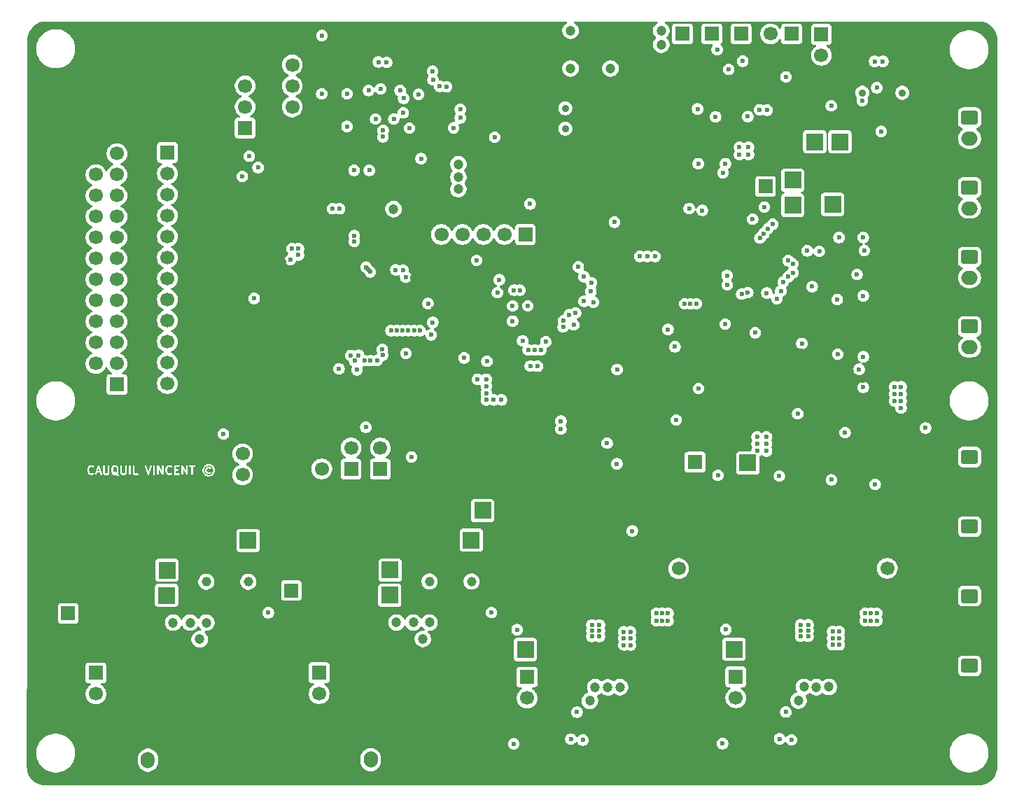
<source format=gbr>
%TF.GenerationSoftware,KiCad,Pcbnew,9.0.6*%
%TF.CreationDate,2026-02-01T22:29:02+01:00*%
%TF.ProjectId,BMS,424d532e-6b69-4636-9164-5f7063625858,rev?*%
%TF.SameCoordinates,Original*%
%TF.FileFunction,Copper,L2,Inr*%
%TF.FilePolarity,Positive*%
%FSLAX46Y46*%
G04 Gerber Fmt 4.6, Leading zero omitted, Abs format (unit mm)*
G04 Created by KiCad (PCBNEW 9.0.6) date 2026-02-01 22:29:02*
%MOMM*%
%LPD*%
G01*
G04 APERTURE LIST*
G04 Aperture macros list*
%AMRoundRect*
0 Rectangle with rounded corners*
0 $1 Rounding radius*
0 $2 $3 $4 $5 $6 $7 $8 $9 X,Y pos of 4 corners*
0 Add a 4 corners polygon primitive as box body*
4,1,4,$2,$3,$4,$5,$6,$7,$8,$9,$2,$3,0*
0 Add four circle primitives for the rounded corners*
1,1,$1+$1,$2,$3*
1,1,$1+$1,$4,$5*
1,1,$1+$1,$6,$7*
1,1,$1+$1,$8,$9*
0 Add four rect primitives between the rounded corners*
20,1,$1+$1,$2,$3,$4,$5,0*
20,1,$1+$1,$4,$5,$6,$7,0*
20,1,$1+$1,$6,$7,$8,$9,0*
20,1,$1+$1,$8,$9,$2,$3,0*%
G04 Aperture macros list end*
%ADD10C,0.200000*%
%TA.AperFunction,Conductor*%
%ADD11C,0.200000*%
%TD*%
%TA.AperFunction,Conductor*%
%ADD12C,0.500000*%
%TD*%
%TA.AperFunction,ComponentPad*%
%ADD13RoundRect,0.250000X-0.750000X0.600000X-0.750000X-0.600000X0.750000X-0.600000X0.750000X0.600000X0*%
%TD*%
%TA.AperFunction,ComponentPad*%
%ADD14O,2.000000X1.700000*%
%TD*%
%TA.AperFunction,ComponentPad*%
%ADD15O,1.036000X2.100000*%
%TD*%
%TA.AperFunction,ComponentPad*%
%ADD16O,1.100000X2.600000*%
%TD*%
%TA.AperFunction,ComponentPad*%
%ADD17C,1.150000*%
%TD*%
%TA.AperFunction,ComponentPad*%
%ADD18R,2.000000X2.000000*%
%TD*%
%TA.AperFunction,ComponentPad*%
%ADD19R,1.700000X1.700000*%
%TD*%
%TA.AperFunction,ComponentPad*%
%ADD20C,1.700000*%
%TD*%
%TA.AperFunction,ComponentPad*%
%ADD21RoundRect,0.250000X0.600000X0.750000X-0.600000X0.750000X-0.600000X-0.750000X0.600000X-0.750000X0*%
%TD*%
%TA.AperFunction,ComponentPad*%
%ADD22O,1.700000X2.000000*%
%TD*%
%TA.AperFunction,ViaPad*%
%ADD23C,0.600000*%
%TD*%
%TA.AperFunction,ViaPad*%
%ADD24C,1.200000*%
%TD*%
%TA.AperFunction,ViaPad*%
%ADD25C,0.900000*%
%TD*%
G04 APERTURE END LIST*
D10*
G36*
X40294981Y-117666641D02*
G01*
X40496786Y-117787724D01*
X40617868Y-117989528D01*
X40658168Y-118191028D01*
X40617868Y-118392528D01*
X40496786Y-118594331D01*
X40294981Y-118715414D01*
X40093481Y-118755714D01*
X39891982Y-118715414D01*
X39690178Y-118594331D01*
X39569096Y-118392528D01*
X39528796Y-118191028D01*
X39547844Y-118095790D01*
X39660149Y-118095790D01*
X39660149Y-118286266D01*
X39662070Y-118305775D01*
X39663445Y-118309095D01*
X39663700Y-118312679D01*
X39670706Y-118330987D01*
X39718325Y-118426225D01*
X39723610Y-118434621D01*
X39724621Y-118437061D01*
X39726874Y-118439807D01*
X39728768Y-118442815D01*
X39730762Y-118444544D01*
X39737057Y-118452215D01*
X39832295Y-118547453D01*
X39839961Y-118553744D01*
X39841694Y-118555742D01*
X39844705Y-118557637D01*
X39847449Y-118559889D01*
X39849886Y-118560898D01*
X39858285Y-118566185D01*
X39953522Y-118613804D01*
X39971831Y-118620810D01*
X39975414Y-118621064D01*
X39978735Y-118622440D01*
X39998244Y-118624361D01*
X40188720Y-118624361D01*
X40208229Y-118622440D01*
X40211549Y-118621064D01*
X40215132Y-118620810D01*
X40233441Y-118613804D01*
X40328680Y-118566185D01*
X40345270Y-118555742D01*
X40370835Y-118526266D01*
X40383174Y-118489250D01*
X40380408Y-118450330D01*
X40362959Y-118415431D01*
X40333482Y-118389866D01*
X40296466Y-118377527D01*
X40257546Y-118380293D01*
X40239238Y-118387299D01*
X40165113Y-118424361D01*
X40021851Y-118424361D01*
X39962243Y-118394557D01*
X39889953Y-118322267D01*
X39860149Y-118262658D01*
X39860149Y-118119397D01*
X39889953Y-118059788D01*
X39962243Y-117987499D01*
X40021851Y-117957695D01*
X40165113Y-117957695D01*
X40239238Y-117994757D01*
X40257546Y-118001763D01*
X40296466Y-118004529D01*
X40333482Y-117992190D01*
X40362959Y-117966625D01*
X40380408Y-117931726D01*
X40383174Y-117892806D01*
X40370835Y-117855790D01*
X40345270Y-117826314D01*
X40328680Y-117815871D01*
X40233441Y-117768252D01*
X40215132Y-117761246D01*
X40211549Y-117760991D01*
X40208229Y-117759616D01*
X40188720Y-117757695D01*
X39998244Y-117757695D01*
X39978735Y-117759616D01*
X39975414Y-117760991D01*
X39971831Y-117761246D01*
X39953522Y-117768252D01*
X39858285Y-117815871D01*
X39849886Y-117821157D01*
X39847449Y-117822167D01*
X39844705Y-117824418D01*
X39841694Y-117826314D01*
X39839961Y-117828311D01*
X39832295Y-117834603D01*
X39737057Y-117929841D01*
X39730762Y-117937511D01*
X39728768Y-117939241D01*
X39726874Y-117942248D01*
X39724621Y-117944995D01*
X39723610Y-117947434D01*
X39718325Y-117955831D01*
X39670706Y-118051069D01*
X39663700Y-118069377D01*
X39663445Y-118072960D01*
X39662070Y-118076281D01*
X39660149Y-118095790D01*
X39547844Y-118095790D01*
X39569096Y-117989529D01*
X39690178Y-117787724D01*
X39891983Y-117666641D01*
X40093481Y-117626341D01*
X40294981Y-117666641D01*
G37*
G36*
X28748533Y-118558928D02*
G01*
X28756824Y-118567219D01*
X28688518Y-118567219D01*
X28628908Y-118537414D01*
X28620617Y-118529123D01*
X28688923Y-118529123D01*
X28748533Y-118558928D01*
G37*
G36*
X28891388Y-117797023D02*
G01*
X28955567Y-117861202D01*
X28993482Y-118012861D01*
X28993482Y-118321575D01*
X28955566Y-118473235D01*
X28950624Y-118478178D01*
X28878479Y-118406032D01*
X28870809Y-118399736D01*
X28869079Y-118397742D01*
X28866073Y-118395850D01*
X28863326Y-118393595D01*
X28860884Y-118392583D01*
X28852489Y-118387299D01*
X28757251Y-118339680D01*
X28738943Y-118332674D01*
X28735359Y-118332419D01*
X28732039Y-118331044D01*
X28712530Y-118329123D01*
X28617292Y-118329123D01*
X28597783Y-118331044D01*
X28561735Y-118345976D01*
X28538680Y-118369031D01*
X28526816Y-118321575D01*
X28526816Y-118012862D01*
X28564731Y-117861202D01*
X28628910Y-117797023D01*
X28688518Y-117767219D01*
X28831780Y-117767219D01*
X28891388Y-117797023D01*
G37*
G36*
X26859502Y-118281504D02*
G01*
X26660797Y-118281504D01*
X26760149Y-117983446D01*
X26859502Y-118281504D01*
G37*
G36*
X40971260Y-119068806D02*
G01*
X25310943Y-119068806D01*
X25310943Y-118095790D01*
X25422054Y-118095790D01*
X25422054Y-118238647D01*
X25422389Y-118242049D01*
X25422172Y-118243508D01*
X25423251Y-118250805D01*
X25423975Y-118258156D01*
X25424539Y-118259519D01*
X25425040Y-118262901D01*
X25472659Y-118453376D01*
X25473172Y-118454813D01*
X25473224Y-118455536D01*
X25476332Y-118463660D01*
X25479254Y-118471837D01*
X25479684Y-118472417D01*
X25480230Y-118473844D01*
X25527849Y-118569082D01*
X25533131Y-118577474D01*
X25534144Y-118579918D01*
X25536400Y-118582667D01*
X25538292Y-118585672D01*
X25540286Y-118587401D01*
X25546581Y-118595071D01*
X25641819Y-118690311D01*
X25656972Y-118702747D01*
X25660291Y-118704122D01*
X25663007Y-118706477D01*
X25680907Y-118714468D01*
X25823764Y-118762087D01*
X25833436Y-118764286D01*
X25835878Y-118765298D01*
X25839415Y-118765646D01*
X25842879Y-118766434D01*
X25845513Y-118766246D01*
X25855387Y-118767219D01*
X25950625Y-118767219D01*
X25960498Y-118766246D01*
X25963132Y-118766434D01*
X25966595Y-118765646D01*
X25970134Y-118765298D01*
X25972576Y-118764286D01*
X25982248Y-118762087D01*
X26125104Y-118714468D01*
X26143005Y-118706477D01*
X26145720Y-118704122D01*
X26149040Y-118702747D01*
X26164193Y-118690310D01*
X26199790Y-118654712D01*
X26327601Y-118654712D01*
X26330367Y-118693632D01*
X26347817Y-118728531D01*
X26377293Y-118754096D01*
X26414309Y-118766434D01*
X26453229Y-118763668D01*
X26488128Y-118746218D01*
X26513693Y-118716742D01*
X26521684Y-118698842D01*
X26594130Y-118481504D01*
X26926168Y-118481504D01*
X26998614Y-118698841D01*
X27006605Y-118716742D01*
X27032170Y-118746218D01*
X27067069Y-118763667D01*
X27105989Y-118766434D01*
X27143005Y-118754095D01*
X27172481Y-118728530D01*
X27189931Y-118693631D01*
X27192697Y-118654711D01*
X27188350Y-118635596D01*
X26865558Y-117667219D01*
X27326816Y-117667219D01*
X27326816Y-118476742D01*
X27328737Y-118496251D01*
X27330112Y-118499571D01*
X27330367Y-118503155D01*
X27337373Y-118521463D01*
X27384992Y-118616701D01*
X27390275Y-118625093D01*
X27391287Y-118627537D01*
X27393543Y-118630286D01*
X27395435Y-118633291D01*
X27397429Y-118635020D01*
X27403724Y-118642690D01*
X27451342Y-118690310D01*
X27459010Y-118696603D01*
X27460742Y-118698600D01*
X27463750Y-118700493D01*
X27466496Y-118702747D01*
X27468936Y-118703757D01*
X27477333Y-118709043D01*
X27572570Y-118756662D01*
X27590879Y-118763668D01*
X27594462Y-118763922D01*
X27597783Y-118765298D01*
X27617292Y-118767219D01*
X27807768Y-118767219D01*
X27827277Y-118765298D01*
X27830597Y-118763922D01*
X27834181Y-118763668D01*
X27852489Y-118756662D01*
X27947727Y-118709043D01*
X27956122Y-118703758D01*
X27958564Y-118702747D01*
X27961311Y-118700491D01*
X27964317Y-118698600D01*
X27966047Y-118696605D01*
X27973717Y-118690310D01*
X28021336Y-118642690D01*
X28027628Y-118635023D01*
X28029625Y-118633292D01*
X28031518Y-118630284D01*
X28033773Y-118627537D01*
X28034784Y-118625095D01*
X28040068Y-118616701D01*
X28087687Y-118521464D01*
X28094693Y-118503155D01*
X28094947Y-118499571D01*
X28096323Y-118496251D01*
X28098244Y-118476742D01*
X28098244Y-118000552D01*
X28326816Y-118000552D01*
X28326816Y-118333885D01*
X28327151Y-118337287D01*
X28326934Y-118338746D01*
X28328013Y-118346043D01*
X28328737Y-118353394D01*
X28329301Y-118354757D01*
X28329802Y-118358139D01*
X28377421Y-118548614D01*
X28384016Y-118567075D01*
X28388441Y-118573047D01*
X28391287Y-118579918D01*
X28403724Y-118595071D01*
X28498962Y-118690311D01*
X28506630Y-118696604D01*
X28508361Y-118698600D01*
X28511368Y-118700493D01*
X28514115Y-118702747D01*
X28516555Y-118703757D01*
X28524952Y-118709043D01*
X28620189Y-118756662D01*
X28638498Y-118763668D01*
X28642081Y-118763922D01*
X28645402Y-118765298D01*
X28664911Y-118767219D01*
X28855387Y-118767219D01*
X28874896Y-118765298D01*
X28878216Y-118763922D01*
X28881800Y-118763668D01*
X28900108Y-118756662D01*
X28930879Y-118741276D01*
X28975152Y-118785549D01*
X28982818Y-118791840D01*
X28984551Y-118793838D01*
X28987562Y-118795733D01*
X28990306Y-118797985D01*
X28992743Y-118798994D01*
X29001142Y-118804281D01*
X29096379Y-118851900D01*
X29114688Y-118858906D01*
X29153608Y-118861672D01*
X29190624Y-118849333D01*
X29220101Y-118823768D01*
X29237550Y-118788870D01*
X29240315Y-118749950D01*
X29227977Y-118712934D01*
X29202412Y-118683457D01*
X29185822Y-118673014D01*
X29105100Y-118632653D01*
X29092046Y-118619599D01*
X29116574Y-118595071D01*
X29129011Y-118579918D01*
X29131856Y-118573047D01*
X29136282Y-118567075D01*
X29142877Y-118548615D01*
X29190496Y-118358139D01*
X29190996Y-118354757D01*
X29191561Y-118353394D01*
X29192284Y-118346043D01*
X29193364Y-118338746D01*
X29193146Y-118337287D01*
X29193482Y-118333885D01*
X29193482Y-118000552D01*
X29193146Y-117997149D01*
X29193364Y-117995691D01*
X29192284Y-117988393D01*
X29191561Y-117981043D01*
X29190996Y-117979679D01*
X29190496Y-117976298D01*
X29142877Y-117785822D01*
X29136282Y-117767362D01*
X29131855Y-117761387D01*
X29129010Y-117754519D01*
X29116574Y-117739365D01*
X29044428Y-117667219D01*
X29422054Y-117667219D01*
X29422054Y-118476742D01*
X29423975Y-118496251D01*
X29425350Y-118499571D01*
X29425605Y-118503155D01*
X29432611Y-118521463D01*
X29480230Y-118616701D01*
X29485513Y-118625093D01*
X29486525Y-118627537D01*
X29488781Y-118630286D01*
X29490673Y-118633291D01*
X29492667Y-118635020D01*
X29498962Y-118642690D01*
X29546580Y-118690310D01*
X29554248Y-118696603D01*
X29555980Y-118698600D01*
X29558988Y-118700493D01*
X29561734Y-118702747D01*
X29564174Y-118703757D01*
X29572571Y-118709043D01*
X29667808Y-118756662D01*
X29686117Y-118763668D01*
X29689700Y-118763922D01*
X29693021Y-118765298D01*
X29712530Y-118767219D01*
X29903006Y-118767219D01*
X29922515Y-118765298D01*
X29925835Y-118763922D01*
X29929419Y-118763668D01*
X29947727Y-118756662D01*
X30042965Y-118709043D01*
X30051360Y-118703758D01*
X30053802Y-118702747D01*
X30056549Y-118700491D01*
X30059555Y-118698600D01*
X30061285Y-118696605D01*
X30068955Y-118690310D01*
X30116574Y-118642690D01*
X30122866Y-118635023D01*
X30124863Y-118633292D01*
X30126756Y-118630284D01*
X30129011Y-118627537D01*
X30130022Y-118625095D01*
X30135306Y-118616701D01*
X30182925Y-118521464D01*
X30189931Y-118503155D01*
X30190185Y-118499571D01*
X30191561Y-118496251D01*
X30193482Y-118476742D01*
X30193482Y-117667219D01*
X30469673Y-117667219D01*
X30469673Y-118667219D01*
X30471594Y-118686728D01*
X30486526Y-118722776D01*
X30514116Y-118750366D01*
X30550164Y-118765298D01*
X30589182Y-118765298D01*
X30625230Y-118750366D01*
X30652820Y-118722776D01*
X30667752Y-118686728D01*
X30669673Y-118667219D01*
X30669673Y-117667219D01*
X30945863Y-117667219D01*
X30945863Y-118667219D01*
X30947784Y-118686728D01*
X30962716Y-118722776D01*
X30990306Y-118750366D01*
X31026354Y-118765298D01*
X31045863Y-118767219D01*
X31522053Y-118767219D01*
X31541562Y-118765298D01*
X31577610Y-118750366D01*
X31605200Y-118722776D01*
X31620132Y-118686728D01*
X31620132Y-118647710D01*
X31605200Y-118611662D01*
X31577610Y-118584072D01*
X31541562Y-118569140D01*
X31522053Y-118567219D01*
X31145863Y-118567219D01*
X31145863Y-117679726D01*
X32375220Y-117679726D01*
X32379567Y-117698842D01*
X32712900Y-118698841D01*
X32720891Y-118716742D01*
X32725574Y-118722141D01*
X32728769Y-118728531D01*
X32738240Y-118736746D01*
X32746456Y-118746218D01*
X32752844Y-118749412D01*
X32758245Y-118754096D01*
X32770146Y-118758063D01*
X32781355Y-118763667D01*
X32788479Y-118764173D01*
X32795261Y-118766434D01*
X32807770Y-118765544D01*
X32820275Y-118766434D01*
X32827053Y-118764174D01*
X32834181Y-118763668D01*
X32845397Y-118758059D01*
X32857291Y-118754095D01*
X32862688Y-118749414D01*
X32869080Y-118746218D01*
X32877298Y-118736742D01*
X32886767Y-118728530D01*
X32889960Y-118722143D01*
X32894645Y-118716742D01*
X32902636Y-118698842D01*
X33235969Y-117698842D01*
X33240316Y-117679727D01*
X33239427Y-117667219D01*
X33374435Y-117667219D01*
X33374435Y-118667219D01*
X33376356Y-118686728D01*
X33391288Y-118722776D01*
X33418878Y-118750366D01*
X33454926Y-118765298D01*
X33493944Y-118765298D01*
X33529992Y-118750366D01*
X33557582Y-118722776D01*
X33572514Y-118686728D01*
X33574435Y-118667219D01*
X33574435Y-117667219D01*
X33850625Y-117667219D01*
X33850625Y-118667219D01*
X33852546Y-118686728D01*
X33867478Y-118722776D01*
X33895068Y-118750366D01*
X33931116Y-118765298D01*
X33970134Y-118765298D01*
X34006182Y-118750366D01*
X34033772Y-118722776D01*
X34048704Y-118686728D01*
X34050625Y-118667219D01*
X34050625Y-118043775D01*
X34435229Y-118716833D01*
X34438147Y-118720943D01*
X34438906Y-118722776D01*
X34440772Y-118724642D01*
X34446576Y-118732818D01*
X34457092Y-118740962D01*
X34466496Y-118750366D01*
X34472383Y-118752804D01*
X34477425Y-118756709D01*
X34490257Y-118760208D01*
X34502544Y-118765298D01*
X34508920Y-118765298D01*
X34515069Y-118766975D01*
X34528262Y-118765298D01*
X34541562Y-118765298D01*
X34547450Y-118762858D01*
X34553775Y-118762055D01*
X34565324Y-118755454D01*
X34577610Y-118750366D01*
X34582117Y-118745858D01*
X34587652Y-118742696D01*
X34595796Y-118732179D01*
X34605200Y-118722776D01*
X34607638Y-118716888D01*
X34611543Y-118711847D01*
X34615042Y-118699014D01*
X34620132Y-118686728D01*
X34621114Y-118676750D01*
X34621809Y-118674204D01*
X34621558Y-118672236D01*
X34622053Y-118667219D01*
X34622053Y-118095790D01*
X34850625Y-118095790D01*
X34850625Y-118238647D01*
X34850960Y-118242049D01*
X34850743Y-118243508D01*
X34851822Y-118250805D01*
X34852546Y-118258156D01*
X34853110Y-118259519D01*
X34853611Y-118262901D01*
X34901230Y-118453376D01*
X34901743Y-118454813D01*
X34901795Y-118455536D01*
X34904903Y-118463660D01*
X34907825Y-118471837D01*
X34908255Y-118472417D01*
X34908801Y-118473844D01*
X34956420Y-118569082D01*
X34961702Y-118577474D01*
X34962715Y-118579918D01*
X34964971Y-118582667D01*
X34966863Y-118585672D01*
X34968857Y-118587401D01*
X34975152Y-118595071D01*
X35070390Y-118690311D01*
X35085543Y-118702747D01*
X35088862Y-118704122D01*
X35091578Y-118706477D01*
X35109478Y-118714468D01*
X35252335Y-118762087D01*
X35262007Y-118764286D01*
X35264449Y-118765298D01*
X35267986Y-118765646D01*
X35271450Y-118766434D01*
X35274084Y-118766246D01*
X35283958Y-118767219D01*
X35379196Y-118767219D01*
X35389069Y-118766246D01*
X35391703Y-118766434D01*
X35395166Y-118765646D01*
X35398705Y-118765298D01*
X35401147Y-118764286D01*
X35410819Y-118762087D01*
X35553675Y-118714468D01*
X35571576Y-118706477D01*
X35574291Y-118704122D01*
X35577611Y-118702747D01*
X35592764Y-118690310D01*
X35640383Y-118642690D01*
X35652820Y-118627537D01*
X35667751Y-118591488D01*
X35667750Y-118552470D01*
X35652819Y-118516422D01*
X35625228Y-118488832D01*
X35589180Y-118473901D01*
X35550162Y-118473902D01*
X35514114Y-118488833D01*
X35498960Y-118501270D01*
X35468033Y-118532197D01*
X35362969Y-118567219D01*
X35300184Y-118567219D01*
X35195119Y-118532197D01*
X35128049Y-118465127D01*
X35092595Y-118394218D01*
X35050625Y-118226337D01*
X35050625Y-118108100D01*
X35092595Y-117940218D01*
X35128048Y-117869312D01*
X35195120Y-117802240D01*
X35300184Y-117767219D01*
X35362969Y-117767219D01*
X35468034Y-117802240D01*
X35498961Y-117833167D01*
X35514114Y-117845604D01*
X35550163Y-117860535D01*
X35589181Y-117860535D01*
X35625229Y-117845604D01*
X35652819Y-117818014D01*
X35667750Y-117781966D01*
X35667750Y-117742948D01*
X35652819Y-117706899D01*
X35640382Y-117691746D01*
X35615856Y-117667219D01*
X35898244Y-117667219D01*
X35898244Y-118667219D01*
X35900165Y-118686728D01*
X35915097Y-118722776D01*
X35942687Y-118750366D01*
X35978735Y-118765298D01*
X35998244Y-118767219D01*
X36474434Y-118767219D01*
X36493943Y-118765298D01*
X36529991Y-118750366D01*
X36557581Y-118722776D01*
X36572513Y-118686728D01*
X36572513Y-118647710D01*
X36557581Y-118611662D01*
X36529991Y-118584072D01*
X36493943Y-118569140D01*
X36474434Y-118567219D01*
X36098244Y-118567219D01*
X36098244Y-118243409D01*
X36331577Y-118243409D01*
X36351086Y-118241488D01*
X36387134Y-118226556D01*
X36414724Y-118198966D01*
X36429656Y-118162918D01*
X36429656Y-118123900D01*
X36414724Y-118087852D01*
X36387134Y-118060262D01*
X36351086Y-118045330D01*
X36331577Y-118043409D01*
X36098244Y-118043409D01*
X36098244Y-117767219D01*
X36474434Y-117767219D01*
X36493943Y-117765298D01*
X36529991Y-117750366D01*
X36557581Y-117722776D01*
X36572513Y-117686728D01*
X36572513Y-117667219D01*
X36803006Y-117667219D01*
X36803006Y-118667219D01*
X36804927Y-118686728D01*
X36819859Y-118722776D01*
X36847449Y-118750366D01*
X36883497Y-118765298D01*
X36922515Y-118765298D01*
X36958563Y-118750366D01*
X36986153Y-118722776D01*
X37001085Y-118686728D01*
X37003006Y-118667219D01*
X37003006Y-118043775D01*
X37387610Y-118716833D01*
X37390528Y-118720943D01*
X37391287Y-118722776D01*
X37393153Y-118724642D01*
X37398957Y-118732818D01*
X37409473Y-118740962D01*
X37418877Y-118750366D01*
X37424764Y-118752804D01*
X37429806Y-118756709D01*
X37442638Y-118760208D01*
X37454925Y-118765298D01*
X37461301Y-118765298D01*
X37467450Y-118766975D01*
X37480643Y-118765298D01*
X37493943Y-118765298D01*
X37499831Y-118762858D01*
X37506156Y-118762055D01*
X37517705Y-118755454D01*
X37529991Y-118750366D01*
X37534498Y-118745858D01*
X37540033Y-118742696D01*
X37548177Y-118732179D01*
X37557581Y-118722776D01*
X37560019Y-118716888D01*
X37563924Y-118711847D01*
X37567423Y-118699014D01*
X37572513Y-118686728D01*
X37573495Y-118676750D01*
X37574190Y-118674204D01*
X37573939Y-118672236D01*
X37574434Y-118667219D01*
X37574434Y-117667219D01*
X37572513Y-117647710D01*
X37709689Y-117647710D01*
X37709689Y-117686728D01*
X37724621Y-117722776D01*
X37752211Y-117750366D01*
X37788259Y-117765298D01*
X37807768Y-117767219D01*
X37993482Y-117767219D01*
X37993482Y-118667219D01*
X37995403Y-118686728D01*
X38010335Y-118722776D01*
X38037925Y-118750366D01*
X38073973Y-118765298D01*
X38112991Y-118765298D01*
X38149039Y-118750366D01*
X38176629Y-118722776D01*
X38191561Y-118686728D01*
X38193482Y-118667219D01*
X38193482Y-118190923D01*
X39326816Y-118190923D01*
X39326836Y-118191028D01*
X39326816Y-118191133D01*
X39328758Y-118210640D01*
X39376377Y-118448734D01*
X39379932Y-118460411D01*
X39380296Y-118462855D01*
X39381361Y-118465104D01*
X39382087Y-118467488D01*
X39383462Y-118469542D01*
X39388686Y-118480572D01*
X39531543Y-118718668D01*
X39543227Y-118734409D01*
X39547175Y-118737334D01*
X39550102Y-118741284D01*
X39565842Y-118752968D01*
X39803937Y-118895825D01*
X39814968Y-118901048D01*
X39817022Y-118902424D01*
X39819405Y-118903149D01*
X39821655Y-118904215D01*
X39824098Y-118904578D01*
X39835775Y-118908134D01*
X40073870Y-118955753D01*
X40093377Y-118957695D01*
X40093481Y-118957674D01*
X40093587Y-118957695D01*
X40113094Y-118955753D01*
X40351189Y-118908134D01*
X40362866Y-118904578D01*
X40365310Y-118904215D01*
X40367560Y-118903149D01*
X40369943Y-118902424D01*
X40371996Y-118901048D01*
X40383028Y-118895825D01*
X40621122Y-118752968D01*
X40636863Y-118741284D01*
X40639788Y-118737334D01*
X40643738Y-118734409D01*
X40655422Y-118718668D01*
X40798279Y-118480572D01*
X40803501Y-118469542D01*
X40804878Y-118467488D01*
X40805603Y-118465104D01*
X40806669Y-118462855D01*
X40807032Y-118460411D01*
X40810588Y-118448735D01*
X40858207Y-118210640D01*
X40860149Y-118191133D01*
X40860128Y-118191028D01*
X40860149Y-118190923D01*
X40858207Y-118171416D01*
X40810588Y-117933321D01*
X40807032Y-117921644D01*
X40806669Y-117919201D01*
X40805603Y-117916951D01*
X40804878Y-117914568D01*
X40803502Y-117912514D01*
X40798279Y-117901483D01*
X40655422Y-117663388D01*
X40643738Y-117647648D01*
X40639789Y-117644722D01*
X40636864Y-117640774D01*
X40621123Y-117629089D01*
X40383028Y-117486231D01*
X40371995Y-117481006D01*
X40369943Y-117479632D01*
X40367562Y-117478907D01*
X40365311Y-117477841D01*
X40362865Y-117477477D01*
X40351189Y-117473922D01*
X40113094Y-117426303D01*
X40093587Y-117424361D01*
X40093481Y-117424381D01*
X40093377Y-117424361D01*
X40073870Y-117426303D01*
X39835775Y-117473922D01*
X39824098Y-117477477D01*
X39821655Y-117477841D01*
X39819405Y-117478906D01*
X39817022Y-117479632D01*
X39814968Y-117481007D01*
X39803937Y-117486231D01*
X39565842Y-117629089D01*
X39550102Y-117640773D01*
X39547175Y-117644722D01*
X39543227Y-117647648D01*
X39531543Y-117663389D01*
X39388686Y-117901483D01*
X39383462Y-117912514D01*
X39382087Y-117914568D01*
X39381361Y-117916950D01*
X39380296Y-117919201D01*
X39379932Y-117921644D01*
X39376377Y-117933322D01*
X39328758Y-118171416D01*
X39326816Y-118190923D01*
X38193482Y-118190923D01*
X38193482Y-117767219D01*
X38379196Y-117767219D01*
X38398705Y-117765298D01*
X38434753Y-117750366D01*
X38462343Y-117722776D01*
X38477275Y-117686728D01*
X38477275Y-117647710D01*
X38462343Y-117611662D01*
X38434753Y-117584072D01*
X38398705Y-117569140D01*
X38379196Y-117567219D01*
X37807768Y-117567219D01*
X37788259Y-117569140D01*
X37752211Y-117584072D01*
X37724621Y-117611662D01*
X37709689Y-117647710D01*
X37572513Y-117647710D01*
X37557581Y-117611662D01*
X37529991Y-117584072D01*
X37493943Y-117569140D01*
X37454925Y-117569140D01*
X37418877Y-117584072D01*
X37391287Y-117611662D01*
X37376355Y-117647710D01*
X37374434Y-117667219D01*
X37374434Y-118290662D01*
X36989830Y-117617605D01*
X36986911Y-117613494D01*
X36986153Y-117611662D01*
X36984286Y-117609795D01*
X36978483Y-117601620D01*
X36967968Y-117593477D01*
X36958563Y-117584072D01*
X36952672Y-117581632D01*
X36947634Y-117577730D01*
X36934805Y-117574231D01*
X36922515Y-117569140D01*
X36916140Y-117569140D01*
X36909991Y-117567463D01*
X36896798Y-117569140D01*
X36883497Y-117569140D01*
X36877608Y-117571579D01*
X36871284Y-117572383D01*
X36859734Y-117578983D01*
X36847449Y-117584072D01*
X36842941Y-117588579D01*
X36837407Y-117591742D01*
X36829264Y-117602256D01*
X36819859Y-117611662D01*
X36817419Y-117617552D01*
X36813517Y-117622591D01*
X36810018Y-117635419D01*
X36804927Y-117647710D01*
X36803944Y-117657687D01*
X36803250Y-117660234D01*
X36803500Y-117662201D01*
X36803006Y-117667219D01*
X36572513Y-117667219D01*
X36572513Y-117647710D01*
X36557581Y-117611662D01*
X36529991Y-117584072D01*
X36493943Y-117569140D01*
X36474434Y-117567219D01*
X35998244Y-117567219D01*
X35978735Y-117569140D01*
X35942687Y-117584072D01*
X35915097Y-117611662D01*
X35900165Y-117647710D01*
X35898244Y-117667219D01*
X35615856Y-117667219D01*
X35592764Y-117644127D01*
X35577610Y-117631691D01*
X35574291Y-117630316D01*
X35571576Y-117627961D01*
X35553675Y-117619970D01*
X35410819Y-117572351D01*
X35401147Y-117570151D01*
X35398705Y-117569140D01*
X35395166Y-117568791D01*
X35391703Y-117568004D01*
X35389069Y-117568191D01*
X35379196Y-117567219D01*
X35283958Y-117567219D01*
X35274084Y-117568191D01*
X35271450Y-117568004D01*
X35267986Y-117568791D01*
X35264449Y-117569140D01*
X35262007Y-117570151D01*
X35252335Y-117572351D01*
X35109478Y-117619970D01*
X35091578Y-117627961D01*
X35088862Y-117630316D01*
X35085544Y-117631691D01*
X35070390Y-117644127D01*
X34975152Y-117739365D01*
X34968857Y-117747035D01*
X34966863Y-117748765D01*
X34964969Y-117751772D01*
X34962716Y-117754519D01*
X34961705Y-117756958D01*
X34956420Y-117765355D01*
X34908801Y-117860593D01*
X34908255Y-117862019D01*
X34907825Y-117862600D01*
X34904903Y-117870776D01*
X34901795Y-117878901D01*
X34901743Y-117879623D01*
X34901230Y-117881061D01*
X34853611Y-118071536D01*
X34853110Y-118074917D01*
X34852546Y-118076281D01*
X34851822Y-118083631D01*
X34850743Y-118090929D01*
X34850960Y-118092387D01*
X34850625Y-118095790D01*
X34622053Y-118095790D01*
X34622053Y-117667219D01*
X34620132Y-117647710D01*
X34605200Y-117611662D01*
X34577610Y-117584072D01*
X34541562Y-117569140D01*
X34502544Y-117569140D01*
X34466496Y-117584072D01*
X34438906Y-117611662D01*
X34423974Y-117647710D01*
X34422053Y-117667219D01*
X34422053Y-118290662D01*
X34037449Y-117617605D01*
X34034530Y-117613494D01*
X34033772Y-117611662D01*
X34031905Y-117609795D01*
X34026102Y-117601620D01*
X34015587Y-117593477D01*
X34006182Y-117584072D01*
X34000291Y-117581632D01*
X33995253Y-117577730D01*
X33982424Y-117574231D01*
X33970134Y-117569140D01*
X33963759Y-117569140D01*
X33957610Y-117567463D01*
X33944417Y-117569140D01*
X33931116Y-117569140D01*
X33925227Y-117571579D01*
X33918903Y-117572383D01*
X33907353Y-117578983D01*
X33895068Y-117584072D01*
X33890560Y-117588579D01*
X33885026Y-117591742D01*
X33876883Y-117602256D01*
X33867478Y-117611662D01*
X33865038Y-117617552D01*
X33861136Y-117622591D01*
X33857637Y-117635419D01*
X33852546Y-117647710D01*
X33851563Y-117657687D01*
X33850869Y-117660234D01*
X33851119Y-117662201D01*
X33850625Y-117667219D01*
X33574435Y-117667219D01*
X33572514Y-117647710D01*
X33557582Y-117611662D01*
X33529992Y-117584072D01*
X33493944Y-117569140D01*
X33454926Y-117569140D01*
X33418878Y-117584072D01*
X33391288Y-117611662D01*
X33376356Y-117647710D01*
X33374435Y-117667219D01*
X33239427Y-117667219D01*
X33237550Y-117640807D01*
X33220100Y-117605908D01*
X33190624Y-117580343D01*
X33153608Y-117568004D01*
X33114688Y-117570771D01*
X33079789Y-117588220D01*
X33054224Y-117617696D01*
X33046233Y-117635597D01*
X32807768Y-118350991D01*
X32569303Y-117635596D01*
X32561312Y-117617696D01*
X32535747Y-117588220D01*
X32500848Y-117570770D01*
X32461928Y-117568004D01*
X32424912Y-117580342D01*
X32395436Y-117605907D01*
X32377986Y-117640806D01*
X32375220Y-117679726D01*
X31145863Y-117679726D01*
X31145863Y-117667219D01*
X31143942Y-117647710D01*
X31129010Y-117611662D01*
X31101420Y-117584072D01*
X31065372Y-117569140D01*
X31026354Y-117569140D01*
X30990306Y-117584072D01*
X30962716Y-117611662D01*
X30947784Y-117647710D01*
X30945863Y-117667219D01*
X30669673Y-117667219D01*
X30667752Y-117647710D01*
X30652820Y-117611662D01*
X30625230Y-117584072D01*
X30589182Y-117569140D01*
X30550164Y-117569140D01*
X30514116Y-117584072D01*
X30486526Y-117611662D01*
X30471594Y-117647710D01*
X30469673Y-117667219D01*
X30193482Y-117667219D01*
X30191561Y-117647710D01*
X30176629Y-117611662D01*
X30149039Y-117584072D01*
X30112991Y-117569140D01*
X30073973Y-117569140D01*
X30037925Y-117584072D01*
X30010335Y-117611662D01*
X29995403Y-117647710D01*
X29993482Y-117667219D01*
X29993482Y-118453135D01*
X29963677Y-118512743D01*
X29939008Y-118537413D01*
X29879399Y-118567219D01*
X29736137Y-118567219D01*
X29676527Y-118537414D01*
X29651860Y-118512746D01*
X29622054Y-118453134D01*
X29622054Y-117667219D01*
X29620133Y-117647710D01*
X29605201Y-117611662D01*
X29577611Y-117584072D01*
X29541563Y-117569140D01*
X29502545Y-117569140D01*
X29466497Y-117584072D01*
X29438907Y-117611662D01*
X29423975Y-117647710D01*
X29422054Y-117667219D01*
X29044428Y-117667219D01*
X29021336Y-117644127D01*
X29013665Y-117637832D01*
X29011936Y-117635838D01*
X29008928Y-117633944D01*
X29006182Y-117631691D01*
X29003742Y-117630680D01*
X28995346Y-117625395D01*
X28900108Y-117577776D01*
X28881800Y-117570770D01*
X28878216Y-117570515D01*
X28874896Y-117569140D01*
X28855387Y-117567219D01*
X28664911Y-117567219D01*
X28645402Y-117569140D01*
X28642081Y-117570515D01*
X28638498Y-117570770D01*
X28620189Y-117577776D01*
X28524952Y-117625395D01*
X28516553Y-117630681D01*
X28514116Y-117631691D01*
X28511372Y-117633942D01*
X28508361Y-117635838D01*
X28506628Y-117637835D01*
X28498962Y-117644127D01*
X28403724Y-117739365D01*
X28391288Y-117754519D01*
X28388442Y-117761387D01*
X28384016Y-117767362D01*
X28377421Y-117785823D01*
X28329802Y-117976298D01*
X28329301Y-117979679D01*
X28328737Y-117981043D01*
X28328013Y-117988393D01*
X28326934Y-117995691D01*
X28327151Y-117997149D01*
X28326816Y-118000552D01*
X28098244Y-118000552D01*
X28098244Y-117667219D01*
X28096323Y-117647710D01*
X28081391Y-117611662D01*
X28053801Y-117584072D01*
X28017753Y-117569140D01*
X27978735Y-117569140D01*
X27942687Y-117584072D01*
X27915097Y-117611662D01*
X27900165Y-117647710D01*
X27898244Y-117667219D01*
X27898244Y-118453135D01*
X27868439Y-118512743D01*
X27843770Y-118537413D01*
X27784161Y-118567219D01*
X27640899Y-118567219D01*
X27581289Y-118537414D01*
X27556622Y-118512746D01*
X27526816Y-118453134D01*
X27526816Y-117667219D01*
X27524895Y-117647710D01*
X27509963Y-117611662D01*
X27482373Y-117584072D01*
X27446325Y-117569140D01*
X27407307Y-117569140D01*
X27371259Y-117584072D01*
X27343669Y-117611662D01*
X27328737Y-117647710D01*
X27326816Y-117667219D01*
X26865558Y-117667219D01*
X26855017Y-117635596D01*
X26847026Y-117617696D01*
X26842341Y-117612294D01*
X26839148Y-117605908D01*
X26829679Y-117597695D01*
X26821461Y-117588220D01*
X26815069Y-117585023D01*
X26809672Y-117580343D01*
X26797778Y-117576378D01*
X26786562Y-117570770D01*
X26779434Y-117570263D01*
X26772656Y-117568004D01*
X26760151Y-117568893D01*
X26747642Y-117568004D01*
X26740860Y-117570264D01*
X26733736Y-117570771D01*
X26722527Y-117576374D01*
X26710626Y-117580342D01*
X26705225Y-117585025D01*
X26698837Y-117588220D01*
X26690621Y-117597691D01*
X26681150Y-117605907D01*
X26677955Y-117612296D01*
X26673272Y-117617696D01*
X26665281Y-117635597D01*
X26331948Y-118635596D01*
X26327601Y-118654712D01*
X26199790Y-118654712D01*
X26211812Y-118642690D01*
X26224249Y-118627537D01*
X26239180Y-118591488D01*
X26239179Y-118552470D01*
X26224248Y-118516422D01*
X26196657Y-118488832D01*
X26160609Y-118473901D01*
X26121591Y-118473902D01*
X26085543Y-118488833D01*
X26070389Y-118501270D01*
X26039462Y-118532197D01*
X25934398Y-118567219D01*
X25871613Y-118567219D01*
X25766548Y-118532197D01*
X25699478Y-118465127D01*
X25664024Y-118394218D01*
X25622054Y-118226337D01*
X25622054Y-118108100D01*
X25664024Y-117940218D01*
X25699477Y-117869312D01*
X25766549Y-117802240D01*
X25871613Y-117767219D01*
X25934398Y-117767219D01*
X26039463Y-117802240D01*
X26070390Y-117833167D01*
X26085543Y-117845604D01*
X26121592Y-117860535D01*
X26160610Y-117860535D01*
X26196658Y-117845604D01*
X26224248Y-117818014D01*
X26239179Y-117781966D01*
X26239179Y-117742948D01*
X26224248Y-117706899D01*
X26211811Y-117691746D01*
X26164193Y-117644127D01*
X26149039Y-117631691D01*
X26145720Y-117630316D01*
X26143005Y-117627961D01*
X26125104Y-117619970D01*
X25982248Y-117572351D01*
X25972576Y-117570151D01*
X25970134Y-117569140D01*
X25966595Y-117568791D01*
X25963132Y-117568004D01*
X25960498Y-117568191D01*
X25950625Y-117567219D01*
X25855387Y-117567219D01*
X25845513Y-117568191D01*
X25842879Y-117568004D01*
X25839415Y-117568791D01*
X25835878Y-117569140D01*
X25833436Y-117570151D01*
X25823764Y-117572351D01*
X25680907Y-117619970D01*
X25663007Y-117627961D01*
X25660291Y-117630316D01*
X25656973Y-117631691D01*
X25641819Y-117644127D01*
X25546581Y-117739365D01*
X25540286Y-117747035D01*
X25538292Y-117748765D01*
X25536398Y-117751772D01*
X25534145Y-117754519D01*
X25533134Y-117756958D01*
X25527849Y-117765355D01*
X25480230Y-117860593D01*
X25479684Y-117862019D01*
X25479254Y-117862600D01*
X25476332Y-117870776D01*
X25473224Y-117878901D01*
X25473172Y-117879623D01*
X25472659Y-117881061D01*
X25425040Y-118071536D01*
X25424539Y-118074917D01*
X25423975Y-118076281D01*
X25423251Y-118083631D01*
X25422172Y-118090929D01*
X25422389Y-118092387D01*
X25422054Y-118095790D01*
X25310943Y-118095790D01*
X25310943Y-117313250D01*
X40971260Y-117313250D01*
X40971260Y-119068806D01*
G37*
D11*
%TO.N,+3.3V*%
X59080400Y-93573600D02*
X59639200Y-94183200D01*
D12*
X59563000Y-94107000D02*
X59156600Y-93649800D01*
%TD*%
D13*
%TO.N,/BAT1+*%
%TO.C,J7*%
X132125000Y-84000000D03*
D14*
%TO.N,/BAT2+*%
X132125000Y-86500000D03*
%TD*%
D15*
%TO.N,PGND*%
%TO.C,USBC-J3*%
X105080000Y-148935000D03*
X113720000Y-148935000D03*
D16*
X105080000Y-154295000D03*
X113720000Y-154295000D03*
%TD*%
D13*
%TO.N,/BAT2+*%
%TO.C,J6*%
X132125000Y-92400000D03*
D14*
%TO.N,/BAT3+*%
X132125000Y-94900000D03*
%TD*%
D17*
%TO.N,Net-(R112-CCW)*%
%TO.C,R112*%
X39810001Y-131675000D03*
%TO.N,PGND*%
X42350001Y-131675000D03*
%TO.N,/Out-Ajst1/CW*%
X44890001Y-131675000D03*
%TD*%
D18*
%TO.N,/Manager 4S/SRN*%
%TO.C,TP5*%
X115575000Y-86025000D03*
%TD*%
D19*
%TO.N,Net-(IC2-GPIO40_ADC0)*%
%TO.C,J13*%
X78397000Y-89662000D03*
D20*
%TO.N,Net-(IC2-GPIO45_ADC5)*%
X75857000Y-89662000D03*
%TO.N,Net-(IC2-GPIO46_ADC6)*%
X73317000Y-89662000D03*
%TO.N,Net-(IC2-GPIO47_ADC7)*%
X70777000Y-89662000D03*
%TO.N,+3.3V*%
X68237000Y-89662000D03*
%TO.N,PGND*%
X65697000Y-89662000D03*
%TD*%
D19*
%TO.N,Net-(JP13-A)*%
%TO.C,JP13*%
X26450000Y-142700000D03*
D20*
%TO.N,/Out-Ajst1/VREG*%
X26450000Y-145240000D03*
%TD*%
D19*
%TO.N,Net-(JP7-A)*%
%TO.C,JP7*%
X103850000Y-143175000D03*
D20*
%TO.N,/USB-C-5V@3A/VBUS3*%
X103850000Y-145715000D03*
%TD*%
D18*
%TO.N,/VBAT*%
%TO.C,TP3*%
X105300000Y-117300000D03*
%TD*%
D19*
%TO.N,+3.3V*%
%TO.C,J4*%
X44500000Y-76780000D03*
D20*
%TO.N,/SDA-POWER*%
X44500000Y-74240000D03*
%TO.N,/SCL-POWER*%
X44500000Y-71700000D03*
%TO.N,PGND*%
X44500000Y-69160000D03*
%TD*%
D18*
%TO.N,/Out-Ajst1/CW*%
%TO.C,TP15*%
X44850000Y-126675000D03*
%TD*%
D19*
%TO.N,Net-(BQ25713_1-CELL_BATPRESZ)*%
%TO.C,JP4*%
X60850000Y-118040000D03*
D20*
%TO.N,Net-(JP4-B)*%
X60850000Y-115500000D03*
%TD*%
D18*
%TO.N,Net-(R112-CCW)*%
%TO.C,TP16*%
X35050001Y-130275000D03*
%TD*%
D19*
%TO.N,/USB-C SINK/ADDR1*%
%TO.C,JP2*%
X110600000Y-65400000D03*
D20*
%TO.N,Net-(JP2-B)*%
X108060000Y-65400000D03*
%TD*%
D19*
%TO.N,Net-(JP11-A)*%
%TO.C,JP11*%
X53450000Y-142675000D03*
D20*
%TO.N,/Out-Ajst/VREG*%
X53450000Y-145215000D03*
%TD*%
D18*
%TO.N,/Manager 4S/SRP*%
%TO.C,TP6*%
X116450000Y-78450000D03*
%TD*%
%TO.N,PGND*%
%TO.C,GND2*%
X22650000Y-124130000D03*
%TD*%
D19*
%TO.N,Net-(JP9-A)*%
%TO.C,JP9*%
X78600000Y-143200000D03*
D20*
%TO.N,/USB-C-5V@3A1/VBUS3*%
X78600000Y-145740000D03*
%TD*%
D19*
%TO.N,PGND*%
%TO.C,JP8*%
X99475000Y-130075000D03*
D20*
%TO.N,/USB-C-5V@3A1/DMP3035-Q6/G-4-*%
X96935000Y-130075000D03*
%TD*%
D18*
%TO.N,PGND*%
%TO.C,GND1*%
X110810000Y-122630000D03*
%TD*%
D19*
%TO.N,Net-(IC7-~{PRES_OR_}SHUTDN)*%
%TO.C,J14*%
X107450000Y-83850000D03*
%TD*%
D18*
%TO.N,/Chargeur/VIN*%
%TO.C,TP1*%
X113400000Y-78450000D03*
%TD*%
%TO.N,/USB-C-5V@3A/DMP3035-Q6/S-1\u002C2\u002C3-*%
%TO.C,TP9*%
X103650000Y-139850000D03*
%TD*%
D19*
%TO.N,/GPIO27*%
%TO.C,J9*%
X29000000Y-107820000D03*
D20*
%TO.N,PGND*%
X26460000Y-107820000D03*
%TO.N,/GPIO26*%
X29000000Y-105280000D03*
%TO.N,/GPIO28*%
X26460000Y-105280000D03*
%TO.N,/GPIO25*%
X29000000Y-102740000D03*
%TO.N,/GPIO29*%
X26460000Y-102740000D03*
%TO.N,/GPIO24*%
X29000000Y-100200000D03*
%TO.N,/GPIO30*%
X26460000Y-100200000D03*
%TO.N,/GPIO23*%
X29000000Y-97660000D03*
%TO.N,/GPIO31*%
X26460000Y-97660000D03*
%TO.N,/GPIO22*%
X29000000Y-95120000D03*
%TO.N,/GPIO32*%
X26460000Y-95120000D03*
%TO.N,/GPIO21*%
X29000000Y-92580000D03*
%TO.N,/GPIO33*%
X26460000Y-92580000D03*
%TO.N,/GPIO20*%
X29000000Y-90040000D03*
%TO.N,/GPIO34*%
X26460000Y-90040000D03*
%TO.N,/GPIO19*%
X29000000Y-87500000D03*
%TO.N,+1V1*%
X26460000Y-87500000D03*
%TO.N,/GPIO18*%
X29000000Y-84960000D03*
%TO.N,+3.3V*%
X26460000Y-84960000D03*
%TO.N,/GPIO17*%
X29000000Y-82420000D03*
%TO.N,+3.3V*%
X26460000Y-82420000D03*
%TO.N,/GPIO16*%
X29000000Y-79880000D03*
%TO.N,PGND*%
X26460000Y-79880000D03*
%TD*%
D18*
%TO.N,PGND*%
%TO.C,TP7*%
X126400000Y-74000000D03*
%TD*%
D21*
%TO.N,PGND*%
%TO.C,J2*%
X62200000Y-153200000D03*
D22*
%TO.N,/Out-Ajst/VREG*%
X59700000Y-153200000D03*
%TD*%
D18*
%TO.N,Net-(R106-CCW)*%
%TO.C,TP13*%
X62050001Y-130250000D03*
%TD*%
D17*
%TO.N,Net-(R106-CCW)*%
%TO.C,R106*%
X66810001Y-131650000D03*
%TO.N,PGND*%
X69350001Y-131650000D03*
%TO.N,/Out-Ajst/CW*%
X71890001Y-131650000D03*
%TD*%
D18*
%TO.N,/USB-C-5V@3A1/DMP3035-Q6/S-1\u002C2\u002C3-*%
%TO.C,TP10*%
X78400000Y-139875000D03*
%TD*%
D19*
%TO.N,Net-(BQ25713_1-CELL_BATPRESZ)*%
%TO.C,JP3*%
X57312500Y-118040000D03*
D20*
%TO.N,Net-(JP3-B)*%
X57312500Y-115500000D03*
%TD*%
D19*
%TO.N,Net-(J15-Pin_1)*%
%TO.C,J15*%
X104500000Y-65400000D03*
%TD*%
D15*
%TO.N,PGND*%
%TO.C,USBC-J2*%
X125725000Y-70581400D03*
X117085000Y-70581400D03*
D16*
X125725000Y-65221400D03*
X117085000Y-65221400D03*
%TD*%
D19*
%TO.N,/Out-Ajst1/DMP3035-Q6/G-4-*%
%TO.C,JP12*%
X23100000Y-135500000D03*
D20*
%TO.N,PGND*%
X23100000Y-132960000D03*
%TD*%
D13*
%TO.N,/BAT3+*%
%TO.C,J3*%
X132125000Y-100800000D03*
D14*
%TO.N,/BAT4+*%
X132125000Y-103300000D03*
%TD*%
D19*
%TO.N,/USB-C SINK/Alert*%
%TO.C,J16*%
X100950000Y-65400000D03*
%TD*%
D18*
%TO.N,/VDD*%
%TO.C,TP2*%
X73250000Y-123050000D03*
%TD*%
%TO.N,PGND*%
%TO.C,GND3*%
X53220000Y-109000000D03*
%TD*%
D19*
%TO.N,PGND*%
%TO.C,JP6*%
X124725000Y-130050000D03*
D20*
%TO.N,/USB-C-5V@3A/DMP3035-Q6/G-4-*%
X122185000Y-130050000D03*
%TD*%
D15*
%TO.N,PGND*%
%TO.C,USBC-J4*%
X79830000Y-148960000D03*
X88470000Y-148960000D03*
D16*
X79830000Y-154320000D03*
X88470000Y-154320000D03*
%TD*%
D13*
%TO.N,Net-(IC7-TS4)*%
%TO.C,NTC4*%
X132125000Y-141850000D03*
D14*
%TO.N,PGND*%
X132125000Y-144350000D03*
%TD*%
D13*
%TO.N,Net-(IC7-TS3)*%
%TO.C,NTC3*%
X132125000Y-133400000D03*
D14*
%TO.N,PGND*%
X132125000Y-135900000D03*
%TD*%
D21*
%TO.N,PGND*%
%TO.C,J1*%
X35250000Y-153250000D03*
D22*
%TO.N,/Out-Ajst1/VREG*%
X32750000Y-153250000D03*
%TD*%
D19*
%TO.N,PGND*%
%TO.C,JP5*%
X53775000Y-115485000D03*
D20*
%TO.N,Net-(BQ25713_1-CELL_BATPRESZ)*%
X53775000Y-118025000D03*
%TD*%
D19*
%TO.N,Net-(JP1-A)*%
%TO.C,JP1*%
X114200000Y-65460000D03*
D20*
%TO.N,/USB-C SINK/ADDR0*%
X114200000Y-68000000D03*
%TD*%
D19*
%TO.N,PGND*%
%TO.C,J11*%
X50200000Y-76780000D03*
D20*
%TO.N,+3.3V*%
X50200000Y-74240000D03*
%TO.N,/SCL-SCREEN*%
X50200000Y-71700000D03*
%TO.N,/SDA-SCREEN*%
X50200000Y-69160000D03*
%TD*%
D19*
%TO.N,Net-(IC2-GPIO4)*%
%TO.C,J10*%
X35096000Y-79753000D03*
D20*
%TO.N,Net-(IC2-GPIO5)*%
X35096000Y-82293000D03*
%TO.N,Net-(IC2-GPIO6)*%
X35096000Y-84833000D03*
%TO.N,Net-(IC2-GPIO7)*%
X35096000Y-87373000D03*
%TO.N,Net-(IC2-GPIO8)*%
X35096000Y-89913000D03*
%TO.N,Net-(IC2-GPIO9)*%
X35096000Y-92453000D03*
%TO.N,Net-(IC2-GPIO10)*%
X35096000Y-94993000D03*
%TO.N,Net-(IC2-GPIO11)*%
X35096000Y-97533000D03*
%TO.N,Net-(IC2-GPIO12)*%
X35096000Y-100073000D03*
%TO.N,Net-(IC2-GPIO13)*%
X35096000Y-102613000D03*
%TO.N,Net-(IC2-GPIO14)*%
X35096000Y-105153000D03*
%TO.N,Net-(IC2-GPIO15)*%
X35096000Y-107693000D03*
%TD*%
D19*
%TO.N,PGND*%
%TO.C,J12*%
X44200000Y-121280000D03*
D20*
%TO.N,Net-(IC2-SWCLK)*%
X44200000Y-118740000D03*
%TO.N,Net-(IC2-SWDIO)*%
X44200000Y-116200000D03*
%TD*%
D19*
%TO.N,/Manager 4S/FusePin*%
%TO.C,J17*%
X98925000Y-117200000D03*
%TD*%
D13*
%TO.N,Net-(IC7-TS2)*%
%TO.C,NTC2*%
X132125000Y-125000000D03*
D14*
%TO.N,PGND*%
X132125000Y-127500000D03*
%TD*%
D13*
%TO.N,/BAT1-*%
%TO.C,J8*%
X132125000Y-75550000D03*
D14*
%TO.N,/BAT1+*%
X132125000Y-78050000D03*
%TD*%
D19*
%TO.N,/Out-Ajst/DMP3035-Q6/G-4-*%
%TO.C,JP10*%
X50100000Y-132725000D03*
D20*
%TO.N,PGND*%
X50100000Y-130185000D03*
%TD*%
D15*
%TO.N,PGND*%
%TO.C,USBC-J1*%
X65697000Y-70581400D03*
X57057000Y-70581400D03*
D16*
X65697000Y-65221400D03*
X57057000Y-65221400D03*
%TD*%
D18*
%TO.N,/Out-Ajst/DMP3035-Q6/S-1\u002C2\u002C3-*%
%TO.C,TP11*%
X62000001Y-133300000D03*
%TD*%
%TO.N,Net-(C82-Pad1)*%
%TO.C,TP4*%
X110750000Y-86125000D03*
%TD*%
%TO.N,Net-(IC7-BTP_INT)*%
%TO.C,TP8*%
X110750000Y-83100000D03*
%TD*%
D13*
%TO.N,Net-(IC7-TS1)*%
%TO.C,NTC1*%
X132125000Y-116600000D03*
D14*
%TO.N,PGND*%
X132125000Y-119100000D03*
%TD*%
D19*
%TO.N,Net-(J5-Pin_1)*%
%TO.C,J5*%
X97400000Y-65400000D03*
%TD*%
D18*
%TO.N,/Out-Ajst/CW*%
%TO.C,TP12*%
X71850000Y-126650000D03*
%TD*%
%TO.N,/Out-Ajst1/DMP3035-Q6/S-1\u002C2\u002C3-*%
%TO.C,TP14*%
X35000001Y-133325000D03*
%TD*%
D23*
%TO.N,/Control-3*%
X91325000Y-125525000D03*
%TO.N,/GPIO32*%
X61098666Y-103564574D03*
%TO.N,/GPIO31*%
X61125000Y-104264081D03*
%TO.N,/GPIO28*%
X58925000Y-104925000D03*
%TO.N,/GPIO34*%
X62852000Y-101300000D03*
%TO.N,/GPIO29*%
X59675000Y-104925000D03*
%TO.N,/GPIO33*%
X62152000Y-101300000D03*
%TO.N,/GPIO30*%
X60475000Y-104900000D03*
D24*
%TO.N,/Out-Ajst1/DMP3035-Q6/S-1\u002C2\u002C3-*%
X39000000Y-138625000D03*
X39800000Y-136625000D03*
X35800000Y-136625000D03*
X37850000Y-136625000D03*
%TO.N,/Out-Ajst/DMP3035-Q6/S-1\u002C2\u002C3-*%
X66000000Y-138600000D03*
X66800000Y-136600000D03*
X64850000Y-136600000D03*
X62800000Y-136600000D03*
D23*
%TO.N,/USB-C-5V@3A/DMP3035-Q6/G-4-*%
X102650000Y-137450000D03*
%TO.N,/USB-C-5V@3A/DMP3035-Q6/S-1\u002C2\u002C3-*%
X115575000Y-138500000D03*
X115575000Y-137700000D03*
X116375000Y-138500000D03*
X115575000Y-139300000D03*
X116375000Y-139300000D03*
X116375000Y-137700000D03*
%TO.N,/Control-3*%
X64952000Y-101300000D03*
%TO.N,/Control-2*%
X64252000Y-101300000D03*
X74300000Y-135400000D03*
%TO.N,/VBAT*%
X107575000Y-114150000D03*
X80300000Y-103625000D03*
X79525000Y-103625000D03*
X106425000Y-115000000D03*
X107575000Y-115850000D03*
X106425000Y-115850000D03*
X106425000Y-114150000D03*
X106200000Y-101550000D03*
X107575000Y-115000000D03*
X78075000Y-102525000D03*
X78750000Y-103625000D03*
X80875000Y-102625000D03*
%TO.N,/USB-C-5V@3A/TC-DM*%
X109900000Y-147425000D03*
X109150000Y-150675000D03*
%TO.N,/USB-C SINK/CC2*%
X105300000Y-75400000D03*
X120650000Y-68725000D03*
%TO.N,/USB-C SINK/TC-DM*%
X121651400Y-68725000D03*
X120913900Y-71925000D03*
%TO.N,Net-(U5-VBUS_VS_DISCH)*%
X103000000Y-69700000D03*
%TO.N,Net-(Q13-G)*%
X101400000Y-75430000D03*
X102600000Y-81100000D03*
X101600000Y-67300000D03*
%TO.N,Net-(Q10-D_1)*%
X111350000Y-111350000D03*
%TO.N,Net-(Q10-G)*%
X117075000Y-113625000D03*
%TO.N,/Chargeur/Q16A_C*%
X98225000Y-86525000D03*
X89175000Y-88175000D03*
%TO.N,/Control-4*%
X65652000Y-101300000D03*
X101700000Y-118800000D03*
%TO.N,/Control-1*%
X63552000Y-101300000D03*
X47300000Y-135425000D03*
%TO.N,Net-(IC8-D)*%
X109125000Y-118875000D03*
X111850000Y-102850000D03*
%TO.N,Net-(IC7-PCHG)*%
X107600000Y-96750000D03*
X115423200Y-119340500D03*
%TO.N,Net-(IC7-CHG)*%
X108825000Y-97450000D03*
%TO.N,Net-(IC7-TS4)*%
X106775000Y-90099420D03*
%TO.N,Net-(IC7-TS3)*%
X107250000Y-89550000D03*
%TO.N,Net-(IC7-VCC)*%
X105300000Y-96700000D03*
%TO.N,Net-(IC7-TS1)*%
X108325000Y-88425000D03*
%TO.N,Net-(IC7-TS2)*%
X107725000Y-88975000D03*
%TO.N,Net-(IC6-REG)*%
X113952500Y-91702500D03*
%TO.N,Net-(IC6-OUT)*%
X104575000Y-96875000D03*
X112500000Y-91650000D03*
%TO.N,Net-(D15-K)*%
X104700000Y-68700000D03*
%TO.N,Net-(D6-K)*%
X109300000Y-96500000D03*
D24*
%TO.N,/USB-C-5V@3A/VBUS3*%
X112100000Y-144400000D03*
X111450000Y-146050000D03*
X115100000Y-144400000D03*
X113600000Y-144425000D03*
D23*
%TO.N,/USB-C-5V@3A/LM-OUT*%
X111700000Y-138275000D03*
X112600000Y-138275000D03*
X120200000Y-136375000D03*
X112600000Y-136875000D03*
X120900000Y-136375000D03*
X111700000Y-136875000D03*
X120200000Y-135475000D03*
X119500000Y-136375000D03*
X120900000Y-135475000D03*
X119500000Y-135475000D03*
X111700000Y-137575000D03*
X112600000Y-137575000D03*
%TO.N,/Chargeur/VIN*%
X115400000Y-74100000D03*
X102300000Y-82200000D03*
%TO.N,/VBUS0*%
X104300000Y-80000000D03*
X105400000Y-80000000D03*
X104300000Y-79100000D03*
X99230000Y-74480000D03*
X105400000Y-79100000D03*
D25*
%TO.N,/USB-C SINK/VBUS4*%
X124000000Y-72525000D03*
D23*
X121450000Y-77200000D03*
X119150000Y-73475000D03*
D25*
X119151400Y-72525000D03*
D23*
%TO.N,Net-(IC7-PTCEN)*%
X102812500Y-95762500D03*
%TO.N,Net-(IC7-PTC)*%
X102800000Y-94625000D03*
%TO.N,Net-(C86-Pad2)*%
X126800000Y-113075000D03*
%TO.N,Net-(IC7-PBI)*%
X109600000Y-95400000D03*
%TO.N,/Manager 4S/FusePin*%
X102575000Y-100500000D03*
%TO.N,Net-(IC7-VC1)*%
X119400000Y-91604800D03*
X110190800Y-92824000D03*
%TO.N,Net-(IC7-VC2)*%
X118522000Y-94500400D03*
X110764264Y-93225425D03*
%TO.N,Net-(IC6-VDD)*%
X113086400Y-95972500D03*
X120706400Y-119899300D03*
%TO.N,Net-(IC7-VC3)*%
X110749600Y-94297200D03*
X118776000Y-105981200D03*
%TO.N,Net-(IC7-VC4)*%
X119275000Y-108165600D03*
X110203600Y-94767200D03*
%TO.N,Net-(IC6-V1)*%
X119275000Y-90025000D03*
X116337600Y-90028900D03*
%TO.N,Net-(IC6-V2)*%
X116130000Y-97524640D03*
X119284000Y-97091200D03*
%TO.N,Net-(IC6-V3)*%
X116185200Y-104150000D03*
X119284000Y-104457200D03*
%TO.N,/BAT4+*%
X123050000Y-109800000D03*
X123850000Y-108950000D03*
X123850000Y-110650000D03*
X123050000Y-108950000D03*
X123050000Y-108100000D03*
X123850000Y-108100000D03*
X123850000Y-109800000D03*
%TO.N,Net-(Q2-D_1)*%
X79875000Y-105600000D03*
X79000000Y-105575000D03*
%TO.N,/Chargeur/DMP3035-Q5/D-5\u002C6\u002C7\u002C8\u002C9-*%
X93150000Y-92325000D03*
X94075000Y-92325000D03*
X92237500Y-92325000D03*
D24*
%TO.N,Net-(U1-VI)*%
X94843600Y-66700400D03*
X94843600Y-65024000D03*
D23*
%TO.N,Net-(BQ25713_1-BTST2)*%
X88287500Y-114912500D03*
X84475000Y-99150000D03*
%TO.N,/Chargeur/CMPIN*%
X76862500Y-98300000D03*
%TO.N,/Chargeur/HIDRV1*%
X95650000Y-101150000D03*
X86400000Y-95500000D03*
%TO.N,Net-(BQ25713_1-PROCHOT)*%
X75025000Y-96700000D03*
%TO.N,Net-(BQ25713_1-CELL_BATPRESZ)*%
X64625000Y-116575000D03*
X71000000Y-104600000D03*
%TO.N,Net-(BQ25713_1-BTST1)*%
X96650000Y-112100000D03*
X86325000Y-96550000D03*
%TO.N,/Chargeur/CSD17-Q3/S-1\u002C2\u002C3-*%
X82700000Y-113200000D03*
X84250000Y-100600000D03*
X82700000Y-112250000D03*
%TO.N,/VBUS1*%
X97650000Y-98050000D03*
X99100000Y-98050000D03*
X84800000Y-93600000D03*
X98354902Y-98048050D03*
%TO.N,/Chargeur/REGN*%
X75250000Y-95150000D03*
X85500000Y-97750000D03*
%TO.N,/Chargeur/LODRV1*%
X96500000Y-103250000D03*
X86625000Y-97850000D03*
%TO.N,Net-(BQ25713_1-BATDRV)*%
X82975000Y-100850000D03*
X73750000Y-105000000D03*
%TO.N,/Chargeur/CSD17-Q1/S-1\u002C2\u002C3-*%
X85500000Y-94775000D03*
X99350000Y-108300000D03*
%TO.N,/Chargeur/VDDA*%
X59100000Y-112975000D03*
X72500000Y-92800000D03*
%TO.N,/Chargeur/CMPOUT*%
X78687500Y-98300000D03*
%TO.N,/Chargeur/LODRV2*%
X89475000Y-117400000D03*
X89500000Y-106000000D03*
%TO.N,/USB-C-PD-Master/TC-DM*%
X61627000Y-68850000D03*
X60889500Y-72050000D03*
%TO.N,/D+*%
X55077000Y-86550000D03*
X62477000Y-75700000D03*
%TO.N,/D-*%
X60277000Y-75700000D03*
X55927000Y-86550000D03*
%TO.N,Net-(Q8-G)*%
X57677000Y-81900000D03*
%TO.N,Net-(Q8-S)*%
X65777000Y-80500000D03*
X59527000Y-81900000D03*
%TO.N,/USB-C-PD-Master/CC1*%
X70527000Y-75550000D03*
X63677000Y-73200000D03*
%TO.N,Net-(IC5-VBUS_DISCH)*%
X64377000Y-76800000D03*
%TO.N,Net-(IC5-GPIO1)*%
X56827000Y-72650000D03*
X67227000Y-70950000D03*
%TO.N,Net-(IC5-VVAR_ADDR0)*%
X65477000Y-72700000D03*
%TO.N,Net-(IC5-GPIO3)*%
X63627000Y-74950000D03*
X53777000Y-72650000D03*
%TO.N,Net-(IC5-GPIO0)*%
X67177000Y-69900000D03*
X56827000Y-76600000D03*
%TO.N,/USB-C-PD-Master/CC2*%
X70527000Y-74550000D03*
X60627000Y-68800000D03*
%TO.N,/SCL-SCREEN*%
X49985000Y-92710000D03*
X44160000Y-82640000D03*
%TO.N,/SDA-SCREEN*%
X50952400Y-92151200D03*
X46070000Y-81570000D03*
%TO.N,Net-(IC2-SWDIO)*%
X57277000Y-104300000D03*
%TO.N,Net-(IC2-SWCLK)*%
X57750000Y-104950000D03*
%TO.N,Net-(IC2-GPIO47_ADC7)*%
X62727000Y-93950000D03*
%TO.N,Net-(IC2-GPIO40_ADC0)*%
X67200000Y-100300000D03*
%TO.N,Net-(IC2-GPIO46_ADC6)*%
X63627000Y-94000000D03*
%TO.N,/RUN*%
X41875000Y-113800000D03*
X58225000Y-104275000D03*
%TO.N,Net-(IC2-GPIO45_ADC5)*%
X63927000Y-94800000D03*
%TO.N,/ADC-4*%
X102250000Y-151250000D03*
%TO.N,/USB-C-PD-Master/VBUS2*%
X63250000Y-72250000D03*
X61175000Y-77850000D03*
X59427000Y-72250000D03*
X61200000Y-77075000D03*
D24*
%TO.N,/USB-C-PD-Master/VSRC*%
X70300000Y-84175000D03*
D23*
X69727000Y-76762500D03*
D24*
X70300000Y-82725000D03*
X70300000Y-81175000D03*
D23*
%TO.N,/USB-C-PD-Master/FB*%
X74694500Y-77900000D03*
X53800000Y-65600000D03*
D25*
%TO.N,/USB-C-PD-Master/Vin*%
X83227000Y-76850000D03*
X83227000Y-74400000D03*
D23*
%TO.N,Net-(IC2-XIN)*%
X63944500Y-104050000D03*
X55860100Y-105917000D03*
%TO.N,+1V1*%
X45600000Y-97400000D03*
X58027000Y-106050000D03*
X57700000Y-89800000D03*
X66625000Y-98025000D03*
X57700000Y-90500000D03*
%TO.N,+3.3V*%
X59639200Y-94183200D03*
D24*
X62450000Y-86600000D03*
D23*
X109912500Y-70600000D03*
X107312500Y-86350000D03*
X99325000Y-81100000D03*
D24*
X83870800Y-69596000D03*
D23*
X78975000Y-85975000D03*
D24*
X88696800Y-69596000D03*
X83870800Y-65024000D03*
D23*
X76850000Y-100150000D03*
X59131200Y-93624400D03*
%TO.N,/SCL-POWER*%
X77024997Y-96400000D03*
X68877810Y-71790022D03*
X67000000Y-101800000D03*
X45000000Y-80200000D03*
X50952400Y-91389200D03*
X99800000Y-86750000D03*
X106731250Y-74581250D03*
D24*
%TO.N,PGND*%
X134500000Y-89000000D03*
D23*
X134500000Y-114500000D03*
X49250000Y-92975000D03*
X134500000Y-147500000D03*
X114915200Y-107961300D03*
X104100000Y-84000000D03*
X82850000Y-97550000D03*
D24*
X76050000Y-85150000D03*
D23*
X69750000Y-101867500D03*
X35000000Y-143025000D03*
X47000000Y-141025000D03*
X113300000Y-71200000D03*
X32350000Y-88325000D03*
X30500000Y-148000000D03*
X53827000Y-83187500D03*
D24*
X113650000Y-127150000D03*
D23*
X104600000Y-83100000D03*
X53800000Y-81800000D03*
X76775000Y-86425000D03*
D24*
X20250000Y-138500000D03*
D23*
X100400000Y-109100000D03*
X48500000Y-149025000D03*
X108950000Y-91000000D03*
X77682000Y-74250000D03*
X20250000Y-149000000D03*
X82850000Y-96150000D03*
X107650800Y-94398800D03*
X55927000Y-96000000D03*
D24*
X19000000Y-137000000D03*
D23*
X101200000Y-83050000D03*
X52727000Y-94250000D03*
X52727000Y-100700000D03*
X114280000Y-82200000D03*
X75500000Y-147000000D03*
X48500000Y-151025000D03*
X60177000Y-90400000D03*
X105568000Y-94398800D03*
X78000000Y-78450000D03*
D24*
X123275000Y-125600000D03*
X19000000Y-116000000D03*
D23*
X20250000Y-101000000D03*
X98900000Y-99200000D03*
D24*
X128850000Y-69150000D03*
D23*
X128700000Y-152400000D03*
X122000000Y-91000000D03*
D24*
X56250000Y-140550000D03*
D23*
X19000000Y-114500000D03*
D24*
X134500000Y-86000000D03*
D23*
X19000000Y-135500000D03*
X134500000Y-102500000D03*
D24*
X134500000Y-140000000D03*
D23*
X51700000Y-79600000D03*
D24*
X19000000Y-77000000D03*
D23*
X46000000Y-142025000D03*
X53977000Y-94250000D03*
D24*
X53400000Y-155300000D03*
D23*
X67268805Y-98634069D03*
X99900000Y-71700000D03*
X20250000Y-131000000D03*
X48000000Y-140025000D03*
X63950000Y-78575000D03*
X122790000Y-80500000D03*
X37175000Y-64775000D03*
X49175000Y-64775000D03*
X108337500Y-137775000D03*
X76477000Y-75800000D03*
D24*
X56250000Y-143850000D03*
X134500000Y-98000000D03*
D23*
X19000000Y-108500000D03*
X120706400Y-80655700D03*
D24*
X20250000Y-129500000D03*
D23*
X134500000Y-144500000D03*
X69387500Y-108807000D03*
D24*
X20250000Y-90500000D03*
D23*
X106100000Y-102750000D03*
X49877000Y-88350000D03*
X54577000Y-70325000D03*
X134500000Y-78500000D03*
X81750000Y-96150000D03*
D24*
X19000000Y-131000000D03*
X128850000Y-66150000D03*
X55150000Y-64600000D03*
D23*
X20250000Y-80000000D03*
D24*
X20250000Y-78500000D03*
X77100000Y-115850000D03*
D23*
X72975000Y-74975000D03*
X69300000Y-115825000D03*
X36861400Y-91386200D03*
X106975000Y-136900000D03*
D24*
X29250000Y-143875000D03*
D23*
X96300000Y-79400000D03*
X30400000Y-81275000D03*
D24*
X29200000Y-142200000D03*
X20250000Y-117500000D03*
D23*
X75500000Y-150000000D03*
X105800000Y-71700000D03*
X115200000Y-91500000D03*
X52727000Y-99500000D03*
D24*
X37200000Y-66400000D03*
D23*
X103800000Y-73700000D03*
X41000000Y-99800000D03*
X53927000Y-100700000D03*
D24*
X74200000Y-125825000D03*
D23*
X75350000Y-131350000D03*
X55977000Y-94250000D03*
X75450000Y-126575000D03*
X48500000Y-139025000D03*
X119100000Y-76300000D03*
X122600000Y-105600000D03*
D24*
X19000000Y-149000000D03*
D23*
X115200000Y-90850000D03*
X36875000Y-98725000D03*
X32950000Y-83425000D03*
X19000000Y-138500000D03*
X19000000Y-126500000D03*
X73350000Y-86400000D03*
X58000000Y-111600000D03*
D24*
X134500000Y-128000000D03*
X37000000Y-121000000D03*
D23*
X75500000Y-139000000D03*
X61800000Y-111600000D03*
X19000000Y-111500000D03*
X48400000Y-92475000D03*
X18750000Y-109470000D03*
X42900000Y-97383600D03*
X62127000Y-105050000D03*
D24*
X20250000Y-135500000D03*
D23*
X20250000Y-86000000D03*
X75000000Y-142000000D03*
X19000000Y-147500000D03*
D24*
X31050000Y-140575000D03*
D23*
X73000000Y-142000000D03*
D24*
X24550000Y-154375000D03*
D23*
X75000000Y-141000000D03*
X75975000Y-94225000D03*
X36861400Y-83715400D03*
D24*
X79425000Y-65475000D03*
D23*
X68825000Y-120925000D03*
X98650000Y-102400000D03*
X113550000Y-112200000D03*
X36850000Y-106150000D03*
D24*
X125600000Y-137675000D03*
D23*
X75000000Y-155500000D03*
X19000000Y-105500000D03*
X66286880Y-99409880D03*
X123200000Y-74700000D03*
D24*
X134500000Y-131000000D03*
D23*
X51054000Y-102108000D03*
X19000000Y-90500000D03*
X69375000Y-111182000D03*
X19000000Y-117500000D03*
X134500000Y-138500000D03*
D24*
X134500000Y-146000000D03*
X19000000Y-104000000D03*
X40000000Y-107000000D03*
X32675000Y-64775000D03*
D23*
X114500000Y-71200000D03*
D24*
X19000000Y-140000000D03*
D23*
X134500000Y-96500000D03*
X36875000Y-101125000D03*
X46175000Y-64775000D03*
X128850000Y-67650000D03*
X62000000Y-143000000D03*
X123600000Y-75700000D03*
D24*
X134500000Y-74000000D03*
D23*
X19000000Y-81500000D03*
X125800000Y-78600000D03*
X47000000Y-142025000D03*
X45500000Y-155525000D03*
X20250000Y-89000000D03*
X20250000Y-83000000D03*
X120700000Y-105600000D03*
X111867200Y-98360100D03*
X122300000Y-98400000D03*
X25175000Y-64775000D03*
X47853600Y-106680000D03*
X19000000Y-99500000D03*
X119182400Y-92773200D03*
X20250000Y-116000000D03*
X123200000Y-85000000D03*
X88325000Y-74875000D03*
D24*
X60400000Y-143300000D03*
D23*
X43175000Y-64775000D03*
D24*
X128700000Y-150900000D03*
X20250000Y-75500000D03*
D23*
X81750000Y-97550000D03*
X134500000Y-87500000D03*
X106900000Y-102750000D03*
X44250000Y-103750000D03*
X44800000Y-81300000D03*
X75350000Y-132250000D03*
X48000000Y-142025000D03*
X20250000Y-146000000D03*
X105450000Y-144325000D03*
X134500000Y-117500000D03*
D24*
X19000000Y-92000000D03*
D23*
X114915200Y-105776900D03*
D24*
X20250000Y-114500000D03*
D23*
X113500000Y-147000000D03*
X20250000Y-77000000D03*
X119131600Y-100138100D03*
X103500000Y-83100000D03*
X20250000Y-74000000D03*
X53977000Y-95500000D03*
X36850000Y-93700000D03*
X114200000Y-84100000D03*
X19000000Y-78500000D03*
X59177000Y-100700000D03*
X38401000Y-77365000D03*
X60830000Y-90040000D03*
X43600000Y-99600000D03*
X67727000Y-93700000D03*
X134500000Y-93500000D03*
D24*
X66100000Y-154600000D03*
D23*
X134500000Y-90500000D03*
D24*
X125800000Y-133175000D03*
X66500000Y-128500000D03*
D23*
X68577000Y-74900000D03*
X50800000Y-81000000D03*
D24*
X20250000Y-87500000D03*
D23*
X72275000Y-74300000D03*
X53900000Y-78900000D03*
X48500000Y-152025000D03*
D24*
X81940400Y-67259200D03*
D23*
X134780000Y-110530000D03*
X134500000Y-129500000D03*
X67125000Y-73775000D03*
D24*
X19000000Y-113000000D03*
D23*
X67025000Y-65225000D03*
X55927000Y-98850000D03*
D24*
X20250000Y-96500000D03*
D23*
X39500000Y-88250000D03*
X134500000Y-99500000D03*
D24*
X19000000Y-80000000D03*
D23*
X20250000Y-143000000D03*
D24*
X20250000Y-84500000D03*
D23*
X48000000Y-141025000D03*
X32701000Y-79265000D03*
X54250000Y-105800000D03*
D24*
X58050000Y-143850000D03*
D23*
X69375000Y-93850000D03*
D24*
X29675000Y-64775000D03*
D23*
X33102200Y-81175400D03*
X57977000Y-95500000D03*
X115220000Y-97394900D03*
X69400000Y-97275000D03*
X19000000Y-141500000D03*
X76477000Y-74250000D03*
D24*
X134500000Y-125000000D03*
D23*
X45923200Y-91795600D03*
X100400000Y-102100000D03*
X134500000Y-72500000D03*
X134500000Y-126500000D03*
X41200000Y-79400000D03*
X53927000Y-99500000D03*
X20250000Y-125000000D03*
X19000000Y-93500000D03*
X49326800Y-102108000D03*
X20250000Y-98000000D03*
X57927000Y-100700000D03*
X77563908Y-85135697D03*
D24*
X47675000Y-64775000D03*
X118900000Y-141575000D03*
D23*
X52727000Y-97500000D03*
X105450000Y-143425000D03*
X61100000Y-111000000D03*
D24*
X73800000Y-154600000D03*
D23*
X132300000Y-71000000D03*
X88675000Y-112950000D03*
D24*
X20250000Y-105500000D03*
D23*
X20250000Y-137000000D03*
D24*
X19000000Y-107000000D03*
X19000000Y-89000000D03*
D23*
X75500000Y-148000000D03*
D24*
X35675000Y-64775000D03*
D23*
X49170000Y-78200000D03*
X20250000Y-92000000D03*
D24*
X19000000Y-143000000D03*
D23*
X123790000Y-79500000D03*
D24*
X134500000Y-122000000D03*
D23*
X75500000Y-154500000D03*
X40175000Y-64775000D03*
D24*
X26675000Y-64775000D03*
D23*
X39400000Y-95800000D03*
X111867200Y-93636800D03*
X118824900Y-80681700D03*
X119100000Y-75500000D03*
D24*
X134500000Y-92000000D03*
D23*
X72500000Y-155500000D03*
D24*
X20250000Y-144500000D03*
D23*
X51350000Y-134975000D03*
D24*
X34194748Y-66418535D03*
X128700000Y-153900000D03*
D23*
X73825000Y-97875000D03*
X134500000Y-105500000D03*
X86550000Y-101450000D03*
X59177000Y-97500000D03*
D24*
X38401000Y-79265000D03*
D23*
X19000000Y-150500000D03*
X75500000Y-152000000D03*
X99100000Y-71100000D03*
X39100000Y-84600000D03*
D24*
X130800000Y-71000000D03*
D23*
X115220000Y-98766500D03*
X30775000Y-96775000D03*
X75500000Y-151000000D03*
X19000000Y-144500000D03*
X47077000Y-88340000D03*
X72250000Y-86400000D03*
D24*
X75300000Y-153300000D03*
D23*
X111867200Y-96024400D03*
D24*
X125650000Y-127150000D03*
D23*
X20250000Y-119000000D03*
X41000000Y-106000000D03*
X74475000Y-79250000D03*
D24*
X70400000Y-155300000D03*
X40500000Y-87300000D03*
D23*
X48209200Y-103124000D03*
X134500000Y-132500000D03*
D24*
X20250000Y-93500000D03*
D23*
X59900000Y-109300000D03*
X62600000Y-77225000D03*
D24*
X39100000Y-154625000D03*
D23*
X72975000Y-74300000D03*
D24*
X31050000Y-143875000D03*
D23*
X37000000Y-143025000D03*
X132050000Y-148950000D03*
D24*
X20250000Y-123500000D03*
D23*
X73825000Y-98650000D03*
D24*
X28200000Y-66400000D03*
X41675000Y-64775000D03*
D23*
X71500000Y-155500000D03*
X48280000Y-82630000D03*
X110100000Y-90100000D03*
X31175000Y-64775000D03*
D24*
X125600000Y-139075000D03*
X46800000Y-154625000D03*
D23*
X71575000Y-74300000D03*
X88675000Y-110975000D03*
X39400000Y-94110000D03*
X60877000Y-106700000D03*
X69337500Y-113507000D03*
D24*
X19000000Y-95000000D03*
X134500000Y-101000000D03*
X19000000Y-134000000D03*
X61000000Y-127500000D03*
D23*
X20250000Y-95000000D03*
X107600000Y-92366800D03*
X69550000Y-98250000D03*
D24*
X20250000Y-126500000D03*
D23*
X61877000Y-92202000D03*
X43680900Y-94538800D03*
X19000000Y-84500000D03*
X75350000Y-134050000D03*
X119275000Y-107375000D03*
D24*
X117300000Y-141575000D03*
D23*
X39100000Y-80750000D03*
D24*
X50000000Y-121000000D03*
X31200000Y-66400000D03*
D23*
X50000000Y-80200000D03*
X47077000Y-84640000D03*
X67025000Y-65975000D03*
X111867200Y-94856000D03*
X112832400Y-93635700D03*
D24*
X48300000Y-153325000D03*
D23*
X59177000Y-99500000D03*
D24*
X118900000Y-143775000D03*
D23*
X39100000Y-82450000D03*
D24*
X19000000Y-74000000D03*
D23*
X37925000Y-93700000D03*
X122790000Y-79500000D03*
X124790000Y-79500000D03*
X50400000Y-109940000D03*
D24*
X42000000Y-105000000D03*
D23*
X123790000Y-80500000D03*
D24*
X20250000Y-120500000D03*
D23*
X41450000Y-88250000D03*
X28175000Y-64775000D03*
X45923200Y-90932000D03*
X43250000Y-104750000D03*
X134810000Y-109490000D03*
D24*
X19000000Y-122000000D03*
D23*
X32000000Y-148000000D03*
X119150000Y-98650000D03*
X57927000Y-99500000D03*
X134500000Y-120500000D03*
X54577000Y-71450000D03*
X111863871Y-99449235D03*
X41000000Y-102200000D03*
D24*
X20250000Y-102500000D03*
D23*
X48500000Y-138025000D03*
X111700000Y-112850000D03*
X74000000Y-142000000D03*
D24*
X20250000Y-147500000D03*
D23*
X74000000Y-141000000D03*
X123800000Y-78600000D03*
X20250000Y-104000000D03*
X134500000Y-81500000D03*
X48412400Y-107238800D03*
D24*
X133550000Y-148950000D03*
D23*
X56827000Y-107450000D03*
X111867200Y-97091200D03*
X90325000Y-116550000D03*
X48500000Y-135375000D03*
X134500000Y-84500000D03*
D24*
X134500000Y-95000000D03*
D23*
X71100000Y-101875000D03*
X19000000Y-96500000D03*
D24*
X134500000Y-119000000D03*
D23*
X30350000Y-88800000D03*
X20250000Y-113000000D03*
X106250000Y-141850000D03*
X124800000Y-78600000D03*
D24*
X79427000Y-67225000D03*
X125000000Y-141575000D03*
D23*
X68577000Y-73699500D03*
X115000000Y-147000000D03*
X48500000Y-150025000D03*
X75350000Y-133150000D03*
X60550000Y-102625000D03*
X134500000Y-108500000D03*
X75500000Y-149000000D03*
X97900000Y-101300000D03*
D24*
X123400000Y-141575000D03*
X19000000Y-128000000D03*
D23*
X111850000Y-101975000D03*
X111825000Y-103725000D03*
X75500000Y-137000000D03*
X19000000Y-69500000D03*
X74425000Y-83125000D03*
D24*
X44675000Y-64775000D03*
X58050000Y-140550000D03*
D23*
X74000000Y-142980000D03*
X74425000Y-86425000D03*
X90325000Y-114450000D03*
D24*
X134500000Y-134000000D03*
D23*
X42200000Y-97383600D03*
D24*
X41075000Y-128150000D03*
X19000000Y-146000000D03*
D23*
X75500000Y-136000000D03*
D24*
X134500000Y-143000000D03*
X40500000Y-89300000D03*
D23*
X20250000Y-128000000D03*
X65300000Y-109700000D03*
X76075000Y-79275000D03*
X88325000Y-73350000D03*
X57000000Y-155500000D03*
X120600000Y-99450000D03*
X36861400Y-81175400D03*
X48500000Y-154525000D03*
X112520000Y-80910000D03*
D24*
X19000000Y-71000000D03*
X34000000Y-121000000D03*
D23*
X64700000Y-110900000D03*
X37970000Y-95800000D03*
D24*
X19000000Y-119000000D03*
D23*
X108500000Y-107300000D03*
D24*
X77150000Y-67225000D03*
D23*
X117750000Y-85300000D03*
D24*
X50675000Y-64775000D03*
D23*
X19000000Y-87500000D03*
X36875000Y-103675000D03*
X19000000Y-120500000D03*
D24*
X123400000Y-143775000D03*
X43400000Y-155325000D03*
X134500000Y-116000000D03*
X38675000Y-64775000D03*
D23*
X64700000Y-94950000D03*
X20250000Y-71000000D03*
X87500000Y-100150000D03*
X96300000Y-98150000D03*
X34175000Y-64775000D03*
X19000000Y-102500000D03*
X68450000Y-86350000D03*
X106625000Y-93425000D03*
D24*
X56200000Y-142200000D03*
D23*
X43600000Y-81300000D03*
X105568000Y-92366800D03*
D24*
X19000000Y-83000000D03*
D23*
X134500000Y-135500000D03*
X77682000Y-75800000D03*
X125810000Y-77700000D03*
D24*
X20250000Y-99500000D03*
D23*
X18720000Y-110510000D03*
X55927000Y-100700000D03*
X36875000Y-96250000D03*
X62500000Y-111000000D03*
X62050000Y-103425000D03*
X110000000Y-111100000D03*
D24*
X19000000Y-98000000D03*
D23*
X79300000Y-78450000D03*
X30816200Y-79245000D03*
X56900000Y-85900000D03*
X75500000Y-138000000D03*
X113000000Y-80250000D03*
X19000000Y-129500000D03*
X55927000Y-97450000D03*
D24*
X134500000Y-83000000D03*
D23*
X30375000Y-83575000D03*
X57500000Y-148000000D03*
X134500000Y-141500000D03*
X117400000Y-74700000D03*
D24*
X29250000Y-140575000D03*
D23*
X19000000Y-132500000D03*
X75000000Y-143000000D03*
X114915200Y-103440100D03*
X107375000Y-137800000D03*
X120600000Y-98300000D03*
X96887500Y-99925000D03*
X48500000Y-148025000D03*
X51350000Y-136150000D03*
D24*
X105100000Y-155075000D03*
D23*
X64527000Y-107825000D03*
X48477000Y-86495000D03*
X52175000Y-64775000D03*
X116960000Y-98720000D03*
D24*
X133800000Y-71000000D03*
D23*
X58500000Y-148000000D03*
X48000000Y-155525000D03*
X52727000Y-95500000D03*
D24*
X19000000Y-125000000D03*
D23*
X104800000Y-72600000D03*
X76850000Y-78450000D03*
D24*
X134500000Y-107000000D03*
X77075000Y-117475000D03*
D23*
X48500000Y-147025000D03*
X84150000Y-94350000D03*
X49877000Y-84650000D03*
X120650000Y-92000000D03*
D24*
X20250000Y-132500000D03*
X19000000Y-86000000D03*
X134500000Y-137000000D03*
D23*
X56827000Y-108550000D03*
X111100000Y-109950000D03*
X19000000Y-72500000D03*
X120700000Y-106700000D03*
X75550000Y-86425000D03*
D24*
X20250000Y-141500000D03*
X20250000Y-72500000D03*
D23*
X94800000Y-98200000D03*
X74475000Y-80750000D03*
X66377000Y-73750000D03*
D24*
X134500000Y-77000000D03*
D23*
X100400000Y-103850000D03*
X105450000Y-141475000D03*
D24*
X20250000Y-81500000D03*
D23*
X98200000Y-79400000D03*
D24*
X19000000Y-101000000D03*
D23*
X36325000Y-88650000D03*
X114400000Y-80250000D03*
X134500000Y-111500000D03*
D24*
X134500000Y-80000000D03*
D23*
X67150000Y-74675000D03*
X103800000Y-71700000D03*
X67025000Y-64475000D03*
X55352000Y-72325000D03*
X105450000Y-142450000D03*
X20250000Y-140000000D03*
X59177000Y-95500000D03*
X124810000Y-77700000D03*
X59000000Y-110300000D03*
D24*
X125000000Y-143775000D03*
D23*
X60177000Y-91250000D03*
X125835000Y-76800000D03*
D24*
X134500000Y-104000000D03*
D23*
X116947200Y-103440100D03*
X134500000Y-75500000D03*
D24*
X110850000Y-127150000D03*
D23*
X122200000Y-85000000D03*
X20250000Y-134000000D03*
D24*
X74200000Y-127425000D03*
X117300000Y-143775000D03*
D23*
X47000000Y-143005000D03*
D24*
X130550000Y-148950000D03*
D23*
X64000000Y-143000000D03*
X57977000Y-94250000D03*
X19000000Y-75500000D03*
X108525000Y-102750000D03*
X89850000Y-71325000D03*
D24*
X134500000Y-113000000D03*
D23*
X42250000Y-100900000D03*
X115700000Y-71200000D03*
X115000000Y-148000000D03*
X120650000Y-90800000D03*
X66400000Y-74675000D03*
X51400000Y-78200000D03*
X20250000Y-122000000D03*
X48000000Y-143025000D03*
X115423200Y-93635700D03*
X75000000Y-140000000D03*
X44500000Y-155525000D03*
X47599600Y-107492800D03*
%TO.N,/VDD*%
X73675000Y-107175000D03*
X83725000Y-99375000D03*
X74575000Y-109675000D03*
X73675000Y-108850000D03*
X83021446Y-100103554D03*
X73675000Y-109675000D03*
X73675000Y-108000000D03*
X72600000Y-107175000D03*
X75500000Y-109675000D03*
%TO.N,/SDA-POWER*%
X107631250Y-74631250D03*
X50190400Y-91389200D03*
X105900000Y-87800000D03*
X77725000Y-96400000D03*
X68050000Y-71750000D03*
%TO.N,PGND*%
X107800000Y-142800000D03*
X106200000Y-142800000D03*
%TO.N,/USB-C-5V@3A/CC2*%
X110600000Y-150800000D03*
D24*
%TO.N,PGND*%
X115600000Y-154700000D03*
D23*
X115600000Y-153200000D03*
D24*
X115600000Y-151700000D03*
D23*
X117100000Y-154800000D03*
X120100000Y-154800000D03*
D24*
X118600000Y-154800000D03*
D23*
X123100000Y-154800000D03*
D24*
X121600000Y-154800000D03*
X124600000Y-154800000D03*
D23*
X126100000Y-154800000D03*
D24*
X127420000Y-154800000D03*
D23*
%TO.N,/USB-C-5V@3A1/DMP3035-Q6/G-4-*%
X77400000Y-137475000D03*
%TO.N,/USB-C-5V@3A1/DMP3035-Q6/S-1\u002C2\u002C3-*%
X90325000Y-138525000D03*
X90325000Y-137725000D03*
X91125000Y-138525000D03*
X90325000Y-139325000D03*
X91125000Y-139325000D03*
X91125000Y-137725000D03*
%TO.N,/USB-C-5V@3A1/TC-DM*%
X84650000Y-147450000D03*
X83900000Y-150700000D03*
D24*
%TO.N,/USB-C-5V@3A1/VBUS3*%
X86850000Y-144425000D03*
X86200000Y-146075000D03*
X89850000Y-144425000D03*
X88350000Y-144450000D03*
D23*
%TO.N,/USB-C-5V@3A1/LM-OUT*%
X86450000Y-138300000D03*
X87350000Y-138300000D03*
X94950000Y-136400000D03*
X87350000Y-136900000D03*
X95650000Y-136400000D03*
X86450000Y-136900000D03*
X94950000Y-135500000D03*
X94250000Y-136400000D03*
X95650000Y-135500000D03*
X94250000Y-135500000D03*
X86450000Y-137600000D03*
X87350000Y-137600000D03*
%TO.N,/ADC-3*%
X77000000Y-151275000D03*
D24*
%TO.N,PGND*%
X88400000Y-127175000D03*
X98025000Y-125625000D03*
D23*
X83087500Y-137800000D03*
X81725000Y-136925000D03*
D24*
X100350000Y-137700000D03*
D23*
X80200000Y-144350000D03*
X88250000Y-147025000D03*
D24*
X100550000Y-133200000D03*
X93650000Y-141600000D03*
D23*
X80200000Y-143450000D03*
D24*
X100400000Y-127175000D03*
X100350000Y-139100000D03*
X92050000Y-141600000D03*
X93650000Y-143800000D03*
D23*
X81000000Y-141875000D03*
D24*
X99750000Y-141600000D03*
D23*
X89750000Y-147025000D03*
D24*
X98150000Y-141600000D03*
X98150000Y-143800000D03*
D23*
X82125000Y-137825000D03*
D24*
X79850000Y-155100000D03*
D23*
X80200000Y-141500000D03*
X80200000Y-142475000D03*
D24*
X99750000Y-143800000D03*
X85600000Y-127175000D03*
X92050000Y-143800000D03*
D23*
X89750000Y-148025000D03*
X82550000Y-142825000D03*
X80950000Y-142825000D03*
%TO.N,/USB-C-5V@3A1/CC2*%
X85350000Y-150825000D03*
D24*
%TO.N,PGND*%
X90350000Y-154725000D03*
D23*
X90350000Y-153225000D03*
D24*
X90350000Y-151725000D03*
D23*
X91850000Y-154825000D03*
X94850000Y-154825000D03*
D24*
X93350000Y-154825000D03*
D23*
X97850000Y-154825000D03*
D24*
X96350000Y-154825000D03*
X99350000Y-154825000D03*
D23*
X100850000Y-154825000D03*
%TD*%
%TA.AperFunction,Conductor*%
%TO.N,PGND*%
G36*
X100400000Y-156075000D02*
G01*
X88350000Y-156075000D01*
X87650000Y-155500000D01*
X87600000Y-151275000D01*
X87250000Y-149925000D01*
X86800000Y-149475000D01*
X86950000Y-148575000D01*
X87010000Y-147725000D01*
X87310000Y-145675000D01*
X100400000Y-145675000D01*
X100400000Y-156075000D01*
G37*
%TD.AperFunction*%
%TD*%
%TA.AperFunction,Conductor*%
%TO.N,PGND*%
G36*
X125650000Y-145650000D02*
G01*
X125650000Y-156050000D01*
X113600000Y-156050000D01*
X112900000Y-155475000D01*
X112850000Y-151250000D01*
X112500000Y-149900000D01*
X112050000Y-149450000D01*
X112200000Y-148550000D01*
X112260000Y-147690000D01*
X112560000Y-145640000D01*
X125650000Y-145650000D01*
G37*
%TD.AperFunction*%
%TD*%
%TA.AperFunction,Conductor*%
%TO.N,PGND*%
G36*
X83356153Y-63903673D02*
G01*
X83367354Y-63902469D01*
X83389077Y-63913341D01*
X83412384Y-63920185D01*
X83419760Y-63928697D01*
X83429835Y-63933740D01*
X83442232Y-63954631D01*
X83458139Y-63972989D01*
X83459742Y-63984139D01*
X83465491Y-63993827D01*
X83464625Y-64018102D01*
X83468083Y-64042147D01*
X83463403Y-64052394D01*
X83463002Y-64063652D01*
X83449149Y-64083606D01*
X83439058Y-64105703D01*
X83428547Y-64113282D01*
X83423157Y-64121047D01*
X83401830Y-64133702D01*
X83402256Y-64134498D01*
X83396879Y-64137371D01*
X83233018Y-64246860D01*
X83233014Y-64246863D01*
X83093663Y-64386214D01*
X83093660Y-64386218D01*
X82984171Y-64550079D01*
X82984164Y-64550092D01*
X82908750Y-64732160D01*
X82908747Y-64732170D01*
X82870300Y-64925456D01*
X82870300Y-64925459D01*
X82870300Y-65122541D01*
X82870300Y-65122543D01*
X82870299Y-65122543D01*
X82908747Y-65315829D01*
X82908750Y-65315839D01*
X82984164Y-65497907D01*
X82984171Y-65497920D01*
X83093660Y-65661781D01*
X83093663Y-65661785D01*
X83233014Y-65801136D01*
X83233018Y-65801139D01*
X83396879Y-65910628D01*
X83396892Y-65910635D01*
X83491642Y-65949881D01*
X83578965Y-65986051D01*
X83578969Y-65986051D01*
X83578970Y-65986052D01*
X83772256Y-66024500D01*
X83772259Y-66024500D01*
X83969343Y-66024500D01*
X84099382Y-65998632D01*
X84162635Y-65986051D01*
X84344714Y-65910632D01*
X84508582Y-65801139D01*
X84647939Y-65661782D01*
X84757432Y-65497914D01*
X84832851Y-65315835D01*
X84871300Y-65122541D01*
X84871300Y-64925459D01*
X84871300Y-64925456D01*
X84832852Y-64732170D01*
X84832851Y-64732169D01*
X84832851Y-64732165D01*
X84797018Y-64645655D01*
X84757435Y-64550092D01*
X84757428Y-64550079D01*
X84647939Y-64386218D01*
X84647936Y-64386214D01*
X84508585Y-64246863D01*
X84508581Y-64246860D01*
X84344720Y-64137371D01*
X84339344Y-64134498D01*
X84340485Y-64132361D01*
X84294394Y-64095214D01*
X84272334Y-64028918D01*
X84289617Y-63961220D01*
X84340757Y-63913613D01*
X84396255Y-63900500D01*
X94318145Y-63900500D01*
X94385184Y-63920185D01*
X94430939Y-63972989D01*
X94440883Y-64042147D01*
X94411858Y-64105703D01*
X94374185Y-64132869D01*
X94375056Y-64134498D01*
X94369679Y-64137371D01*
X94205818Y-64246860D01*
X94205814Y-64246863D01*
X94066463Y-64386214D01*
X94066460Y-64386218D01*
X93956971Y-64550079D01*
X93956964Y-64550092D01*
X93881550Y-64732160D01*
X93881547Y-64732170D01*
X93843100Y-64925456D01*
X93843100Y-64925459D01*
X93843100Y-65122541D01*
X93843100Y-65122543D01*
X93843099Y-65122543D01*
X93881547Y-65315829D01*
X93881550Y-65315839D01*
X93956964Y-65497907D01*
X93956971Y-65497920D01*
X94066460Y-65661781D01*
X94066463Y-65661785D01*
X94179197Y-65774519D01*
X94212682Y-65835842D01*
X94207698Y-65905534D01*
X94179197Y-65949881D01*
X94066463Y-66062614D01*
X94066460Y-66062618D01*
X93956971Y-66226479D01*
X93956964Y-66226492D01*
X93881550Y-66408560D01*
X93881547Y-66408570D01*
X93843100Y-66601856D01*
X93843100Y-66601859D01*
X93843100Y-66798941D01*
X93843100Y-66798943D01*
X93843099Y-66798943D01*
X93881547Y-66992229D01*
X93881550Y-66992239D01*
X93956964Y-67174307D01*
X93956971Y-67174320D01*
X94066460Y-67338181D01*
X94066463Y-67338185D01*
X94205814Y-67477536D01*
X94205818Y-67477539D01*
X94369679Y-67587028D01*
X94369692Y-67587035D01*
X94477807Y-67631817D01*
X94551765Y-67662451D01*
X94551769Y-67662451D01*
X94551770Y-67662452D01*
X94745056Y-67700900D01*
X94745059Y-67700900D01*
X94942143Y-67700900D01*
X95072182Y-67675032D01*
X95135435Y-67662451D01*
X95317514Y-67587032D01*
X95481382Y-67477539D01*
X95620739Y-67338182D01*
X95730232Y-67174314D01*
X95805651Y-66992235D01*
X95833257Y-66853454D01*
X95844100Y-66798943D01*
X95844100Y-66601856D01*
X95805652Y-66408570D01*
X95805651Y-66408569D01*
X95805651Y-66408565D01*
X95791873Y-66375301D01*
X95730235Y-66226492D01*
X95730228Y-66226479D01*
X95620739Y-66062618D01*
X95620736Y-66062614D01*
X95508003Y-65949881D01*
X95474518Y-65888558D01*
X95479502Y-65818866D01*
X95508003Y-65774519D01*
X95620736Y-65661785D01*
X95620739Y-65661782D01*
X95730232Y-65497914D01*
X95805651Y-65315835D01*
X95844100Y-65122541D01*
X95844100Y-64925459D01*
X95844100Y-64925456D01*
X95805652Y-64732170D01*
X95805651Y-64732169D01*
X95805651Y-64732165D01*
X95798852Y-64715751D01*
X95734779Y-64561061D01*
X95730234Y-64550091D01*
X95730228Y-64550079D01*
X95709111Y-64518475D01*
X96149500Y-64518475D01*
X96149500Y-66281517D01*
X96152507Y-66300500D01*
X96164354Y-66375304D01*
X96221950Y-66488342D01*
X96221952Y-66488344D01*
X96221954Y-66488347D01*
X96311652Y-66578045D01*
X96311654Y-66578046D01*
X96311658Y-66578050D01*
X96416057Y-66631244D01*
X96424698Y-66635647D01*
X96518475Y-66650499D01*
X96518481Y-66650500D01*
X98281518Y-66650499D01*
X98375304Y-66635646D01*
X98488342Y-66578050D01*
X98578050Y-66488342D01*
X98635646Y-66375304D01*
X98635646Y-66375302D01*
X98635647Y-66375301D01*
X98650499Y-66281524D01*
X98650500Y-66281519D01*
X98650499Y-64518482D01*
X98650498Y-64518475D01*
X99699500Y-64518475D01*
X99699500Y-66281517D01*
X99702507Y-66300500D01*
X99714354Y-66375304D01*
X99771950Y-66488342D01*
X99771952Y-66488344D01*
X99771954Y-66488347D01*
X99861652Y-66578045D01*
X99861654Y-66578046D01*
X99861658Y-66578050D01*
X99966057Y-66631244D01*
X99974698Y-66635647D01*
X100068475Y-66650499D01*
X100068481Y-66650500D01*
X100960274Y-66650499D01*
X101027312Y-66670183D01*
X101073067Y-66722987D01*
X101083011Y-66792146D01*
X101058467Y-66847856D01*
X101059270Y-66848393D01*
X101056221Y-66852955D01*
X101056134Y-66853154D01*
X101055890Y-66853450D01*
X100979228Y-66968182D01*
X100979221Y-66968195D01*
X100926421Y-67095667D01*
X100926418Y-67095677D01*
X100899500Y-67231004D01*
X100899500Y-67231007D01*
X100899500Y-67368993D01*
X100899500Y-67368995D01*
X100899499Y-67368995D01*
X100926418Y-67504322D01*
X100926421Y-67504332D01*
X100979221Y-67631804D01*
X100979228Y-67631817D01*
X101055885Y-67746541D01*
X101055888Y-67746545D01*
X101153454Y-67844111D01*
X101153458Y-67844114D01*
X101268182Y-67920771D01*
X101268195Y-67920778D01*
X101356035Y-67957162D01*
X101395672Y-67973580D01*
X101395676Y-67973580D01*
X101395677Y-67973581D01*
X101531004Y-68000500D01*
X101531007Y-68000500D01*
X101668995Y-68000500D01*
X101760041Y-67982389D01*
X101804328Y-67973580D01*
X101931811Y-67920775D01*
X102046542Y-67844114D01*
X102144114Y-67746542D01*
X102220775Y-67631811D01*
X102273580Y-67504328D01*
X102300500Y-67368993D01*
X102300500Y-67231007D01*
X102300500Y-67231004D01*
X102273581Y-67095677D01*
X102273580Y-67095676D01*
X102273580Y-67095672D01*
X102273578Y-67095667D01*
X102220778Y-66968195D01*
X102220771Y-66968182D01*
X102144114Y-66853458D01*
X102144111Y-66853454D01*
X102042235Y-66751578D01*
X102043992Y-66749820D01*
X102010790Y-66701088D01*
X102008912Y-66631244D01*
X102041102Y-66575289D01*
X102128050Y-66488342D01*
X102185646Y-66375304D01*
X102185646Y-66375302D01*
X102185647Y-66375301D01*
X102200499Y-66281524D01*
X102200500Y-66281519D01*
X102200499Y-64518482D01*
X102200498Y-64518475D01*
X103249500Y-64518475D01*
X103249500Y-66281517D01*
X103252507Y-66300500D01*
X103264354Y-66375304D01*
X103321950Y-66488342D01*
X103321952Y-66488344D01*
X103321954Y-66488347D01*
X103411652Y-66578045D01*
X103411654Y-66578046D01*
X103411658Y-66578050D01*
X103516057Y-66631244D01*
X103524698Y-66635647D01*
X103618475Y-66650499D01*
X103618481Y-66650500D01*
X105381518Y-66650499D01*
X105475304Y-66635646D01*
X105588342Y-66578050D01*
X105678050Y-66488342D01*
X105735646Y-66375304D01*
X105735646Y-66375302D01*
X105735647Y-66375301D01*
X105750499Y-66281524D01*
X105750500Y-66281519D01*
X105750499Y-65301577D01*
X106809500Y-65301577D01*
X106809500Y-65498422D01*
X106840290Y-65692826D01*
X106901117Y-65880029D01*
X106985348Y-66045341D01*
X106990476Y-66055405D01*
X107106172Y-66214646D01*
X107245354Y-66353828D01*
X107404595Y-66469524D01*
X107487455Y-66511743D01*
X107579970Y-66558882D01*
X107579972Y-66558882D01*
X107579975Y-66558884D01*
X107638962Y-66578050D01*
X107767173Y-66619709D01*
X107961578Y-66650500D01*
X107961583Y-66650500D01*
X108158422Y-66650500D01*
X108352826Y-66619709D01*
X108407762Y-66601859D01*
X108540025Y-66558884D01*
X108715405Y-66469524D01*
X108874646Y-66353828D01*
X109013828Y-66214646D01*
X109125184Y-66061378D01*
X109180512Y-66018714D01*
X109250125Y-66012735D01*
X109311920Y-66045341D01*
X109346277Y-66106179D01*
X109349500Y-66134264D01*
X109349500Y-66281517D01*
X109352507Y-66300500D01*
X109364354Y-66375304D01*
X109421950Y-66488342D01*
X109421952Y-66488344D01*
X109421954Y-66488347D01*
X109511652Y-66578045D01*
X109511654Y-66578046D01*
X109511658Y-66578050D01*
X109616057Y-66631244D01*
X109624698Y-66635647D01*
X109718475Y-66650499D01*
X109718481Y-66650500D01*
X111481518Y-66650499D01*
X111575304Y-66635646D01*
X111688342Y-66578050D01*
X111778050Y-66488342D01*
X111835646Y-66375304D01*
X111835646Y-66375302D01*
X111835647Y-66375301D01*
X111850499Y-66281524D01*
X111850500Y-66281519D01*
X111850499Y-64578475D01*
X112949500Y-64578475D01*
X112949500Y-66341517D01*
X112960119Y-66408560D01*
X112964354Y-66435304D01*
X113021950Y-66548342D01*
X113021952Y-66548344D01*
X113021954Y-66548347D01*
X113111652Y-66638045D01*
X113111654Y-66638046D01*
X113111658Y-66638050D01*
X113224694Y-66695645D01*
X113224698Y-66695647D01*
X113318475Y-66710499D01*
X113318481Y-66710500D01*
X113465735Y-66710499D01*
X113532772Y-66730183D01*
X113578527Y-66782987D01*
X113588471Y-66852145D01*
X113559446Y-66915701D01*
X113538619Y-66934816D01*
X113385360Y-67046167D01*
X113385351Y-67046174D01*
X113246174Y-67185351D01*
X113246174Y-67185352D01*
X113246172Y-67185354D01*
X113217537Y-67224767D01*
X113130476Y-67344594D01*
X113041117Y-67519970D01*
X112980290Y-67707173D01*
X112949500Y-67901577D01*
X112949500Y-68098422D01*
X112980290Y-68292826D01*
X113041117Y-68480029D01*
X113111761Y-68618674D01*
X113130476Y-68655405D01*
X113246172Y-68814646D01*
X113385354Y-68953828D01*
X113544595Y-69069524D01*
X113627455Y-69111743D01*
X113719970Y-69158882D01*
X113719972Y-69158882D01*
X113719975Y-69158884D01*
X113790515Y-69181804D01*
X113907173Y-69219709D01*
X114101578Y-69250500D01*
X114101583Y-69250500D01*
X114298422Y-69250500D01*
X114492826Y-69219709D01*
X114507454Y-69214956D01*
X114680025Y-69158884D01*
X114855405Y-69069524D01*
X115014646Y-68953828D01*
X115153828Y-68814646D01*
X115168832Y-68793995D01*
X119949499Y-68793995D01*
X119976418Y-68929322D01*
X119976421Y-68929332D01*
X120029221Y-69056804D01*
X120029228Y-69056817D01*
X120105885Y-69171541D01*
X120105888Y-69171545D01*
X120203454Y-69269111D01*
X120203458Y-69269114D01*
X120318182Y-69345771D01*
X120318195Y-69345778D01*
X120434883Y-69394111D01*
X120445672Y-69398580D01*
X120445676Y-69398580D01*
X120445677Y-69398581D01*
X120581004Y-69425500D01*
X120581007Y-69425500D01*
X120718995Y-69425500D01*
X120810041Y-69407389D01*
X120854328Y-69398580D01*
X120981811Y-69345775D01*
X121081809Y-69278957D01*
X121148486Y-69258080D01*
X121215866Y-69276564D01*
X121219579Y-69278950D01*
X121319589Y-69345775D01*
X121319591Y-69345776D01*
X121319595Y-69345778D01*
X121436283Y-69394111D01*
X121447072Y-69398580D01*
X121447076Y-69398580D01*
X121447077Y-69398581D01*
X121582404Y-69425500D01*
X121582407Y-69425500D01*
X121720395Y-69425500D01*
X121811441Y-69407389D01*
X121855728Y-69398580D01*
X121983211Y-69345775D01*
X122097942Y-69269114D01*
X122195514Y-69171542D01*
X122272175Y-69056811D01*
X122273204Y-69054328D01*
X122293914Y-69004328D01*
X122324980Y-68929328D01*
X122336981Y-68868995D01*
X122351900Y-68793995D01*
X122351900Y-68656004D01*
X122324981Y-68520677D01*
X122324980Y-68520676D01*
X122324980Y-68520672D01*
X122308144Y-68480025D01*
X122272178Y-68393195D01*
X122272171Y-68393182D01*
X122195514Y-68278458D01*
X122195511Y-68278454D01*
X122097945Y-68180888D01*
X122097941Y-68180885D01*
X121983217Y-68104228D01*
X121983204Y-68104221D01*
X121855732Y-68051421D01*
X121855722Y-68051418D01*
X121720395Y-68024500D01*
X121720393Y-68024500D01*
X121582407Y-68024500D01*
X121582405Y-68024500D01*
X121447077Y-68051418D01*
X121447067Y-68051421D01*
X121319595Y-68104221D01*
X121319582Y-68104228D01*
X121219591Y-68171041D01*
X121152913Y-68191919D01*
X121085533Y-68173434D01*
X121081809Y-68171041D01*
X120981817Y-68104228D01*
X120981804Y-68104221D01*
X120854332Y-68051421D01*
X120854322Y-68051418D01*
X120718995Y-68024500D01*
X120718993Y-68024500D01*
X120581007Y-68024500D01*
X120581005Y-68024500D01*
X120445677Y-68051418D01*
X120445667Y-68051421D01*
X120318195Y-68104221D01*
X120318182Y-68104228D01*
X120203458Y-68180885D01*
X120203454Y-68180888D01*
X120105888Y-68278454D01*
X120105885Y-68278458D01*
X120029228Y-68393182D01*
X120029221Y-68393195D01*
X119976421Y-68520667D01*
X119976418Y-68520677D01*
X119949500Y-68656004D01*
X119949500Y-68656007D01*
X119949500Y-68793993D01*
X119949500Y-68793995D01*
X119949499Y-68793995D01*
X115168832Y-68793995D01*
X115269524Y-68655405D01*
X115338174Y-68520672D01*
X115358882Y-68480029D01*
X115358882Y-68480028D01*
X115358884Y-68480025D01*
X115419709Y-68292826D01*
X115429782Y-68229227D01*
X115450500Y-68098422D01*
X115450500Y-67901577D01*
X115419709Y-67707173D01*
X115358882Y-67519970D01*
X115274351Y-67354069D01*
X115269524Y-67344595D01*
X115153828Y-67185354D01*
X115124420Y-67155946D01*
X129729500Y-67155946D01*
X129729500Y-67464053D01*
X129729501Y-67464069D01*
X129769717Y-67769542D01*
X129849464Y-68067162D01*
X129967376Y-68351826D01*
X129967381Y-68351837D01*
X130050422Y-68495667D01*
X130121438Y-68618670D01*
X130121440Y-68618673D01*
X130121441Y-68618674D01*
X130309007Y-68863115D01*
X130309013Y-68863122D01*
X130526877Y-69080986D01*
X130526884Y-69080992D01*
X130627970Y-69158558D01*
X130771330Y-69268562D01*
X130922578Y-69355885D01*
X131038162Y-69422618D01*
X131038167Y-69422620D01*
X131038170Y-69422622D01*
X131322836Y-69540535D01*
X131620456Y-69620282D01*
X131925940Y-69660500D01*
X131925947Y-69660500D01*
X132234053Y-69660500D01*
X132234060Y-69660500D01*
X132539544Y-69620282D01*
X132837164Y-69540535D01*
X133121830Y-69422622D01*
X133388670Y-69268562D01*
X133633117Y-69080991D01*
X133850991Y-68863117D01*
X134038562Y-68618670D01*
X134192622Y-68351830D01*
X134310535Y-68067164D01*
X134390282Y-67769544D01*
X134430500Y-67464060D01*
X134430500Y-67155940D01*
X134390282Y-66850456D01*
X134310535Y-66552836D01*
X134192622Y-66268170D01*
X134192620Y-66268167D01*
X134192618Y-66268162D01*
X134129115Y-66158173D01*
X134038562Y-66001330D01*
X133917871Y-65844042D01*
X133850992Y-65756884D01*
X133850986Y-65756877D01*
X133633122Y-65539013D01*
X133633115Y-65539007D01*
X133388674Y-65351441D01*
X133388673Y-65351440D01*
X133388670Y-65351438D01*
X133244489Y-65268195D01*
X133121837Y-65197381D01*
X133121826Y-65197376D01*
X132837162Y-65079464D01*
X132539542Y-64999717D01*
X132234069Y-64959501D01*
X132234066Y-64959500D01*
X132234060Y-64959500D01*
X131925940Y-64959500D01*
X131925934Y-64959500D01*
X131925930Y-64959501D01*
X131620457Y-64999717D01*
X131322837Y-65079464D01*
X131038173Y-65197376D01*
X131038162Y-65197381D01*
X130771325Y-65351441D01*
X130526884Y-65539007D01*
X130526877Y-65539013D01*
X130309013Y-65756877D01*
X130309007Y-65756884D01*
X130121441Y-66001325D01*
X129967381Y-66268162D01*
X129967376Y-66268173D01*
X129849464Y-66552837D01*
X129769717Y-66850457D01*
X129729501Y-67155930D01*
X129729500Y-67155946D01*
X115124420Y-67155946D01*
X115014646Y-67046172D01*
X114861377Y-66934815D01*
X114818714Y-66879487D01*
X114812735Y-66809873D01*
X114845341Y-66748078D01*
X114906180Y-66713721D01*
X114934264Y-66710499D01*
X115081518Y-66710499D01*
X115175304Y-66695646D01*
X115288342Y-66638050D01*
X115378050Y-66548342D01*
X115435646Y-66435304D01*
X115435646Y-66435302D01*
X115435647Y-66435301D01*
X115450499Y-66341524D01*
X115450500Y-66341519D01*
X115450499Y-64578482D01*
X115435646Y-64484696D01*
X115378050Y-64371658D01*
X115378046Y-64371654D01*
X115378045Y-64371652D01*
X115288347Y-64281954D01*
X115288344Y-64281952D01*
X115288342Y-64281950D01*
X115208201Y-64241116D01*
X115175301Y-64224352D01*
X115081524Y-64209500D01*
X113318482Y-64209500D01*
X113239869Y-64221951D01*
X113224696Y-64224354D01*
X113111658Y-64281950D01*
X113111657Y-64281951D01*
X113111652Y-64281954D01*
X113021954Y-64371652D01*
X113021951Y-64371657D01*
X113021950Y-64371658D01*
X113002751Y-64409337D01*
X112964352Y-64484698D01*
X112949500Y-64578475D01*
X111850499Y-64578475D01*
X111850499Y-64518482D01*
X111835646Y-64424696D01*
X111778050Y-64311658D01*
X111778046Y-64311654D01*
X111778045Y-64311652D01*
X111688347Y-64221954D01*
X111688344Y-64221952D01*
X111688342Y-64221950D01*
X111606580Y-64180290D01*
X111575301Y-64164352D01*
X111481524Y-64149500D01*
X109718482Y-64149500D01*
X109637519Y-64162323D01*
X109624696Y-64164354D01*
X109511658Y-64221950D01*
X109511657Y-64221951D01*
X109511652Y-64221954D01*
X109421954Y-64311652D01*
X109421951Y-64311657D01*
X109364352Y-64424698D01*
X109349500Y-64518475D01*
X109349500Y-64665733D01*
X109329815Y-64732772D01*
X109277011Y-64778527D01*
X109207853Y-64788471D01*
X109144297Y-64759446D01*
X109125182Y-64738619D01*
X109120934Y-64732772D01*
X109013828Y-64585354D01*
X108874646Y-64446172D01*
X108715405Y-64330476D01*
X108540029Y-64241117D01*
X108352826Y-64180290D01*
X108158422Y-64149500D01*
X108158417Y-64149500D01*
X107961583Y-64149500D01*
X107961578Y-64149500D01*
X107767173Y-64180290D01*
X107579970Y-64241117D01*
X107404594Y-64330476D01*
X107327873Y-64386218D01*
X107245354Y-64446172D01*
X107245352Y-64446174D01*
X107245351Y-64446174D01*
X107106174Y-64585351D01*
X107106174Y-64585352D01*
X107106172Y-64585354D01*
X107080198Y-64621104D01*
X106990476Y-64744594D01*
X106901117Y-64919970D01*
X106840290Y-65107173D01*
X106809500Y-65301577D01*
X105750499Y-65301577D01*
X105750499Y-64518482D01*
X105735646Y-64424696D01*
X105678050Y-64311658D01*
X105678046Y-64311654D01*
X105678045Y-64311652D01*
X105588347Y-64221954D01*
X105588344Y-64221952D01*
X105588342Y-64221950D01*
X105506580Y-64180290D01*
X105475301Y-64164352D01*
X105381524Y-64149500D01*
X103618482Y-64149500D01*
X103537519Y-64162323D01*
X103524696Y-64164354D01*
X103411658Y-64221950D01*
X103411657Y-64221951D01*
X103411652Y-64221954D01*
X103321954Y-64311652D01*
X103321951Y-64311657D01*
X103264352Y-64424698D01*
X103249500Y-64518475D01*
X102200498Y-64518475D01*
X102185646Y-64424696D01*
X102128050Y-64311658D01*
X102128046Y-64311654D01*
X102128045Y-64311652D01*
X102038347Y-64221954D01*
X102038344Y-64221952D01*
X102038342Y-64221950D01*
X101956580Y-64180290D01*
X101925301Y-64164352D01*
X101831524Y-64149500D01*
X100068482Y-64149500D01*
X99987519Y-64162323D01*
X99974696Y-64164354D01*
X99861658Y-64221950D01*
X99861657Y-64221951D01*
X99861652Y-64221954D01*
X99771954Y-64311652D01*
X99771951Y-64311657D01*
X99714352Y-64424698D01*
X99699500Y-64518475D01*
X98650498Y-64518475D01*
X98635646Y-64424696D01*
X98578050Y-64311658D01*
X98578046Y-64311654D01*
X98578045Y-64311652D01*
X98488347Y-64221954D01*
X98488344Y-64221952D01*
X98488342Y-64221950D01*
X98406580Y-64180290D01*
X98375301Y-64164352D01*
X98281524Y-64149500D01*
X96518482Y-64149500D01*
X96437519Y-64162323D01*
X96424696Y-64164354D01*
X96311658Y-64221950D01*
X96311657Y-64221951D01*
X96311652Y-64221954D01*
X96221954Y-64311652D01*
X96221951Y-64311657D01*
X96164352Y-64424698D01*
X96149500Y-64518475D01*
X95709111Y-64518475D01*
X95620739Y-64386218D01*
X95620736Y-64386214D01*
X95481385Y-64246863D01*
X95481381Y-64246860D01*
X95317520Y-64137371D01*
X95312144Y-64134498D01*
X95313285Y-64132361D01*
X95267194Y-64095214D01*
X95245134Y-64028918D01*
X95262417Y-63961220D01*
X95313557Y-63913613D01*
X95369055Y-63900500D01*
X133211907Y-63900500D01*
X133222755Y-63900500D01*
X133225178Y-63901180D01*
X133279766Y-63900505D01*
X133280512Y-63900506D01*
X133280645Y-63900545D01*
X133286481Y-63900650D01*
X133540989Y-63912989D01*
X133555944Y-63914629D01*
X133803307Y-63957098D01*
X133817974Y-63960545D01*
X133837040Y-63966268D01*
X134058350Y-64032698D01*
X134072487Y-64037896D01*
X134302359Y-64138680D01*
X134315747Y-64145548D01*
X134531685Y-64273459D01*
X134544143Y-64281900D01*
X134742991Y-64435071D01*
X134754337Y-64444966D01*
X134933124Y-64621108D01*
X134943180Y-64632297D01*
X135099286Y-64828826D01*
X135107922Y-64841171D01*
X135239040Y-65055181D01*
X135246117Y-65068483D01*
X135350306Y-65296805D01*
X135355717Y-65310868D01*
X135431444Y-65550144D01*
X135435109Y-65564757D01*
X135481260Y-65811457D01*
X135483125Y-65826410D01*
X135499251Y-66080648D01*
X135499500Y-66088497D01*
X135499500Y-153975337D01*
X135499498Y-153986150D01*
X135498830Y-153988536D01*
X135499493Y-154043077D01*
X135499493Y-154043858D01*
X135499453Y-154043991D01*
X135499346Y-154049872D01*
X135486748Y-154308757D01*
X135485103Y-154323733D01*
X135441843Y-154575448D01*
X135438394Y-154590114D01*
X135364926Y-154834722D01*
X135359723Y-154848862D01*
X135257127Y-155082764D01*
X135250249Y-155096168D01*
X135120047Y-155315896D01*
X135111593Y-155328367D01*
X134955705Y-155530680D01*
X134945801Y-155542034D01*
X134766526Y-155723949D01*
X134755318Y-155734018D01*
X134555303Y-155892849D01*
X134542957Y-155901484D01*
X134325158Y-156034884D01*
X134311856Y-156041958D01*
X134079487Y-156147958D01*
X134065425Y-156153367D01*
X133821909Y-156230406D01*
X133807295Y-156234069D01*
X133556240Y-156281005D01*
X133541288Y-156282869D01*
X133282583Y-156299251D01*
X133274755Y-156299499D01*
X20388091Y-156299499D01*
X20377244Y-156299497D01*
X20374822Y-156298819D01*
X20320313Y-156299492D01*
X20319485Y-156299492D01*
X20319351Y-156299452D01*
X20313493Y-156299347D01*
X20059020Y-156287010D01*
X20044043Y-156285367D01*
X19796695Y-156242902D01*
X19782027Y-156239455D01*
X19541644Y-156167299D01*
X19527504Y-156162099D01*
X19502399Y-156151092D01*
X19297649Y-156061322D01*
X19284253Y-156054450D01*
X19068316Y-155926539D01*
X19055844Y-155918087D01*
X18857015Y-155764931D01*
X18845659Y-155755028D01*
X18666875Y-155578890D01*
X18656821Y-155567703D01*
X18500698Y-155371152D01*
X18492083Y-155358838D01*
X18360954Y-155144811D01*
X18353884Y-155131519D01*
X18331636Y-155082764D01*
X18249690Y-154903183D01*
X18244286Y-154889140D01*
X18189326Y-154715481D01*
X18168556Y-154649854D01*
X18164891Y-154635241D01*
X18164011Y-154630535D01*
X18118738Y-154388526D01*
X18116876Y-154373601D01*
X18103623Y-154164648D01*
X18100741Y-154119211D01*
X18100492Y-154111263D01*
X18100533Y-154059444D01*
X18101976Y-152245946D01*
X19239500Y-152245946D01*
X19239500Y-152554053D01*
X19239501Y-152554069D01*
X19279717Y-152859542D01*
X19359464Y-153157162D01*
X19477376Y-153441826D01*
X19477381Y-153441837D01*
X19510048Y-153498417D01*
X19631438Y-153708670D01*
X19631440Y-153708673D01*
X19631441Y-153708674D01*
X19819007Y-153953115D01*
X19819013Y-153953122D01*
X20036877Y-154170986D01*
X20036884Y-154170992D01*
X20093778Y-154214648D01*
X20281330Y-154358562D01*
X20452830Y-154457578D01*
X20548162Y-154512618D01*
X20548167Y-154512620D01*
X20548170Y-154512622D01*
X20832836Y-154630535D01*
X21130456Y-154710282D01*
X21435940Y-154750500D01*
X21435947Y-154750500D01*
X21744053Y-154750500D01*
X21744060Y-154750500D01*
X22049544Y-154710282D01*
X22347164Y-154630535D01*
X22631830Y-154512622D01*
X22898670Y-154358562D01*
X23143117Y-154170991D01*
X23360991Y-153953117D01*
X23548562Y-153708670D01*
X23702622Y-153441830D01*
X23820535Y-153157164D01*
X23862224Y-153001577D01*
X31499500Y-153001577D01*
X31499500Y-153498422D01*
X31530290Y-153692826D01*
X31591117Y-153880029D01*
X31674660Y-154043991D01*
X31680476Y-154055405D01*
X31796172Y-154214646D01*
X31935354Y-154353828D01*
X32094595Y-154469524D01*
X32171840Y-154508882D01*
X32269970Y-154558882D01*
X32269972Y-154558882D01*
X32269975Y-154558884D01*
X32370317Y-154591487D01*
X32457173Y-154619709D01*
X32651578Y-154650500D01*
X32651583Y-154650500D01*
X32848422Y-154650500D01*
X33042826Y-154619709D01*
X33230025Y-154558884D01*
X33405405Y-154469524D01*
X33564646Y-154353828D01*
X33703828Y-154214646D01*
X33819524Y-154055405D01*
X33908884Y-153880025D01*
X33969709Y-153692826D01*
X33977628Y-153642826D01*
X34000500Y-153498422D01*
X34000500Y-153001578D01*
X33994882Y-152966110D01*
X33994882Y-152966109D01*
X33992580Y-152951577D01*
X58449500Y-152951577D01*
X58449500Y-153448422D01*
X58480290Y-153642826D01*
X58541117Y-153830029D01*
X58615156Y-153975337D01*
X58630476Y-154005405D01*
X58746172Y-154164646D01*
X58885354Y-154303828D01*
X59044595Y-154419524D01*
X59127455Y-154461743D01*
X59219970Y-154508882D01*
X59219972Y-154508882D01*
X59219975Y-154508884D01*
X59320317Y-154541487D01*
X59407173Y-154569709D01*
X59601578Y-154600500D01*
X59601583Y-154600500D01*
X59798422Y-154600500D01*
X59992826Y-154569709D01*
X60180025Y-154508884D01*
X60355405Y-154419524D01*
X60514646Y-154303828D01*
X60653828Y-154164646D01*
X60769524Y-154005405D01*
X60858884Y-153830025D01*
X60919709Y-153642826D01*
X60950500Y-153448422D01*
X60950500Y-152951577D01*
X60919709Y-152757173D01*
X60858882Y-152569970D01*
X60795000Y-152444595D01*
X60769524Y-152394595D01*
X60653828Y-152235354D01*
X60514646Y-152096172D01*
X60355405Y-151980476D01*
X60345639Y-151975500D01*
X60180029Y-151891117D01*
X59992826Y-151830290D01*
X59798422Y-151799500D01*
X59798417Y-151799500D01*
X59601583Y-151799500D01*
X59601578Y-151799500D01*
X59407173Y-151830290D01*
X59219970Y-151891117D01*
X59044594Y-151980476D01*
X58975776Y-152030476D01*
X58885354Y-152096172D01*
X58885352Y-152096174D01*
X58885351Y-152096174D01*
X58746174Y-152235351D01*
X58746174Y-152235352D01*
X58746172Y-152235354D01*
X58709847Y-152285351D01*
X58630476Y-152394594D01*
X58541117Y-152569970D01*
X58480290Y-152757173D01*
X58449500Y-152951577D01*
X33992580Y-152951577D01*
X33969709Y-152807173D01*
X33908882Y-152619970D01*
X33819523Y-152444594D01*
X33703828Y-152285354D01*
X33564646Y-152146172D01*
X33405405Y-152030476D01*
X33230029Y-151941117D01*
X33042826Y-151880290D01*
X32848422Y-151849500D01*
X32848417Y-151849500D01*
X32651583Y-151849500D01*
X32651578Y-151849500D01*
X32457173Y-151880290D01*
X32269970Y-151941117D01*
X32094594Y-152030476D01*
X32004173Y-152096172D01*
X31935354Y-152146172D01*
X31935352Y-152146174D01*
X31935351Y-152146174D01*
X31796174Y-152285351D01*
X31796174Y-152285352D01*
X31796172Y-152285354D01*
X31774802Y-152314767D01*
X31680476Y-152444594D01*
X31591117Y-152619970D01*
X31530290Y-152807173D01*
X31499500Y-153001577D01*
X23862224Y-153001577D01*
X23900282Y-152859544D01*
X23940500Y-152554060D01*
X23940500Y-152245940D01*
X23900282Y-151940456D01*
X23820535Y-151642836D01*
X23702622Y-151358170D01*
X23694438Y-151343995D01*
X76299499Y-151343995D01*
X76326418Y-151479322D01*
X76326421Y-151479332D01*
X76379221Y-151606804D01*
X76379228Y-151606817D01*
X76455885Y-151721541D01*
X76455888Y-151721545D01*
X76553454Y-151819111D01*
X76553458Y-151819114D01*
X76668182Y-151895771D01*
X76668195Y-151895778D01*
X76795667Y-151948578D01*
X76795672Y-151948580D01*
X76795676Y-151948580D01*
X76795677Y-151948581D01*
X76931004Y-151975500D01*
X76931007Y-151975500D01*
X77068995Y-151975500D01*
X77160041Y-151957389D01*
X77204328Y-151948580D01*
X77331811Y-151895775D01*
X77446542Y-151819114D01*
X77544114Y-151721542D01*
X77620775Y-151606811D01*
X77673580Y-151479328D01*
X77695504Y-151369111D01*
X77700500Y-151343995D01*
X77700500Y-151206004D01*
X77673581Y-151070677D01*
X77673580Y-151070676D01*
X77673580Y-151070672D01*
X77663223Y-151045667D01*
X77620778Y-150943195D01*
X77620771Y-150943182D01*
X77544114Y-150828458D01*
X77544111Y-150828454D01*
X77484652Y-150768995D01*
X83199499Y-150768995D01*
X83226418Y-150904322D01*
X83226421Y-150904332D01*
X83279221Y-151031804D01*
X83279228Y-151031817D01*
X83355885Y-151146541D01*
X83355888Y-151146545D01*
X83453454Y-151244111D01*
X83453458Y-151244114D01*
X83568182Y-151320771D01*
X83568195Y-151320778D01*
X83658476Y-151358173D01*
X83695672Y-151373580D01*
X83695676Y-151373580D01*
X83695677Y-151373581D01*
X83831004Y-151400500D01*
X83831007Y-151400500D01*
X83968995Y-151400500D01*
X84060041Y-151382389D01*
X84104328Y-151373580D01*
X84231811Y-151320775D01*
X84346542Y-151244114D01*
X84444114Y-151146542D01*
X84488607Y-151079952D01*
X84542217Y-151035150D01*
X84611542Y-151026441D01*
X84674570Y-151056596D01*
X84706269Y-151101391D01*
X84729225Y-151156811D01*
X84729228Y-151156817D01*
X84805885Y-151271541D01*
X84805888Y-151271545D01*
X84903454Y-151369111D01*
X84903458Y-151369114D01*
X85018182Y-151445771D01*
X85018195Y-151445778D01*
X85145667Y-151498578D01*
X85145672Y-151498580D01*
X85145676Y-151498580D01*
X85145677Y-151498581D01*
X85281004Y-151525500D01*
X85281007Y-151525500D01*
X85418995Y-151525500D01*
X85510041Y-151507389D01*
X85554328Y-151498580D01*
X85681811Y-151445775D01*
X85796542Y-151369114D01*
X85894114Y-151271542D01*
X85970775Y-151156811D01*
X86023580Y-151029328D01*
X86045687Y-150918189D01*
X86050500Y-150893995D01*
X86050500Y-150756004D01*
X86023581Y-150620677D01*
X86023580Y-150620676D01*
X86023580Y-150620672D01*
X86005251Y-150576421D01*
X85970778Y-150493195D01*
X85970771Y-150493182D01*
X85894114Y-150378458D01*
X85894111Y-150378454D01*
X85796545Y-150280888D01*
X85796541Y-150280885D01*
X85681817Y-150204228D01*
X85681804Y-150204221D01*
X85554332Y-150151421D01*
X85554322Y-150151418D01*
X85418995Y-150124500D01*
X85418993Y-150124500D01*
X85281007Y-150124500D01*
X85281005Y-150124500D01*
X85145677Y-150151418D01*
X85145667Y-150151421D01*
X85018195Y-150204221D01*
X85018182Y-150204228D01*
X84903458Y-150280885D01*
X84903454Y-150280888D01*
X84805888Y-150378454D01*
X84805885Y-150378458D01*
X84761393Y-150445045D01*
X84707780Y-150489850D01*
X84638455Y-150498557D01*
X84575428Y-150468402D01*
X84543730Y-150423607D01*
X84520776Y-150368191D01*
X84520771Y-150368182D01*
X84444114Y-150253458D01*
X84444111Y-150253454D01*
X84346545Y-150155888D01*
X84346541Y-150155885D01*
X84231817Y-150079228D01*
X84231804Y-150079221D01*
X84104332Y-150026421D01*
X84104322Y-150026418D01*
X83968995Y-149999500D01*
X83968993Y-149999500D01*
X83831007Y-149999500D01*
X83831005Y-149999500D01*
X83695677Y-150026418D01*
X83695667Y-150026421D01*
X83568195Y-150079221D01*
X83568182Y-150079228D01*
X83453458Y-150155885D01*
X83453454Y-150155888D01*
X83355888Y-150253454D01*
X83355885Y-150253458D01*
X83279228Y-150368182D01*
X83279221Y-150368195D01*
X83226421Y-150495667D01*
X83226418Y-150495677D01*
X83199500Y-150631004D01*
X83199500Y-150631007D01*
X83199500Y-150768993D01*
X83199500Y-150768995D01*
X83199499Y-150768995D01*
X77484652Y-150768995D01*
X77446545Y-150730888D01*
X77446539Y-150730883D01*
X77442248Y-150728016D01*
X77331817Y-150654228D01*
X77331804Y-150654221D01*
X77204332Y-150601421D01*
X77204322Y-150601418D01*
X77068995Y-150574500D01*
X77068993Y-150574500D01*
X76931007Y-150574500D01*
X76931005Y-150574500D01*
X76795677Y-150601418D01*
X76795667Y-150601421D01*
X76668195Y-150654221D01*
X76668182Y-150654228D01*
X76553458Y-150730885D01*
X76553454Y-150730888D01*
X76455888Y-150828454D01*
X76455885Y-150828458D01*
X76379228Y-150943182D01*
X76379221Y-150943195D01*
X76326421Y-151070667D01*
X76326418Y-151070677D01*
X76299500Y-151206004D01*
X76299500Y-151206007D01*
X76299500Y-151343993D01*
X76299500Y-151343995D01*
X76299499Y-151343995D01*
X23694438Y-151343995D01*
X23548562Y-151091330D01*
X23405066Y-150904322D01*
X23360992Y-150846884D01*
X23360986Y-150846877D01*
X23143122Y-150629013D01*
X23143115Y-150629007D01*
X22898674Y-150441441D01*
X22898673Y-150441440D01*
X22898670Y-150441438D01*
X22789578Y-150378454D01*
X22631837Y-150287381D01*
X22631826Y-150287376D01*
X22347162Y-150169464D01*
X22049542Y-150089717D01*
X21744069Y-150049501D01*
X21744066Y-150049500D01*
X21744060Y-150049500D01*
X21435940Y-150049500D01*
X21435934Y-150049500D01*
X21435930Y-150049501D01*
X21130457Y-150089717D01*
X20832837Y-150169464D01*
X20548173Y-150287376D01*
X20548162Y-150287381D01*
X20281325Y-150441441D01*
X20036884Y-150629007D01*
X20036877Y-150629013D01*
X19819013Y-150846877D01*
X19819007Y-150846884D01*
X19631441Y-151091325D01*
X19477381Y-151358162D01*
X19477376Y-151358173D01*
X19359464Y-151642837D01*
X19279717Y-151940457D01*
X19239501Y-152245930D01*
X19239500Y-152245946D01*
X18101976Y-152245946D01*
X18104181Y-149475000D01*
X86800000Y-149475000D01*
X87250000Y-149925000D01*
X87600000Y-151275000D01*
X87650000Y-155500000D01*
X88350000Y-156075000D01*
X100400000Y-156075000D01*
X100400000Y-151318995D01*
X101549499Y-151318995D01*
X101576418Y-151454322D01*
X101576421Y-151454332D01*
X101629221Y-151581804D01*
X101629228Y-151581817D01*
X101705885Y-151696541D01*
X101705888Y-151696545D01*
X101803454Y-151794111D01*
X101803458Y-151794114D01*
X101918182Y-151870771D01*
X101918195Y-151870778D01*
X102045667Y-151923578D01*
X102045672Y-151923580D01*
X102045676Y-151923580D01*
X102045677Y-151923581D01*
X102181004Y-151950500D01*
X102181007Y-151950500D01*
X102318995Y-151950500D01*
X102410041Y-151932389D01*
X102454328Y-151923580D01*
X102581811Y-151870775D01*
X102696542Y-151794114D01*
X102794114Y-151696542D01*
X102870775Y-151581811D01*
X102923580Y-151454328D01*
X102942707Y-151358170D01*
X102950500Y-151318995D01*
X102950500Y-151181004D01*
X102923581Y-151045677D01*
X102923580Y-151045676D01*
X102923580Y-151045672D01*
X102915614Y-151026441D01*
X102870778Y-150918195D01*
X102870771Y-150918182D01*
X102794114Y-150803458D01*
X102794111Y-150803454D01*
X102734652Y-150743995D01*
X108449499Y-150743995D01*
X108476418Y-150879322D01*
X108476421Y-150879332D01*
X108529221Y-151006804D01*
X108529228Y-151006817D01*
X108605885Y-151121541D01*
X108605888Y-151121545D01*
X108703454Y-151219111D01*
X108703458Y-151219114D01*
X108818182Y-151295771D01*
X108818195Y-151295778D01*
X108934598Y-151343993D01*
X108945672Y-151348580D01*
X108945676Y-151348580D01*
X108945677Y-151348581D01*
X109081004Y-151375500D01*
X109081007Y-151375500D01*
X109218995Y-151375500D01*
X109310041Y-151357389D01*
X109354328Y-151348580D01*
X109481811Y-151295775D01*
X109596542Y-151219114D01*
X109694114Y-151121542D01*
X109738607Y-151054952D01*
X109792217Y-151010150D01*
X109861542Y-151001441D01*
X109924570Y-151031596D01*
X109956269Y-151076391D01*
X109979225Y-151131811D01*
X109979228Y-151131817D01*
X110055885Y-151246541D01*
X110055888Y-151246545D01*
X110153454Y-151344111D01*
X110153458Y-151344114D01*
X110268182Y-151420771D01*
X110268195Y-151420778D01*
X110395667Y-151473578D01*
X110395672Y-151473580D01*
X110395676Y-151473580D01*
X110395677Y-151473581D01*
X110531004Y-151500500D01*
X110531007Y-151500500D01*
X110668995Y-151500500D01*
X110775461Y-151479322D01*
X110804328Y-151473580D01*
X110931811Y-151420775D01*
X111046542Y-151344114D01*
X111144114Y-151246542D01*
X111220775Y-151131811D01*
X111273580Y-151004328D01*
X111293471Y-150904332D01*
X111300500Y-150868995D01*
X111300500Y-150731004D01*
X111273581Y-150595677D01*
X111273580Y-150595676D01*
X111273580Y-150595672D01*
X111231133Y-150493195D01*
X111220778Y-150468195D01*
X111220771Y-150468182D01*
X111144114Y-150353458D01*
X111144111Y-150353454D01*
X111046545Y-150255888D01*
X111046541Y-150255885D01*
X110931817Y-150179228D01*
X110931804Y-150179221D01*
X110804332Y-150126421D01*
X110804322Y-150126418D01*
X110668995Y-150099500D01*
X110668993Y-150099500D01*
X110531007Y-150099500D01*
X110531005Y-150099500D01*
X110395677Y-150126418D01*
X110395667Y-150126421D01*
X110268195Y-150179221D01*
X110268182Y-150179228D01*
X110153458Y-150255885D01*
X110153454Y-150255888D01*
X110055888Y-150353454D01*
X110055885Y-150353458D01*
X110011393Y-150420045D01*
X109957780Y-150464850D01*
X109888455Y-150473557D01*
X109825428Y-150443402D01*
X109793730Y-150398607D01*
X109770776Y-150343191D01*
X109770771Y-150343182D01*
X109694114Y-150228458D01*
X109694111Y-150228454D01*
X109596545Y-150130888D01*
X109596541Y-150130885D01*
X109481817Y-150054228D01*
X109481804Y-150054221D01*
X109354332Y-150001421D01*
X109354322Y-150001418D01*
X109218995Y-149974500D01*
X109218993Y-149974500D01*
X109081007Y-149974500D01*
X109081005Y-149974500D01*
X108945677Y-150001418D01*
X108945667Y-150001421D01*
X108818195Y-150054221D01*
X108818182Y-150054228D01*
X108703458Y-150130885D01*
X108703454Y-150130888D01*
X108605888Y-150228454D01*
X108605885Y-150228458D01*
X108529228Y-150343182D01*
X108529221Y-150343195D01*
X108476421Y-150470667D01*
X108476418Y-150470677D01*
X108449500Y-150606004D01*
X108449500Y-150606007D01*
X108449500Y-150743993D01*
X108449500Y-150743995D01*
X108449499Y-150743995D01*
X102734652Y-150743995D01*
X102696545Y-150705888D01*
X102696539Y-150705883D01*
X102692248Y-150703016D01*
X102581817Y-150629228D01*
X102581804Y-150629221D01*
X102454332Y-150576421D01*
X102454322Y-150576418D01*
X102318995Y-150549500D01*
X102318993Y-150549500D01*
X102181007Y-150549500D01*
X102181005Y-150549500D01*
X102045677Y-150576418D01*
X102045667Y-150576421D01*
X101918195Y-150629221D01*
X101918182Y-150629228D01*
X101803458Y-150705885D01*
X101803454Y-150705888D01*
X101705888Y-150803454D01*
X101705885Y-150803458D01*
X101629228Y-150918182D01*
X101629221Y-150918195D01*
X101576421Y-151045667D01*
X101576418Y-151045677D01*
X101549500Y-151181004D01*
X101549500Y-151181007D01*
X101549500Y-151318993D01*
X101549500Y-151318995D01*
X101549499Y-151318995D01*
X100400000Y-151318995D01*
X100400000Y-149450000D01*
X112050000Y-149450000D01*
X112500000Y-149900000D01*
X112850000Y-151250000D01*
X112900000Y-155475000D01*
X113600000Y-156050000D01*
X125650000Y-156050000D01*
X125650000Y-152245946D01*
X129729500Y-152245946D01*
X129729500Y-152554053D01*
X129729501Y-152554069D01*
X129769717Y-152859542D01*
X129849464Y-153157162D01*
X129967376Y-153441826D01*
X129967381Y-153441837D01*
X130000048Y-153498417D01*
X130121438Y-153708670D01*
X130121440Y-153708673D01*
X130121441Y-153708674D01*
X130309007Y-153953115D01*
X130309013Y-153953122D01*
X130526877Y-154170986D01*
X130526884Y-154170992D01*
X130583778Y-154214648D01*
X130771330Y-154358562D01*
X130942830Y-154457578D01*
X131038162Y-154512618D01*
X131038167Y-154512620D01*
X131038170Y-154512622D01*
X131322836Y-154630535D01*
X131620456Y-154710282D01*
X131925940Y-154750500D01*
X131925947Y-154750500D01*
X132234053Y-154750500D01*
X132234060Y-154750500D01*
X132539544Y-154710282D01*
X132837164Y-154630535D01*
X133121830Y-154512622D01*
X133388670Y-154358562D01*
X133633117Y-154170991D01*
X133850991Y-153953117D01*
X134038562Y-153708670D01*
X134192622Y-153441830D01*
X134310535Y-153157164D01*
X134390282Y-152859544D01*
X134430500Y-152554060D01*
X134430500Y-152245940D01*
X134390282Y-151940456D01*
X134310535Y-151642836D01*
X134192622Y-151358170D01*
X134192620Y-151358167D01*
X134192618Y-151358162D01*
X134128175Y-151246545D01*
X134038562Y-151091330D01*
X133895066Y-150904322D01*
X133850992Y-150846884D01*
X133850986Y-150846877D01*
X133633122Y-150629013D01*
X133633115Y-150629007D01*
X133388674Y-150441441D01*
X133388673Y-150441440D01*
X133388670Y-150441438D01*
X133279578Y-150378454D01*
X133121837Y-150287381D01*
X133121826Y-150287376D01*
X132837162Y-150169464D01*
X132539542Y-150089717D01*
X132234069Y-150049501D01*
X132234066Y-150049500D01*
X132234060Y-150049500D01*
X131925940Y-150049500D01*
X131925934Y-150049500D01*
X131925930Y-150049501D01*
X131620457Y-150089717D01*
X131322837Y-150169464D01*
X131038173Y-150287376D01*
X131038162Y-150287381D01*
X130771325Y-150441441D01*
X130526884Y-150629007D01*
X130526877Y-150629013D01*
X130309013Y-150846877D01*
X130309007Y-150846884D01*
X130121441Y-151091325D01*
X129967381Y-151358162D01*
X129967376Y-151358173D01*
X129849464Y-151642837D01*
X129769717Y-151940457D01*
X129729501Y-152245930D01*
X129729500Y-152245946D01*
X125650000Y-152245946D01*
X125650000Y-145650000D01*
X112560000Y-145640000D01*
X112260000Y-147690000D01*
X112200000Y-148550000D01*
X112050000Y-149450000D01*
X100400000Y-149450000D01*
X100400000Y-147493995D01*
X109199499Y-147493995D01*
X109226418Y-147629322D01*
X109226421Y-147629332D01*
X109279221Y-147756804D01*
X109279228Y-147756817D01*
X109355885Y-147871541D01*
X109355888Y-147871545D01*
X109453454Y-147969111D01*
X109453458Y-147969114D01*
X109568182Y-148045771D01*
X109568195Y-148045778D01*
X109695667Y-148098578D01*
X109695672Y-148098580D01*
X109695676Y-148098580D01*
X109695677Y-148098581D01*
X109831004Y-148125500D01*
X109831007Y-148125500D01*
X109968995Y-148125500D01*
X110060041Y-148107389D01*
X110104328Y-148098580D01*
X110231811Y-148045775D01*
X110346542Y-147969114D01*
X110444114Y-147871542D01*
X110520775Y-147756811D01*
X110573580Y-147629328D01*
X110600500Y-147493993D01*
X110600500Y-147356007D01*
X110600500Y-147356004D01*
X110573581Y-147220677D01*
X110573580Y-147220676D01*
X110573580Y-147220672D01*
X110531133Y-147118195D01*
X110520778Y-147093195D01*
X110520771Y-147093182D01*
X110444114Y-146978458D01*
X110444111Y-146978454D01*
X110346545Y-146880888D01*
X110346541Y-146880885D01*
X110231817Y-146804228D01*
X110231804Y-146804221D01*
X110104332Y-146751421D01*
X110104322Y-146751418D01*
X109968995Y-146724500D01*
X109968993Y-146724500D01*
X109831007Y-146724500D01*
X109831005Y-146724500D01*
X109695677Y-146751418D01*
X109695667Y-146751421D01*
X109568195Y-146804221D01*
X109568182Y-146804228D01*
X109453458Y-146880885D01*
X109453454Y-146880888D01*
X109355888Y-146978454D01*
X109355885Y-146978458D01*
X109279228Y-147093182D01*
X109279221Y-147093195D01*
X109226421Y-147220667D01*
X109226418Y-147220677D01*
X109199500Y-147356004D01*
X109199500Y-147356007D01*
X109199500Y-147493993D01*
X109199500Y-147493995D01*
X109199499Y-147493995D01*
X100400000Y-147493995D01*
X100400000Y-145675000D01*
X87310000Y-145675000D01*
X87010000Y-147725000D01*
X86950000Y-148575000D01*
X86800000Y-149475000D01*
X18104181Y-149475000D01*
X18105737Y-147518995D01*
X83949499Y-147518995D01*
X83976418Y-147654322D01*
X83976421Y-147654332D01*
X84029221Y-147781804D01*
X84029228Y-147781817D01*
X84105885Y-147896541D01*
X84105888Y-147896545D01*
X84203454Y-147994111D01*
X84203458Y-147994114D01*
X84318182Y-148070771D01*
X84318195Y-148070778D01*
X84445667Y-148123578D01*
X84445672Y-148123580D01*
X84445676Y-148123580D01*
X84445677Y-148123581D01*
X84581004Y-148150500D01*
X84581007Y-148150500D01*
X84718995Y-148150500D01*
X84810041Y-148132389D01*
X84854328Y-148123580D01*
X84981811Y-148070775D01*
X85096542Y-147994114D01*
X85194114Y-147896542D01*
X85270775Y-147781811D01*
X85323580Y-147654328D01*
X85350500Y-147518993D01*
X85350500Y-147381007D01*
X85350500Y-147381004D01*
X85350499Y-147381002D01*
X85349128Y-147374106D01*
X85323581Y-147245677D01*
X85323580Y-147245676D01*
X85323580Y-147245672D01*
X85313223Y-147220667D01*
X85270778Y-147118195D01*
X85270771Y-147118182D01*
X85194114Y-147003458D01*
X85194111Y-147003454D01*
X85096545Y-146905888D01*
X85096541Y-146905885D01*
X84981817Y-146829228D01*
X84981804Y-146829221D01*
X84854332Y-146776421D01*
X84854322Y-146776418D01*
X84718995Y-146749500D01*
X84718993Y-146749500D01*
X84581007Y-146749500D01*
X84581005Y-146749500D01*
X84445677Y-146776418D01*
X84445667Y-146776421D01*
X84318195Y-146829221D01*
X84318182Y-146829228D01*
X84203458Y-146905885D01*
X84203454Y-146905888D01*
X84105888Y-147003454D01*
X84105885Y-147003458D01*
X84029228Y-147118182D01*
X84029221Y-147118195D01*
X83976421Y-147245667D01*
X83976418Y-147245677D01*
X83949500Y-147381004D01*
X83949500Y-147381007D01*
X83949500Y-147518993D01*
X83949500Y-147518995D01*
X83949499Y-147518995D01*
X18105737Y-147518995D01*
X18110273Y-141818475D01*
X25199500Y-141818475D01*
X25199500Y-143581517D01*
X25206049Y-143622863D01*
X25214354Y-143675304D01*
X25271950Y-143788342D01*
X25271952Y-143788344D01*
X25271954Y-143788347D01*
X25361652Y-143878045D01*
X25361654Y-143878046D01*
X25361658Y-143878050D01*
X25461105Y-143928721D01*
X25474698Y-143935647D01*
X25568475Y-143950499D01*
X25568481Y-143950500D01*
X25715735Y-143950499D01*
X25782772Y-143970183D01*
X25828527Y-144022987D01*
X25838471Y-144092145D01*
X25809446Y-144155701D01*
X25788619Y-144174816D01*
X25635360Y-144286167D01*
X25635351Y-144286174D01*
X25496174Y-144425351D01*
X25496174Y-144425352D01*
X25496172Y-144425354D01*
X25475562Y-144453721D01*
X25380476Y-144584594D01*
X25291117Y-144759970D01*
X25230290Y-144947173D01*
X25199500Y-145141577D01*
X25199500Y-145338422D01*
X25230290Y-145532826D01*
X25291117Y-145720029D01*
X25351439Y-145838417D01*
X25380476Y-145895405D01*
X25496172Y-146054646D01*
X25635354Y-146193828D01*
X25794595Y-146309524D01*
X25858017Y-146341839D01*
X25969970Y-146398882D01*
X25969972Y-146398882D01*
X25969975Y-146398884D01*
X26070317Y-146431487D01*
X26157173Y-146459709D01*
X26351578Y-146490500D01*
X26351583Y-146490500D01*
X26548422Y-146490500D01*
X26742826Y-146459709D01*
X26930025Y-146398884D01*
X27105405Y-146309524D01*
X27264646Y-146193828D01*
X27403828Y-146054646D01*
X27519524Y-145895405D01*
X27608884Y-145720025D01*
X27669709Y-145532826D01*
X27683275Y-145447173D01*
X27700500Y-145338422D01*
X27700500Y-145141577D01*
X27669709Y-144947173D01*
X27641487Y-144860317D01*
X27608884Y-144759975D01*
X27608882Y-144759972D01*
X27608882Y-144759970D01*
X27552756Y-144649817D01*
X27519524Y-144584595D01*
X27403828Y-144425354D01*
X27264646Y-144286172D01*
X27111377Y-144174815D01*
X27068714Y-144119487D01*
X27062735Y-144049873D01*
X27095341Y-143988078D01*
X27156180Y-143953721D01*
X27184264Y-143950499D01*
X27331518Y-143950499D01*
X27425304Y-143935646D01*
X27538342Y-143878050D01*
X27628050Y-143788342D01*
X27685646Y-143675304D01*
X27685646Y-143675302D01*
X27685647Y-143675301D01*
X27700499Y-143581524D01*
X27700500Y-143581519D01*
X27700499Y-141818482D01*
X27698840Y-141808004D01*
X27698840Y-141808001D01*
X27696539Y-141793475D01*
X52199500Y-141793475D01*
X52199500Y-143556517D01*
X52200586Y-143563371D01*
X52214354Y-143650304D01*
X52271950Y-143763342D01*
X52271952Y-143763344D01*
X52271954Y-143763347D01*
X52361652Y-143853045D01*
X52361654Y-143853046D01*
X52361658Y-143853050D01*
X52474694Y-143910645D01*
X52474698Y-143910647D01*
X52568475Y-143925499D01*
X52568481Y-143925500D01*
X52715735Y-143925499D01*
X52782772Y-143945183D01*
X52828527Y-143997987D01*
X52838471Y-144067145D01*
X52809446Y-144130701D01*
X52788619Y-144149816D01*
X52635360Y-144261167D01*
X52635351Y-144261174D01*
X52496174Y-144400351D01*
X52496174Y-144400352D01*
X52496172Y-144400354D01*
X52450600Y-144463078D01*
X52380476Y-144559594D01*
X52291117Y-144734970D01*
X52230290Y-144922173D01*
X52199500Y-145116577D01*
X52199500Y-145313422D01*
X52230290Y-145507826D01*
X52291117Y-145695029D01*
X52351439Y-145813417D01*
X52380476Y-145870405D01*
X52496172Y-146029646D01*
X52635354Y-146168828D01*
X52794595Y-146284524D01*
X52843659Y-146309523D01*
X52969970Y-146373882D01*
X52969972Y-146373882D01*
X52969975Y-146373884D01*
X53046917Y-146398884D01*
X53157173Y-146434709D01*
X53351578Y-146465500D01*
X53351583Y-146465500D01*
X53548422Y-146465500D01*
X53742826Y-146434709D01*
X53930025Y-146373884D01*
X54105405Y-146284524D01*
X54264646Y-146168828D01*
X54403828Y-146029646D01*
X54519524Y-145870405D01*
X54608884Y-145695025D01*
X54669709Y-145507826D01*
X54673422Y-145484385D01*
X54700500Y-145313422D01*
X54700500Y-145116577D01*
X54669709Y-144922173D01*
X54641487Y-144835317D01*
X54608884Y-144734975D01*
X54608882Y-144734972D01*
X54608882Y-144734970D01*
X54532262Y-144584595D01*
X54519524Y-144559595D01*
X54403828Y-144400354D01*
X54264646Y-144261172D01*
X54111377Y-144149815D01*
X54068714Y-144094487D01*
X54062735Y-144024873D01*
X54095341Y-143963078D01*
X54156180Y-143928721D01*
X54184264Y-143925499D01*
X54331518Y-143925499D01*
X54425304Y-143910646D01*
X54538342Y-143853050D01*
X54628050Y-143763342D01*
X54685646Y-143650304D01*
X54685646Y-143650302D01*
X54685647Y-143650301D01*
X54700499Y-143556524D01*
X54700500Y-143556519D01*
X54700499Y-142318475D01*
X77349500Y-142318475D01*
X77349500Y-144081517D01*
X77357680Y-144133165D01*
X77364354Y-144175304D01*
X77421950Y-144288342D01*
X77421952Y-144288344D01*
X77421954Y-144288347D01*
X77511652Y-144378045D01*
X77511654Y-144378046D01*
X77511658Y-144378050D01*
X77611105Y-144428721D01*
X77624698Y-144435647D01*
X77718475Y-144450499D01*
X77718481Y-144450500D01*
X77865735Y-144450499D01*
X77932772Y-144470183D01*
X77978527Y-144522987D01*
X77988471Y-144592145D01*
X77959446Y-144655701D01*
X77938619Y-144674816D01*
X77785360Y-144786167D01*
X77785351Y-144786174D01*
X77646174Y-144925351D01*
X77646174Y-144925352D01*
X77646172Y-144925354D01*
X77630319Y-144947174D01*
X77530476Y-145084594D01*
X77441117Y-145259970D01*
X77380290Y-145447173D01*
X77349500Y-145641577D01*
X77349500Y-145838422D01*
X77380290Y-146032826D01*
X77441117Y-146220029D01*
X77530476Y-146395405D01*
X77646172Y-146554646D01*
X77785354Y-146693828D01*
X77944595Y-146809524D01*
X77979161Y-146827136D01*
X78119970Y-146898882D01*
X78119972Y-146898882D01*
X78119975Y-146898884D01*
X78220317Y-146931487D01*
X78307173Y-146959709D01*
X78501578Y-146990500D01*
X78501583Y-146990500D01*
X78698422Y-146990500D01*
X78892826Y-146959709D01*
X79080025Y-146898884D01*
X79255405Y-146809524D01*
X79414646Y-146693828D01*
X79553828Y-146554646D01*
X79669524Y-146395405D01*
X79758884Y-146220025D01*
X79773987Y-146173543D01*
X85199499Y-146173543D01*
X85237947Y-146366829D01*
X85237950Y-146366839D01*
X85313364Y-146548907D01*
X85313371Y-146548920D01*
X85422860Y-146712781D01*
X85422863Y-146712785D01*
X85562214Y-146852136D01*
X85562218Y-146852139D01*
X85726079Y-146961628D01*
X85726092Y-146961635D01*
X85908160Y-147037049D01*
X85908165Y-147037051D01*
X85908169Y-147037051D01*
X85908170Y-147037052D01*
X86101456Y-147075500D01*
X86101459Y-147075500D01*
X86298543Y-147075500D01*
X86428582Y-147049632D01*
X86491835Y-147037051D01*
X86673914Y-146961632D01*
X86837782Y-146852139D01*
X86977139Y-146712782D01*
X87086632Y-146548914D01*
X87162051Y-146366835D01*
X87196465Y-146193828D01*
X87200500Y-146173543D01*
X87200500Y-145976456D01*
X87162052Y-145783170D01*
X87162051Y-145783169D01*
X87162051Y-145783165D01*
X87151694Y-145758160D01*
X87086635Y-145601092D01*
X87086625Y-145601074D01*
X87069913Y-145576062D01*
X87049035Y-145509385D01*
X87067520Y-145442005D01*
X87119499Y-145395315D01*
X87137018Y-145388512D01*
X87141828Y-145387052D01*
X87141835Y-145387051D01*
X87323914Y-145311632D01*
X87487782Y-145202139D01*
X87499818Y-145190102D01*
X87561138Y-145156618D01*
X87630830Y-145161600D01*
X87675182Y-145190103D01*
X87712214Y-145227136D01*
X87712218Y-145227139D01*
X87876079Y-145336628D01*
X87876092Y-145336635D01*
X88001336Y-145388512D01*
X88058165Y-145412051D01*
X88058169Y-145412051D01*
X88058170Y-145412052D01*
X88251456Y-145450500D01*
X88251459Y-145450500D01*
X88448543Y-145450500D01*
X88590949Y-145422173D01*
X88641835Y-145412051D01*
X88823914Y-145336632D01*
X88987782Y-145227139D01*
X89024818Y-145190102D01*
X89086138Y-145156617D01*
X89155830Y-145161600D01*
X89200180Y-145190102D01*
X89212214Y-145202136D01*
X89212218Y-145202139D01*
X89376079Y-145311628D01*
X89376092Y-145311635D01*
X89501336Y-145363512D01*
X89558165Y-145387051D01*
X89558169Y-145387051D01*
X89558170Y-145387052D01*
X89751456Y-145425500D01*
X89751459Y-145425500D01*
X89948543Y-145425500D01*
X90088304Y-145397699D01*
X90141835Y-145387051D01*
X90323914Y-145311632D01*
X90487782Y-145202139D01*
X90627139Y-145062782D01*
X90736632Y-144898914D01*
X90812051Y-144716835D01*
X90836854Y-144592145D01*
X90850500Y-144523543D01*
X90850500Y-144326456D01*
X90812052Y-144133170D01*
X90812051Y-144133169D01*
X90812051Y-144133165D01*
X90811030Y-144130701D01*
X90736635Y-143951092D01*
X90736628Y-143951079D01*
X90627139Y-143787218D01*
X90627136Y-143787214D01*
X90487785Y-143647863D01*
X90487781Y-143647860D01*
X90323920Y-143538371D01*
X90323907Y-143538364D01*
X90141839Y-143462950D01*
X90141829Y-143462947D01*
X89948543Y-143424500D01*
X89948541Y-143424500D01*
X89751459Y-143424500D01*
X89751457Y-143424500D01*
X89558170Y-143462947D01*
X89558160Y-143462950D01*
X89376092Y-143538364D01*
X89376079Y-143538371D01*
X89212218Y-143647860D01*
X89212214Y-143647863D01*
X89175181Y-143684897D01*
X89113858Y-143718382D01*
X89044166Y-143713398D01*
X88999819Y-143684897D01*
X88987785Y-143672863D01*
X88987781Y-143672860D01*
X88823920Y-143563371D01*
X88823907Y-143563364D01*
X88641839Y-143487950D01*
X88641829Y-143487947D01*
X88448543Y-143449500D01*
X88448541Y-143449500D01*
X88251459Y-143449500D01*
X88251457Y-143449500D01*
X88058170Y-143487947D01*
X88058160Y-143487950D01*
X87876092Y-143563364D01*
X87876079Y-143563371D01*
X87712218Y-143672860D01*
X87700178Y-143684900D01*
X87638853Y-143718383D01*
X87569162Y-143713396D01*
X87524817Y-143684896D01*
X87487785Y-143647863D01*
X87487781Y-143647860D01*
X87323920Y-143538371D01*
X87323907Y-143538364D01*
X87141839Y-143462950D01*
X87141829Y-143462947D01*
X86948543Y-143424500D01*
X86948541Y-143424500D01*
X86751459Y-143424500D01*
X86751457Y-143424500D01*
X86558170Y-143462947D01*
X86558160Y-143462950D01*
X86376092Y-143538364D01*
X86376079Y-143538371D01*
X86212218Y-143647860D01*
X86212214Y-143647863D01*
X86072863Y-143787214D01*
X86072860Y-143787218D01*
X85963371Y-143951079D01*
X85963364Y-143951092D01*
X85887950Y-144133160D01*
X85887947Y-144133170D01*
X85849500Y-144326456D01*
X85849500Y-144326459D01*
X85849500Y-144523541D01*
X85849500Y-144523543D01*
X85849499Y-144523543D01*
X85887947Y-144716829D01*
X85887950Y-144716839D01*
X85963364Y-144898907D01*
X85963370Y-144898918D01*
X85980087Y-144923937D01*
X86000964Y-144990615D01*
X85982479Y-145057995D01*
X85930499Y-145104685D01*
X85912991Y-145111484D01*
X85908167Y-145112947D01*
X85726092Y-145188364D01*
X85726079Y-145188371D01*
X85562218Y-145297860D01*
X85562214Y-145297863D01*
X85422863Y-145437214D01*
X85422860Y-145437218D01*
X85313371Y-145601079D01*
X85313364Y-145601092D01*
X85237950Y-145783160D01*
X85237947Y-145783170D01*
X85199500Y-145976456D01*
X85199500Y-145976459D01*
X85199500Y-146173541D01*
X85199500Y-146173543D01*
X85199499Y-146173543D01*
X79773987Y-146173543D01*
X79819709Y-146032826D01*
X79820212Y-146029648D01*
X79832674Y-145950969D01*
X79850500Y-145838422D01*
X79850500Y-145641577D01*
X79819709Y-145447173D01*
X79784373Y-145338422D01*
X79758884Y-145259975D01*
X79758882Y-145259972D01*
X79758882Y-145259970D01*
X79706221Y-145156617D01*
X79669524Y-145084595D01*
X79553828Y-144925354D01*
X79414646Y-144786172D01*
X79261377Y-144674815D01*
X79218714Y-144619487D01*
X79212735Y-144549873D01*
X79245341Y-144488078D01*
X79306180Y-144453721D01*
X79334264Y-144450499D01*
X79481518Y-144450499D01*
X79575304Y-144435646D01*
X79688342Y-144378050D01*
X79778050Y-144288342D01*
X79835646Y-144175304D01*
X79835646Y-144175302D01*
X79835647Y-144175301D01*
X79850499Y-144081524D01*
X79850500Y-144081519D01*
X79850499Y-142318482D01*
X79848840Y-142308004D01*
X79848840Y-142308001D01*
X79846539Y-142293475D01*
X102599500Y-142293475D01*
X102599500Y-144056517D01*
X102607680Y-144108165D01*
X102614354Y-144150304D01*
X102671950Y-144263342D01*
X102671952Y-144263344D01*
X102671954Y-144263347D01*
X102761652Y-144353045D01*
X102761654Y-144353046D01*
X102761658Y-144353050D01*
X102854497Y-144400354D01*
X102874698Y-144410647D01*
X102962116Y-144424491D01*
X102967540Y-144425351D01*
X102968475Y-144425499D01*
X102968481Y-144425500D01*
X103115735Y-144425499D01*
X103182772Y-144445183D01*
X103228527Y-144497987D01*
X103238471Y-144567145D01*
X103209446Y-144630701D01*
X103188619Y-144649816D01*
X103035360Y-144761167D01*
X103035351Y-144761174D01*
X102896174Y-144900351D01*
X102896174Y-144900352D01*
X102896172Y-144900354D01*
X102862156Y-144947173D01*
X102780476Y-145059594D01*
X102691117Y-145234970D01*
X102630290Y-145422173D01*
X102599500Y-145616577D01*
X102599500Y-145813422D01*
X102630290Y-146007826D01*
X102691117Y-146195029D01*
X102765916Y-146341829D01*
X102780476Y-146370405D01*
X102896172Y-146529646D01*
X103035354Y-146668828D01*
X103194595Y-146784524D01*
X103233253Y-146804221D01*
X103369970Y-146873882D01*
X103369972Y-146873882D01*
X103369975Y-146873884D01*
X103446917Y-146898884D01*
X103557173Y-146934709D01*
X103751578Y-146965500D01*
X103751583Y-146965500D01*
X103948422Y-146965500D01*
X104142826Y-146934709D01*
X104330025Y-146873884D01*
X104505405Y-146784524D01*
X104664646Y-146668828D01*
X104803828Y-146529646D01*
X104919524Y-146370405D01*
X105008884Y-146195025D01*
X105023987Y-146148543D01*
X110449499Y-146148543D01*
X110487947Y-146341829D01*
X110487950Y-146341839D01*
X110563364Y-146523907D01*
X110563371Y-146523920D01*
X110672860Y-146687781D01*
X110672863Y-146687785D01*
X110812214Y-146827136D01*
X110812218Y-146827139D01*
X110976079Y-146936628D01*
X110976092Y-146936635D01*
X111158160Y-147012049D01*
X111158165Y-147012051D01*
X111158169Y-147012051D01*
X111158170Y-147012052D01*
X111351456Y-147050500D01*
X111351459Y-147050500D01*
X111548543Y-147050500D01*
X111678582Y-147024632D01*
X111741835Y-147012051D01*
X111923914Y-146936632D01*
X112087782Y-146827139D01*
X112227139Y-146687782D01*
X112336632Y-146523914D01*
X112412051Y-146341835D01*
X112441492Y-146193828D01*
X112450500Y-146148543D01*
X112450500Y-145951456D01*
X112412052Y-145758170D01*
X112412051Y-145758169D01*
X112412051Y-145758165D01*
X112396253Y-145720025D01*
X112336635Y-145576092D01*
X112336625Y-145576074D01*
X112319913Y-145551062D01*
X112299035Y-145484385D01*
X112317520Y-145417005D01*
X112369499Y-145370315D01*
X112387018Y-145363512D01*
X112391828Y-145362052D01*
X112391835Y-145362051D01*
X112573914Y-145286632D01*
X112737782Y-145177139D01*
X112749818Y-145165102D01*
X112811138Y-145131618D01*
X112880830Y-145136600D01*
X112925182Y-145165103D01*
X112962214Y-145202136D01*
X112962218Y-145202139D01*
X113126079Y-145311628D01*
X113126092Y-145311635D01*
X113251336Y-145363512D01*
X113308165Y-145387051D01*
X113308169Y-145387051D01*
X113308170Y-145387052D01*
X113501456Y-145425500D01*
X113501459Y-145425500D01*
X113698543Y-145425500D01*
X113838304Y-145397699D01*
X113891835Y-145387051D01*
X114073914Y-145311632D01*
X114237782Y-145202139D01*
X114274818Y-145165102D01*
X114336138Y-145131617D01*
X114405830Y-145136600D01*
X114450180Y-145165102D01*
X114462214Y-145177136D01*
X114462218Y-145177139D01*
X114626079Y-145286628D01*
X114626092Y-145286635D01*
X114751107Y-145338417D01*
X114808165Y-145362051D01*
X114808169Y-145362051D01*
X114808170Y-145362052D01*
X115001456Y-145400500D01*
X115001459Y-145400500D01*
X115198543Y-145400500D01*
X115328582Y-145374632D01*
X115391835Y-145362051D01*
X115573914Y-145286632D01*
X115737782Y-145177139D01*
X115877139Y-145037782D01*
X115986632Y-144873914D01*
X116062051Y-144691835D01*
X116086854Y-144567145D01*
X116100500Y-144498543D01*
X116100500Y-144301456D01*
X116062052Y-144108170D01*
X116062051Y-144108169D01*
X116062051Y-144108165D01*
X116062049Y-144108160D01*
X115986635Y-143926092D01*
X115986628Y-143926079D01*
X115877139Y-143762218D01*
X115877136Y-143762214D01*
X115737785Y-143622863D01*
X115737781Y-143622860D01*
X115573920Y-143513371D01*
X115573907Y-143513364D01*
X115391839Y-143437950D01*
X115391829Y-143437947D01*
X115198543Y-143399500D01*
X115198541Y-143399500D01*
X115001459Y-143399500D01*
X115001457Y-143399500D01*
X114808170Y-143437947D01*
X114808160Y-143437950D01*
X114626092Y-143513364D01*
X114626079Y-143513371D01*
X114462218Y-143622860D01*
X114462214Y-143622863D01*
X114425181Y-143659897D01*
X114363858Y-143693382D01*
X114294166Y-143688398D01*
X114249819Y-143659897D01*
X114237785Y-143647863D01*
X114237781Y-143647860D01*
X114073920Y-143538371D01*
X114073907Y-143538364D01*
X113891839Y-143462950D01*
X113891829Y-143462947D01*
X113698543Y-143424500D01*
X113698541Y-143424500D01*
X113501459Y-143424500D01*
X113501457Y-143424500D01*
X113308170Y-143462947D01*
X113308160Y-143462950D01*
X113126092Y-143538364D01*
X113126079Y-143538371D01*
X112962218Y-143647860D01*
X112950178Y-143659900D01*
X112888853Y-143693383D01*
X112819162Y-143688396D01*
X112774817Y-143659896D01*
X112737785Y-143622863D01*
X112737781Y-143622860D01*
X112573920Y-143513371D01*
X112573907Y-143513364D01*
X112391839Y-143437950D01*
X112391829Y-143437947D01*
X112198543Y-143399500D01*
X112198541Y-143399500D01*
X112001459Y-143399500D01*
X112001457Y-143399500D01*
X111808170Y-143437947D01*
X111808160Y-143437950D01*
X111626092Y-143513364D01*
X111626079Y-143513371D01*
X111462218Y-143622860D01*
X111462214Y-143622863D01*
X111322863Y-143762214D01*
X111322860Y-143762218D01*
X111213371Y-143926079D01*
X111213364Y-143926092D01*
X111137950Y-144108160D01*
X111137947Y-144108170D01*
X111099500Y-144301456D01*
X111099500Y-144301459D01*
X111099500Y-144498541D01*
X111099500Y-144498543D01*
X111099499Y-144498543D01*
X111137947Y-144691829D01*
X111137950Y-144691839D01*
X111213364Y-144873907D01*
X111213370Y-144873918D01*
X111230087Y-144898937D01*
X111250964Y-144965615D01*
X111232479Y-145032995D01*
X111180499Y-145079685D01*
X111162991Y-145086484D01*
X111158167Y-145087947D01*
X110976092Y-145163364D01*
X110976079Y-145163371D01*
X110812218Y-145272860D01*
X110812214Y-145272863D01*
X110672863Y-145412214D01*
X110672860Y-145412218D01*
X110563371Y-145576079D01*
X110563364Y-145576092D01*
X110487950Y-145758160D01*
X110487947Y-145758170D01*
X110449500Y-145951456D01*
X110449500Y-145951459D01*
X110449500Y-146148541D01*
X110449500Y-146148543D01*
X110449499Y-146148543D01*
X105023987Y-146148543D01*
X105069709Y-146007826D01*
X105074677Y-145976459D01*
X105082674Y-145925969D01*
X105100500Y-145813422D01*
X105100500Y-145616577D01*
X105069709Y-145422173D01*
X105034373Y-145313422D01*
X105008884Y-145234975D01*
X105008882Y-145234972D01*
X105008882Y-145234970D01*
X104956221Y-145131617D01*
X104919524Y-145059595D01*
X104803828Y-144900354D01*
X104664646Y-144761172D01*
X104511377Y-144649815D01*
X104468714Y-144594487D01*
X104462735Y-144524873D01*
X104495341Y-144463078D01*
X104556180Y-144428721D01*
X104584264Y-144425499D01*
X104731518Y-144425499D01*
X104825304Y-144410646D01*
X104938342Y-144353050D01*
X105028050Y-144263342D01*
X105085646Y-144150304D01*
X105085646Y-144150302D01*
X105085647Y-144150301D01*
X105100499Y-144056524D01*
X105100500Y-144056519D01*
X105100499Y-142293482D01*
X105085646Y-142199696D01*
X105028050Y-142086658D01*
X105028046Y-142086654D01*
X105028045Y-142086652D01*
X104938347Y-141996954D01*
X104938344Y-141996952D01*
X104938342Y-141996950D01*
X104845217Y-141949500D01*
X104825301Y-141939352D01*
X104731524Y-141924500D01*
X102968482Y-141924500D01*
X102887519Y-141937323D01*
X102874696Y-141939354D01*
X102761658Y-141996950D01*
X102761657Y-141996951D01*
X102761652Y-141996954D01*
X102671954Y-142086652D01*
X102671951Y-142086657D01*
X102614352Y-142199698D01*
X102599500Y-142293475D01*
X79846539Y-142293475D01*
X79835647Y-142224700D01*
X79835647Y-142224699D01*
X79835646Y-142224697D01*
X79835646Y-142224696D01*
X79778050Y-142111658D01*
X79778046Y-142111654D01*
X79778045Y-142111652D01*
X79688347Y-142021954D01*
X79688344Y-142021952D01*
X79688342Y-142021950D01*
X79611517Y-141982805D01*
X79575301Y-141964352D01*
X79481524Y-141949500D01*
X77718482Y-141949500D01*
X77637519Y-141962323D01*
X77624696Y-141964354D01*
X77511658Y-142021950D01*
X77511657Y-142021951D01*
X77511652Y-142021954D01*
X77421954Y-142111652D01*
X77421951Y-142111657D01*
X77364352Y-142224698D01*
X77349500Y-142318475D01*
X54700499Y-142318475D01*
X54700499Y-141793482D01*
X54685646Y-141699696D01*
X54628050Y-141586658D01*
X54628046Y-141586654D01*
X54628045Y-141586652D01*
X54538347Y-141496954D01*
X54538344Y-141496952D01*
X54538342Y-141496950D01*
X54445217Y-141449500D01*
X54425301Y-141439352D01*
X54331524Y-141424500D01*
X52568482Y-141424500D01*
X52487519Y-141437323D01*
X52474696Y-141439354D01*
X52361658Y-141496950D01*
X52361657Y-141496951D01*
X52361652Y-141496954D01*
X52271954Y-141586652D01*
X52271951Y-141586657D01*
X52214352Y-141699698D01*
X52199500Y-141793475D01*
X27696539Y-141793475D01*
X27685647Y-141724700D01*
X27685647Y-141724699D01*
X27685646Y-141724697D01*
X27685646Y-141724696D01*
X27628050Y-141611658D01*
X27628046Y-141611654D01*
X27628045Y-141611652D01*
X27538347Y-141521954D01*
X27538344Y-141521952D01*
X27538342Y-141521950D01*
X27461517Y-141482805D01*
X27425301Y-141464352D01*
X27331524Y-141449500D01*
X25568482Y-141449500D01*
X25487519Y-141462323D01*
X25474696Y-141464354D01*
X25361658Y-141521950D01*
X25361657Y-141521951D01*
X25361652Y-141521954D01*
X25271954Y-141611652D01*
X25271951Y-141611657D01*
X25214352Y-141724698D01*
X25199500Y-141818475D01*
X18110273Y-141818475D01*
X18116002Y-134618475D01*
X21849500Y-134618475D01*
X21849500Y-136381517D01*
X21860292Y-136449657D01*
X21864354Y-136475304D01*
X21921950Y-136588342D01*
X21921952Y-136588344D01*
X21921954Y-136588347D01*
X22011652Y-136678045D01*
X22011654Y-136678046D01*
X22011658Y-136678050D01*
X22117181Y-136731817D01*
X22124698Y-136735647D01*
X22218475Y-136750499D01*
X22218481Y-136750500D01*
X23981518Y-136750499D01*
X24075304Y-136735646D01*
X24099057Y-136723543D01*
X34799499Y-136723543D01*
X34837947Y-136916829D01*
X34837950Y-136916839D01*
X34913364Y-137098907D01*
X34913371Y-137098920D01*
X35022860Y-137262781D01*
X35022863Y-137262785D01*
X35162214Y-137402136D01*
X35162218Y-137402139D01*
X35326079Y-137511628D01*
X35326092Y-137511635D01*
X35459774Y-137567007D01*
X35508165Y-137587051D01*
X35508169Y-137587051D01*
X35508170Y-137587052D01*
X35701456Y-137625500D01*
X35701459Y-137625500D01*
X35898543Y-137625500D01*
X36038189Y-137597722D01*
X36091835Y-137587051D01*
X36252092Y-137520671D01*
X36273907Y-137511635D01*
X36273907Y-137511634D01*
X36273914Y-137511632D01*
X36437782Y-137402139D01*
X36577139Y-137262782D01*
X36686632Y-137098914D01*
X36693710Y-137081826D01*
X36710439Y-137041439D01*
X36754279Y-136987035D01*
X36820573Y-136964970D01*
X36888273Y-136982249D01*
X36935884Y-137033386D01*
X36939561Y-137041439D01*
X36963364Y-137098907D01*
X36963371Y-137098920D01*
X37072860Y-137262781D01*
X37072863Y-137262785D01*
X37212214Y-137402136D01*
X37212218Y-137402139D01*
X37376079Y-137511628D01*
X37376092Y-137511635D01*
X37509774Y-137567007D01*
X37558165Y-137587051D01*
X37558169Y-137587051D01*
X37558170Y-137587052D01*
X37751456Y-137625500D01*
X37751459Y-137625500D01*
X37948543Y-137625500D01*
X38088189Y-137597722D01*
X38141835Y-137587051D01*
X38302092Y-137520671D01*
X38323907Y-137511635D01*
X38323907Y-137511634D01*
X38323914Y-137511632D01*
X38487782Y-137402139D01*
X38627139Y-137262782D01*
X38721898Y-137120964D01*
X38775510Y-137076160D01*
X38844835Y-137067453D01*
X38907862Y-137097607D01*
X38928102Y-137120965D01*
X39022860Y-137262782D01*
X39162212Y-137402134D01*
X39165275Y-137404648D01*
X39166447Y-137406369D01*
X39166525Y-137406447D01*
X39166510Y-137406461D01*
X39204608Y-137462395D01*
X39206477Y-137532239D01*
X39170289Y-137592007D01*
X39107532Y-137622722D01*
X39086608Y-137624500D01*
X38901457Y-137624500D01*
X38708170Y-137662947D01*
X38708160Y-137662950D01*
X38526092Y-137738364D01*
X38526079Y-137738371D01*
X38362218Y-137847860D01*
X38362214Y-137847863D01*
X38222863Y-137987214D01*
X38222860Y-137987218D01*
X38113371Y-138151079D01*
X38113364Y-138151092D01*
X38037950Y-138333160D01*
X38037947Y-138333170D01*
X37999500Y-138526456D01*
X37999500Y-138526459D01*
X37999500Y-138723541D01*
X37999500Y-138723543D01*
X37999499Y-138723543D01*
X38037947Y-138916829D01*
X38037950Y-138916839D01*
X38113364Y-139098907D01*
X38113371Y-139098920D01*
X38222860Y-139262781D01*
X38222863Y-139262785D01*
X38362214Y-139402136D01*
X38362218Y-139402139D01*
X38526079Y-139511628D01*
X38526092Y-139511635D01*
X38708160Y-139587049D01*
X38708165Y-139587051D01*
X38708169Y-139587051D01*
X38708170Y-139587052D01*
X38901456Y-139625500D01*
X38901459Y-139625500D01*
X39098543Y-139625500D01*
X39228582Y-139599632D01*
X39291835Y-139587051D01*
X39473914Y-139511632D01*
X39637782Y-139402139D01*
X39777139Y-139262782D01*
X39886632Y-139098914D01*
X39962051Y-138916835D01*
X39977765Y-138837837D01*
X40000500Y-138723543D01*
X40000500Y-138526456D01*
X39962052Y-138333170D01*
X39962051Y-138333169D01*
X39962051Y-138333165D01*
X39909380Y-138206004D01*
X39886635Y-138151092D01*
X39886628Y-138151079D01*
X39777139Y-137987218D01*
X39777136Y-137987214D01*
X39637787Y-137847865D01*
X39634725Y-137845352D01*
X39633552Y-137843630D01*
X39633475Y-137843553D01*
X39633489Y-137843538D01*
X39595392Y-137787605D01*
X39593523Y-137717761D01*
X39629711Y-137657993D01*
X39692468Y-137627278D01*
X39713392Y-137625500D01*
X39898543Y-137625500D01*
X40038189Y-137597722D01*
X40091835Y-137587051D01*
X40252092Y-137520671D01*
X40273907Y-137511635D01*
X40273907Y-137511634D01*
X40273914Y-137511632D01*
X40437782Y-137402139D01*
X40577139Y-137262782D01*
X40686632Y-137098914D01*
X40762051Y-136916835D01*
X40776034Y-136846541D01*
X40800500Y-136723543D01*
X40800500Y-136698543D01*
X61799499Y-136698543D01*
X61837947Y-136891829D01*
X61837950Y-136891839D01*
X61913364Y-137073907D01*
X61913371Y-137073920D01*
X62022860Y-137237781D01*
X62022863Y-137237785D01*
X62162214Y-137377136D01*
X62162218Y-137377139D01*
X62326079Y-137486628D01*
X62326092Y-137486635D01*
X62508160Y-137562049D01*
X62508165Y-137562051D01*
X62508169Y-137562051D01*
X62508170Y-137562052D01*
X62701456Y-137600500D01*
X62701459Y-137600500D01*
X62898543Y-137600500D01*
X63028582Y-137574632D01*
X63091835Y-137562051D01*
X63252089Y-137495672D01*
X63273907Y-137486635D01*
X63273907Y-137486634D01*
X63273914Y-137486632D01*
X63437782Y-137377139D01*
X63577139Y-137237782D01*
X63686632Y-137073914D01*
X63697126Y-137048579D01*
X63710439Y-137016439D01*
X63754279Y-136962035D01*
X63820573Y-136939970D01*
X63888273Y-136957249D01*
X63935884Y-137008386D01*
X63939561Y-137016439D01*
X63963364Y-137073907D01*
X63963371Y-137073920D01*
X64072860Y-137237781D01*
X64072863Y-137237785D01*
X64212214Y-137377136D01*
X64212218Y-137377139D01*
X64376079Y-137486628D01*
X64376092Y-137486635D01*
X64558160Y-137562049D01*
X64558165Y-137562051D01*
X64558169Y-137562051D01*
X64558170Y-137562052D01*
X64751456Y-137600500D01*
X64751459Y-137600500D01*
X64948543Y-137600500D01*
X65078582Y-137574632D01*
X65141835Y-137562051D01*
X65302089Y-137495672D01*
X65323907Y-137486635D01*
X65323907Y-137486634D01*
X65323914Y-137486632D01*
X65487782Y-137377139D01*
X65627139Y-137237782D01*
X65721898Y-137095964D01*
X65775510Y-137051160D01*
X65844835Y-137042453D01*
X65907862Y-137072607D01*
X65928102Y-137095965D01*
X66022860Y-137237782D01*
X66162212Y-137377134D01*
X66165275Y-137379648D01*
X66166447Y-137381369D01*
X66166525Y-137381447D01*
X66166510Y-137381461D01*
X66204608Y-137437395D01*
X66206477Y-137507239D01*
X66170289Y-137567007D01*
X66107532Y-137597722D01*
X66086608Y-137599500D01*
X65901457Y-137599500D01*
X65708170Y-137637947D01*
X65708160Y-137637950D01*
X65526092Y-137713364D01*
X65526079Y-137713371D01*
X65362218Y-137822860D01*
X65362214Y-137822863D01*
X65222863Y-137962214D01*
X65222860Y-137962218D01*
X65113371Y-138126079D01*
X65113364Y-138126092D01*
X65037950Y-138308160D01*
X65037947Y-138308170D01*
X64999500Y-138501456D01*
X64999500Y-138501459D01*
X64999500Y-138698541D01*
X64999500Y-138698543D01*
X64999499Y-138698543D01*
X65037947Y-138891829D01*
X65037950Y-138891839D01*
X65113364Y-139073907D01*
X65113371Y-139073920D01*
X65222860Y-139237781D01*
X65222863Y-139237785D01*
X65362214Y-139377136D01*
X65362218Y-139377139D01*
X65526079Y-139486628D01*
X65526092Y-139486635D01*
X65708160Y-139562049D01*
X65708165Y-139562051D01*
X65708169Y-139562051D01*
X65708170Y-139562052D01*
X65901456Y-139600500D01*
X65901459Y-139600500D01*
X66098543Y-139600500D01*
X66228582Y-139574632D01*
X66291835Y-139562051D01*
X66473914Y-139486632D01*
X66637782Y-139377139D01*
X66777139Y-139237782D01*
X66886632Y-139073914D01*
X66962051Y-138891835D01*
X66969018Y-138856809D01*
X66971671Y-138843475D01*
X76999500Y-138843475D01*
X76999500Y-140906517D01*
X77010292Y-140974657D01*
X77014354Y-141000304D01*
X77071950Y-141113342D01*
X77071952Y-141113344D01*
X77071954Y-141113347D01*
X77161652Y-141203045D01*
X77161654Y-141203046D01*
X77161658Y-141203050D01*
X77274694Y-141260645D01*
X77274698Y-141260647D01*
X77368475Y-141275499D01*
X77368481Y-141275500D01*
X79431518Y-141275499D01*
X79525304Y-141260646D01*
X79638342Y-141203050D01*
X79728050Y-141113342D01*
X79785646Y-141000304D01*
X79785646Y-141000302D01*
X79785647Y-141000301D01*
X79800499Y-140906524D01*
X79800500Y-140906519D01*
X79800499Y-138843482D01*
X79785646Y-138749696D01*
X79728050Y-138636658D01*
X79728046Y-138636654D01*
X79728045Y-138636652D01*
X79638347Y-138546954D01*
X79638344Y-138546952D01*
X79638342Y-138546950D01*
X79554680Y-138504322D01*
X79525301Y-138489352D01*
X79431524Y-138474500D01*
X77368482Y-138474500D01*
X77287519Y-138487323D01*
X77274696Y-138489354D01*
X77161658Y-138546950D01*
X77161657Y-138546951D01*
X77161652Y-138546954D01*
X77071954Y-138636652D01*
X77071951Y-138636657D01*
X77014352Y-138749698D01*
X76999500Y-138843475D01*
X66971671Y-138843475D01*
X66977451Y-138814417D01*
X67000500Y-138698543D01*
X67000500Y-138501456D01*
X66962052Y-138308170D01*
X66962051Y-138308169D01*
X66962051Y-138308165D01*
X66956874Y-138295667D01*
X66886635Y-138126092D01*
X66886628Y-138126079D01*
X66777139Y-137962218D01*
X66777136Y-137962214D01*
X66637787Y-137822865D01*
X66634725Y-137820352D01*
X66633552Y-137818630D01*
X66633475Y-137818553D01*
X66633489Y-137818538D01*
X66595392Y-137762605D01*
X66593523Y-137692761D01*
X66629711Y-137632993D01*
X66692468Y-137602278D01*
X66713392Y-137600500D01*
X66898543Y-137600500D01*
X67028582Y-137574632D01*
X67091835Y-137562051D01*
X67135426Y-137543995D01*
X76699499Y-137543995D01*
X76726418Y-137679322D01*
X76726421Y-137679332D01*
X76779221Y-137806804D01*
X76779228Y-137806817D01*
X76855885Y-137921541D01*
X76855888Y-137921545D01*
X76953454Y-138019111D01*
X76953458Y-138019114D01*
X77068182Y-138095771D01*
X77068195Y-138095778D01*
X77195667Y-138148578D01*
X77195672Y-138148580D01*
X77195676Y-138148580D01*
X77195677Y-138148581D01*
X77331004Y-138175500D01*
X77331007Y-138175500D01*
X77468995Y-138175500D01*
X77591699Y-138151092D01*
X77604328Y-138148580D01*
X77731811Y-138095775D01*
X77846542Y-138019114D01*
X77944114Y-137921542D01*
X78020775Y-137806811D01*
X78021804Y-137804328D01*
X78049125Y-137738368D01*
X78073580Y-137679328D01*
X78089813Y-137597722D01*
X78100500Y-137543995D01*
X78100500Y-137406003D01*
X78073581Y-137270677D01*
X78073580Y-137270676D01*
X78073580Y-137270672D01*
X78070312Y-137262782D01*
X78020778Y-137143195D01*
X78020771Y-137143182D01*
X77944114Y-137028458D01*
X77944111Y-137028454D01*
X77884652Y-136968995D01*
X85749499Y-136968995D01*
X85776418Y-137104322D01*
X85776421Y-137104332D01*
X85817103Y-137202548D01*
X85824572Y-137272017D01*
X85817103Y-137297452D01*
X85776421Y-137395667D01*
X85776418Y-137395677D01*
X85749500Y-137531004D01*
X85749500Y-137531007D01*
X85749500Y-137668993D01*
X85749500Y-137668995D01*
X85749499Y-137668995D01*
X85776418Y-137804322D01*
X85776421Y-137804332D01*
X85817103Y-137902548D01*
X85824572Y-137972017D01*
X85817103Y-137997452D01*
X85776421Y-138095667D01*
X85776418Y-138095677D01*
X85749500Y-138231004D01*
X85749500Y-138231007D01*
X85749500Y-138368993D01*
X85749500Y-138368995D01*
X85749499Y-138368995D01*
X85776418Y-138504322D01*
X85776421Y-138504332D01*
X85829221Y-138631804D01*
X85829228Y-138631817D01*
X85905885Y-138746541D01*
X85905888Y-138746545D01*
X86003454Y-138844111D01*
X86003458Y-138844114D01*
X86118182Y-138920771D01*
X86118195Y-138920778D01*
X86245667Y-138973578D01*
X86245672Y-138973580D01*
X86245676Y-138973580D01*
X86245677Y-138973581D01*
X86381004Y-139000500D01*
X86381007Y-139000500D01*
X86518995Y-139000500D01*
X86610041Y-138982389D01*
X86654328Y-138973580D01*
X86781811Y-138920775D01*
X86831110Y-138887834D01*
X86897785Y-138866957D01*
X86965166Y-138885441D01*
X86968864Y-138887817D01*
X87018189Y-138920775D01*
X87018191Y-138920776D01*
X87018195Y-138920778D01*
X87145667Y-138973578D01*
X87145672Y-138973580D01*
X87145676Y-138973580D01*
X87145677Y-138973581D01*
X87281004Y-139000500D01*
X87281007Y-139000500D01*
X87418995Y-139000500D01*
X87510041Y-138982389D01*
X87554328Y-138973580D01*
X87681811Y-138920775D01*
X87796542Y-138844114D01*
X87894114Y-138746542D01*
X87970775Y-138631811D01*
X88023580Y-138504328D01*
X88050500Y-138368993D01*
X88050500Y-138231007D01*
X88050500Y-138231004D01*
X88023581Y-138095677D01*
X88023580Y-138095676D01*
X88023580Y-138095672D01*
X87982895Y-137997451D01*
X87975427Y-137927984D01*
X87982896Y-137902548D01*
X88023580Y-137804328D01*
X88025635Y-137793995D01*
X89624499Y-137793995D01*
X89651418Y-137929322D01*
X89651421Y-137929332D01*
X89704223Y-138056809D01*
X89707095Y-138062181D01*
X89705865Y-138062837D01*
X89724634Y-138122805D01*
X89706826Y-138187675D01*
X89707095Y-138187819D01*
X89706463Y-138189000D01*
X89706139Y-138190182D01*
X89704316Y-138193017D01*
X89704223Y-138193190D01*
X89651421Y-138320667D01*
X89651418Y-138320677D01*
X89624500Y-138456004D01*
X89624500Y-138456007D01*
X89624500Y-138593993D01*
X89624500Y-138593995D01*
X89624499Y-138593995D01*
X89651418Y-138729322D01*
X89651421Y-138729332D01*
X89704223Y-138856809D01*
X89707095Y-138862181D01*
X89705865Y-138862837D01*
X89724634Y-138922805D01*
X89706826Y-138987675D01*
X89707095Y-138987819D01*
X89706463Y-138989000D01*
X89706139Y-138990182D01*
X89704316Y-138993017D01*
X89704223Y-138993190D01*
X89651421Y-139120667D01*
X89651418Y-139120677D01*
X89624500Y-139256004D01*
X89624500Y-139256007D01*
X89624500Y-139393993D01*
X89624500Y-139393995D01*
X89624499Y-139393995D01*
X89651418Y-139529322D01*
X89651421Y-139529332D01*
X89704221Y-139656804D01*
X89704228Y-139656817D01*
X89780885Y-139771541D01*
X89780888Y-139771545D01*
X89878454Y-139869111D01*
X89878458Y-139869114D01*
X89993182Y-139945771D01*
X89993195Y-139945778D01*
X90120667Y-139998578D01*
X90120672Y-139998580D01*
X90120676Y-139998580D01*
X90120677Y-139998581D01*
X90256004Y-140025500D01*
X90256007Y-140025500D01*
X90393995Y-140025500D01*
X90485041Y-140007389D01*
X90529328Y-139998580D01*
X90656811Y-139945775D01*
X90656816Y-139945771D01*
X90662178Y-139942906D01*
X90662837Y-139944139D01*
X90722772Y-139925365D01*
X90787683Y-139943164D01*
X90787822Y-139942906D01*
X90788959Y-139943514D01*
X90790155Y-139943842D01*
X90793031Y-139945690D01*
X90793193Y-139945777D01*
X90920667Y-139998578D01*
X90920672Y-139998580D01*
X90920676Y-139998580D01*
X90920677Y-139998581D01*
X91056004Y-140025500D01*
X91056007Y-140025500D01*
X91193995Y-140025500D01*
X91285041Y-140007389D01*
X91329328Y-139998580D01*
X91456811Y-139945775D01*
X91571542Y-139869114D01*
X91669114Y-139771542D01*
X91745775Y-139656811D01*
X91798580Y-139529328D01*
X91823880Y-139402139D01*
X91825500Y-139393995D01*
X91825500Y-139256004D01*
X91798581Y-139120677D01*
X91798580Y-139120676D01*
X91798580Y-139120672D01*
X91779212Y-139073914D01*
X91745777Y-138993193D01*
X91742906Y-138987822D01*
X91744139Y-138987162D01*
X91725365Y-138927228D01*
X91735669Y-138875463D01*
X91740088Y-138865321D01*
X91745775Y-138856811D01*
X91761654Y-138818475D01*
X102249500Y-138818475D01*
X102249500Y-140881517D01*
X102253460Y-140906517D01*
X102264354Y-140975304D01*
X102321950Y-141088342D01*
X102321952Y-141088344D01*
X102321954Y-141088347D01*
X102411652Y-141178045D01*
X102411654Y-141178046D01*
X102411658Y-141178050D01*
X102524694Y-141235645D01*
X102524698Y-141235647D01*
X102618475Y-141250499D01*
X102618481Y-141250500D01*
X104681518Y-141250499D01*
X104775304Y-141235646D01*
X104876080Y-141184298D01*
X130724500Y-141184298D01*
X130724500Y-142515701D01*
X130727401Y-142552567D01*
X130727402Y-142552573D01*
X130773254Y-142710393D01*
X130773255Y-142710396D01*
X130856917Y-142851862D01*
X130856923Y-142851870D01*
X130973129Y-142968076D01*
X130973133Y-142968079D01*
X130973135Y-142968081D01*
X131114602Y-143051744D01*
X131156224Y-143063836D01*
X131272426Y-143097597D01*
X131272429Y-143097597D01*
X131272431Y-143097598D01*
X131309306Y-143100500D01*
X131309314Y-143100500D01*
X132940686Y-143100500D01*
X132940694Y-143100500D01*
X132977569Y-143097598D01*
X132977571Y-143097597D01*
X132977573Y-143097597D01*
X133019191Y-143085505D01*
X133135398Y-143051744D01*
X133276865Y-142968081D01*
X133393081Y-142851865D01*
X133476744Y-142710398D01*
X133522598Y-142552569D01*
X133525500Y-142515694D01*
X133525500Y-141184306D01*
X133522598Y-141147431D01*
X133505432Y-141088347D01*
X133476745Y-140989606D01*
X133476744Y-140989603D01*
X133476744Y-140989602D01*
X133393081Y-140848135D01*
X133393079Y-140848133D01*
X133393076Y-140848129D01*
X133276870Y-140731923D01*
X133276862Y-140731917D01*
X133135396Y-140648255D01*
X133135393Y-140648254D01*
X132977573Y-140602402D01*
X132977567Y-140602401D01*
X132940701Y-140599500D01*
X132940694Y-140599500D01*
X131309306Y-140599500D01*
X131309298Y-140599500D01*
X131272432Y-140602401D01*
X131272426Y-140602402D01*
X131114606Y-140648254D01*
X131114603Y-140648255D01*
X130973137Y-140731917D01*
X130973129Y-140731923D01*
X130856923Y-140848129D01*
X130856917Y-140848137D01*
X130773255Y-140989603D01*
X130773254Y-140989606D01*
X130727402Y-141147426D01*
X130727401Y-141147432D01*
X130724500Y-141184298D01*
X104876080Y-141184298D01*
X104888342Y-141178050D01*
X104918966Y-141147426D01*
X104972203Y-141094190D01*
X104978045Y-141088347D01*
X104978050Y-141088342D01*
X105035646Y-140975304D01*
X105035646Y-140975302D01*
X105035647Y-140975301D01*
X105050499Y-140881524D01*
X105050500Y-140881519D01*
X105050499Y-138818482D01*
X105035646Y-138724696D01*
X104978050Y-138611658D01*
X104978046Y-138611654D01*
X104978045Y-138611652D01*
X104888347Y-138521954D01*
X104888344Y-138521952D01*
X104888342Y-138521950D01*
X104795217Y-138474500D01*
X104775301Y-138464352D01*
X104681524Y-138449500D01*
X102618482Y-138449500D01*
X102537519Y-138462323D01*
X102524696Y-138464354D01*
X102411658Y-138521950D01*
X102411657Y-138521951D01*
X102411652Y-138521954D01*
X102321954Y-138611652D01*
X102321951Y-138611657D01*
X102321950Y-138611658D01*
X102309215Y-138636652D01*
X102264352Y-138724698D01*
X102249500Y-138818475D01*
X91761654Y-138818475D01*
X91798580Y-138729328D01*
X91807389Y-138685041D01*
X91825500Y-138593995D01*
X91825500Y-138456004D01*
X91798581Y-138320677D01*
X91798580Y-138320676D01*
X91798580Y-138320672D01*
X91793402Y-138308170D01*
X91745777Y-138193193D01*
X91742906Y-138187822D01*
X91744139Y-138187162D01*
X91725365Y-138127228D01*
X91743164Y-138062316D01*
X91742906Y-138062178D01*
X91743514Y-138061040D01*
X91743842Y-138059845D01*
X91745690Y-138056968D01*
X91745771Y-138056816D01*
X91745775Y-138056811D01*
X91798580Y-137929328D01*
X91819757Y-137822865D01*
X91825500Y-137793995D01*
X91825500Y-137656004D01*
X91798581Y-137520677D01*
X91798580Y-137520676D01*
X91798580Y-137520672D01*
X91797885Y-137518995D01*
X101949499Y-137518995D01*
X101976418Y-137654322D01*
X101976421Y-137654332D01*
X102029221Y-137781804D01*
X102029228Y-137781817D01*
X102105885Y-137896541D01*
X102105888Y-137896545D01*
X102203454Y-137994111D01*
X102203458Y-137994114D01*
X102318182Y-138070771D01*
X102318195Y-138070778D01*
X102443801Y-138122805D01*
X102445672Y-138123580D01*
X102445676Y-138123580D01*
X102445677Y-138123581D01*
X102581004Y-138150500D01*
X102581007Y-138150500D01*
X102718995Y-138150500D01*
X102841699Y-138126092D01*
X102854328Y-138123580D01*
X102981811Y-138070775D01*
X103096542Y-137994114D01*
X103194114Y-137896542D01*
X103270775Y-137781811D01*
X103271804Y-137779328D01*
X103299125Y-137713368D01*
X103323580Y-137654328D01*
X103336963Y-137587049D01*
X103350500Y-137518995D01*
X103350500Y-137381003D01*
X103323581Y-137245677D01*
X103323580Y-137245676D01*
X103323580Y-137245672D01*
X103320312Y-137237782D01*
X103270778Y-137118195D01*
X103270771Y-137118182D01*
X103194114Y-137003458D01*
X103194111Y-137003454D01*
X103134652Y-136943995D01*
X110999499Y-136943995D01*
X111026418Y-137079322D01*
X111026421Y-137079332D01*
X111067103Y-137177548D01*
X111074572Y-137247017D01*
X111067103Y-137272452D01*
X111026421Y-137370667D01*
X111026418Y-137370677D01*
X110999500Y-137506004D01*
X110999500Y-137506007D01*
X110999500Y-137643993D01*
X110999500Y-137643995D01*
X110999499Y-137643995D01*
X111026418Y-137779322D01*
X111026421Y-137779332D01*
X111067103Y-137877548D01*
X111074572Y-137947017D01*
X111067103Y-137972452D01*
X111026421Y-138070667D01*
X111026418Y-138070677D01*
X110999500Y-138206004D01*
X110999500Y-138206007D01*
X110999500Y-138343993D01*
X110999500Y-138343995D01*
X110999499Y-138343995D01*
X111026418Y-138479322D01*
X111026421Y-138479332D01*
X111079221Y-138606804D01*
X111079228Y-138606817D01*
X111155885Y-138721541D01*
X111155888Y-138721545D01*
X111253454Y-138819111D01*
X111253458Y-138819114D01*
X111368182Y-138895771D01*
X111368195Y-138895778D01*
X111495667Y-138948578D01*
X111495672Y-138948580D01*
X111495676Y-138948580D01*
X111495677Y-138948581D01*
X111631004Y-138975500D01*
X111631007Y-138975500D01*
X111768995Y-138975500D01*
X111860041Y-138957389D01*
X111904328Y-138948580D01*
X112031811Y-138895775D01*
X112081110Y-138862834D01*
X112147785Y-138841957D01*
X112215166Y-138860441D01*
X112218864Y-138862817D01*
X112268189Y-138895775D01*
X112268191Y-138895776D01*
X112268195Y-138895778D01*
X112395667Y-138948578D01*
X112395672Y-138948580D01*
X112395676Y-138948580D01*
X112395677Y-138948581D01*
X112531004Y-138975500D01*
X112531007Y-138975500D01*
X112668995Y-138975500D01*
X112760041Y-138957389D01*
X112804328Y-138948580D01*
X112931811Y-138895775D01*
X113046542Y-138819114D01*
X113144114Y-138721542D01*
X113220775Y-138606811D01*
X113273580Y-138479328D01*
X113300500Y-138343993D01*
X113300500Y-138206007D01*
X113300500Y-138206004D01*
X113273581Y-138070677D01*
X113273580Y-138070676D01*
X113273580Y-138070672D01*
X113232895Y-137972451D01*
X113225427Y-137902984D01*
X113232896Y-137877548D01*
X113273580Y-137779328D01*
X113275635Y-137768995D01*
X114874499Y-137768995D01*
X114901418Y-137904322D01*
X114901421Y-137904332D01*
X114954223Y-138031809D01*
X114957095Y-138037181D01*
X114955865Y-138037837D01*
X114974634Y-138097805D01*
X114956826Y-138162675D01*
X114957095Y-138162819D01*
X114956463Y-138164000D01*
X114956139Y-138165182D01*
X114954316Y-138168017D01*
X114954223Y-138168190D01*
X114901421Y-138295667D01*
X114901418Y-138295677D01*
X114874500Y-138431004D01*
X114874500Y-138431007D01*
X114874500Y-138568993D01*
X114874500Y-138568995D01*
X114874499Y-138568995D01*
X114901418Y-138704322D01*
X114901421Y-138704332D01*
X114954223Y-138831809D01*
X114957095Y-138837181D01*
X114955865Y-138837837D01*
X114974634Y-138897805D01*
X114956826Y-138962675D01*
X114957095Y-138962819D01*
X114956463Y-138964000D01*
X114956139Y-138965182D01*
X114954316Y-138968017D01*
X114954223Y-138968190D01*
X114901421Y-139095667D01*
X114901418Y-139095677D01*
X114874500Y-139231004D01*
X114874500Y-139231007D01*
X114874500Y-139368993D01*
X114874500Y-139368995D01*
X114874499Y-139368995D01*
X114901418Y-139504322D01*
X114901421Y-139504332D01*
X114954221Y-139631804D01*
X114954228Y-139631817D01*
X115030885Y-139746541D01*
X115030888Y-139746545D01*
X115128454Y-139844111D01*
X115128458Y-139844114D01*
X115243182Y-139920771D01*
X115243195Y-139920778D01*
X115370667Y-139973578D01*
X115370672Y-139973580D01*
X115370676Y-139973580D01*
X115370677Y-139973581D01*
X115506004Y-140000500D01*
X115506007Y-140000500D01*
X115643995Y-140000500D01*
X115735041Y-139982389D01*
X115779328Y-139973580D01*
X115906811Y-139920775D01*
X115906816Y-139920771D01*
X115912178Y-139917906D01*
X115912837Y-139919139D01*
X115972772Y-139900365D01*
X116037683Y-139918164D01*
X116037822Y-139917906D01*
X116038959Y-139918514D01*
X116040155Y-139918842D01*
X116043031Y-139920690D01*
X116043193Y-139920777D01*
X116170667Y-139973578D01*
X116170672Y-139973580D01*
X116170676Y-139973580D01*
X116170677Y-139973581D01*
X116306004Y-140000500D01*
X116306007Y-140000500D01*
X116443995Y-140000500D01*
X116535041Y-139982389D01*
X116579328Y-139973580D01*
X116706811Y-139920775D01*
X116821542Y-139844114D01*
X116919114Y-139746542D01*
X116995775Y-139631811D01*
X117048580Y-139504328D01*
X117068907Y-139402139D01*
X117075500Y-139368995D01*
X117075500Y-139231004D01*
X117048581Y-139095677D01*
X117048580Y-139095676D01*
X117048580Y-139095672D01*
X117006131Y-138993190D01*
X116995777Y-138968193D01*
X116992906Y-138962822D01*
X116994139Y-138962162D01*
X116975365Y-138902228D01*
X116993164Y-138837316D01*
X116992906Y-138837178D01*
X116993514Y-138836040D01*
X116993842Y-138834845D01*
X116995690Y-138831968D01*
X116995771Y-138831816D01*
X116995775Y-138831811D01*
X117048580Y-138704328D01*
X117057389Y-138660041D01*
X117075500Y-138568995D01*
X117075500Y-138431004D01*
X117048581Y-138295677D01*
X117048580Y-138295676D01*
X117048580Y-138295672D01*
X117011440Y-138206007D01*
X116995777Y-138168193D01*
X116992906Y-138162822D01*
X116994139Y-138162162D01*
X116975365Y-138102228D01*
X116993164Y-138037316D01*
X116992906Y-138037178D01*
X116993514Y-138036040D01*
X116993842Y-138034845D01*
X116995690Y-138031968D01*
X116995771Y-138031816D01*
X116995775Y-138031811D01*
X117048580Y-137904328D01*
X117065645Y-137818538D01*
X117075500Y-137768995D01*
X117075500Y-137631004D01*
X117048581Y-137495677D01*
X117048580Y-137495676D01*
X117048580Y-137495672D01*
X117009838Y-137402139D01*
X116995778Y-137368195D01*
X116995771Y-137368182D01*
X116919114Y-137253458D01*
X116919111Y-137253454D01*
X116821545Y-137155888D01*
X116821541Y-137155885D01*
X116706817Y-137079228D01*
X116706804Y-137079221D01*
X116579332Y-137026421D01*
X116579322Y-137026418D01*
X116443995Y-136999500D01*
X116443993Y-136999500D01*
X116306007Y-136999500D01*
X116306005Y-136999500D01*
X116170677Y-137026418D01*
X116170667Y-137026421D01*
X116043190Y-137079223D01*
X116037819Y-137082095D01*
X116037162Y-137080865D01*
X115977195Y-137099634D01*
X115912324Y-137081826D01*
X115912181Y-137082095D01*
X115910999Y-137081463D01*
X115909818Y-137081139D01*
X115906982Y-137079316D01*
X115906809Y-137079223D01*
X115779332Y-137026421D01*
X115779322Y-137026418D01*
X115643995Y-136999500D01*
X115643993Y-136999500D01*
X115506007Y-136999500D01*
X115506005Y-136999500D01*
X115370677Y-137026418D01*
X115370667Y-137026421D01*
X115243195Y-137079221D01*
X115243182Y-137079228D01*
X115128458Y-137155885D01*
X115128454Y-137155888D01*
X115030888Y-137253454D01*
X115030885Y-137253458D01*
X114954228Y-137368182D01*
X114954221Y-137368195D01*
X114901421Y-137495667D01*
X114901418Y-137495677D01*
X114874500Y-137631004D01*
X114874500Y-137631007D01*
X114874500Y-137768993D01*
X114874500Y-137768995D01*
X114874499Y-137768995D01*
X113275635Y-137768995D01*
X113286701Y-137713364D01*
X113300500Y-137643995D01*
X113300500Y-137506004D01*
X113273581Y-137370677D01*
X113273580Y-137370676D01*
X113273580Y-137370672D01*
X113232895Y-137272451D01*
X113225427Y-137202984D01*
X113232896Y-137177548D01*
X113273580Y-137079328D01*
X113282389Y-137035041D01*
X113300500Y-136943995D01*
X113300500Y-136806004D01*
X113273581Y-136670677D01*
X113273580Y-136670676D01*
X113273580Y-136670672D01*
X113235746Y-136579332D01*
X113220778Y-136543195D01*
X113220771Y-136543182D01*
X113144114Y-136428458D01*
X113144111Y-136428454D01*
X113046545Y-136330888D01*
X113046541Y-136330885D01*
X112931817Y-136254228D01*
X112931804Y-136254221D01*
X112804332Y-136201421D01*
X112804322Y-136201418D01*
X112668995Y-136174500D01*
X112668993Y-136174500D01*
X112531007Y-136174500D01*
X112531005Y-136174500D01*
X112395677Y-136201418D01*
X112395667Y-136201421D01*
X112268195Y-136254221D01*
X112268177Y-136254231D01*
X112218890Y-136287164D01*
X112152213Y-136308042D01*
X112084833Y-136289557D01*
X112081110Y-136287164D01*
X112031822Y-136254231D01*
X112031804Y-136254221D01*
X111904332Y-136201421D01*
X111904322Y-136201418D01*
X111768995Y-136174500D01*
X111768993Y-136174500D01*
X111631007Y-136174500D01*
X111631005Y-136174500D01*
X111495677Y-136201418D01*
X111495667Y-136201421D01*
X111368195Y-136254221D01*
X111368182Y-136254228D01*
X111253458Y-136330885D01*
X111253454Y-136330888D01*
X111155888Y-136428454D01*
X111155885Y-136428458D01*
X111079228Y-136543182D01*
X111079221Y-136543195D01*
X111026421Y-136670667D01*
X111026418Y-136670677D01*
X110999500Y-136806004D01*
X110999500Y-136806007D01*
X110999500Y-136943993D01*
X110999500Y-136943995D01*
X110999499Y-136943995D01*
X103134652Y-136943995D01*
X103096545Y-136905888D01*
X103096539Y-136905883D01*
X103092248Y-136903016D01*
X102981817Y-136829228D01*
X102981804Y-136829221D01*
X102854332Y-136776421D01*
X102854322Y-136776418D01*
X102718995Y-136749500D01*
X102718993Y-136749500D01*
X102581007Y-136749500D01*
X102581005Y-136749500D01*
X102445677Y-136776418D01*
X102445667Y-136776421D01*
X102318195Y-136829221D01*
X102318182Y-136829228D01*
X102203458Y-136905885D01*
X102203454Y-136905888D01*
X102105888Y-137003454D01*
X102105885Y-137003458D01*
X102029228Y-137118182D01*
X102029221Y-137118195D01*
X101976421Y-137245667D01*
X101976418Y-137245677D01*
X101949500Y-137381003D01*
X101949500Y-137381007D01*
X101949500Y-137518993D01*
X101949500Y-137518995D01*
X101949499Y-137518995D01*
X91797885Y-137518995D01*
X91745775Y-137393189D01*
X91745771Y-137393182D01*
X91669114Y-137278458D01*
X91669111Y-137278454D01*
X91571545Y-137180888D01*
X91571541Y-137180885D01*
X91456817Y-137104228D01*
X91456804Y-137104221D01*
X91329332Y-137051421D01*
X91329322Y-137051418D01*
X91193995Y-137024500D01*
X91193993Y-137024500D01*
X91056007Y-137024500D01*
X91056005Y-137024500D01*
X90920677Y-137051418D01*
X90920667Y-137051421D01*
X90793190Y-137104223D01*
X90787819Y-137107095D01*
X90787162Y-137105865D01*
X90727195Y-137124634D01*
X90662324Y-137106826D01*
X90662181Y-137107095D01*
X90660999Y-137106463D01*
X90659818Y-137106139D01*
X90656982Y-137104316D01*
X90656809Y-137104223D01*
X90529332Y-137051421D01*
X90529322Y-137051418D01*
X90393995Y-137024500D01*
X90393993Y-137024500D01*
X90256007Y-137024500D01*
X90256005Y-137024500D01*
X90120677Y-137051418D01*
X90120667Y-137051421D01*
X89993195Y-137104221D01*
X89993182Y-137104228D01*
X89878458Y-137180885D01*
X89878454Y-137180888D01*
X89780888Y-137278454D01*
X89780885Y-137278458D01*
X89704228Y-137393182D01*
X89704221Y-137393195D01*
X89651421Y-137520667D01*
X89651418Y-137520677D01*
X89624500Y-137656004D01*
X89624500Y-137656007D01*
X89624500Y-137793993D01*
X89624500Y-137793995D01*
X89624499Y-137793995D01*
X88025635Y-137793995D01*
X88036701Y-137738364D01*
X88050500Y-137668995D01*
X88050500Y-137531004D01*
X88023581Y-137395677D01*
X88023580Y-137395676D01*
X88023580Y-137395672D01*
X87982895Y-137297451D01*
X87975427Y-137227984D01*
X87982896Y-137202548D01*
X88023580Y-137104328D01*
X88035888Y-137042453D01*
X88050500Y-136968995D01*
X88050500Y-136831004D01*
X88023581Y-136695677D01*
X88023580Y-136695676D01*
X88023580Y-136695672D01*
X87985746Y-136604332D01*
X87970778Y-136568195D01*
X87970771Y-136568182D01*
X87894114Y-136453458D01*
X87894111Y-136453454D01*
X87796545Y-136355888D01*
X87796541Y-136355885D01*
X87681817Y-136279228D01*
X87681804Y-136279221D01*
X87554332Y-136226421D01*
X87554322Y-136226418D01*
X87418995Y-136199500D01*
X87418993Y-136199500D01*
X87281007Y-136199500D01*
X87281005Y-136199500D01*
X87145677Y-136226418D01*
X87145667Y-136226421D01*
X87018195Y-136279221D01*
X87018177Y-136279231D01*
X86968890Y-136312164D01*
X86902213Y-136333042D01*
X86834833Y-136314557D01*
X86831110Y-136312164D01*
X86781822Y-136279231D01*
X86781804Y-136279221D01*
X86654332Y-136226421D01*
X86654322Y-136226418D01*
X86518995Y-136199500D01*
X86518993Y-136199500D01*
X86381007Y-136199500D01*
X86381005Y-136199500D01*
X86245677Y-136226418D01*
X86245667Y-136226421D01*
X86118195Y-136279221D01*
X86118182Y-136279228D01*
X86003458Y-136355885D01*
X86003454Y-136355888D01*
X85905888Y-136453454D01*
X85905885Y-136453458D01*
X85829228Y-136568182D01*
X85829221Y-136568195D01*
X85776421Y-136695667D01*
X85776418Y-136695677D01*
X85749500Y-136831004D01*
X85749500Y-136831007D01*
X85749500Y-136968993D01*
X85749500Y-136968995D01*
X85749499Y-136968995D01*
X77884652Y-136968995D01*
X77846545Y-136930888D01*
X77846539Y-136930883D01*
X77842248Y-136928016D01*
X77731817Y-136854228D01*
X77731804Y-136854221D01*
X77604332Y-136801421D01*
X77604322Y-136801418D01*
X77468995Y-136774500D01*
X77468993Y-136774500D01*
X77331007Y-136774500D01*
X77331005Y-136774500D01*
X77195677Y-136801418D01*
X77195667Y-136801421D01*
X77068195Y-136854221D01*
X77068182Y-136854228D01*
X76953458Y-136930885D01*
X76953454Y-136930888D01*
X76855888Y-137028454D01*
X76855885Y-137028458D01*
X76779228Y-137143182D01*
X76779221Y-137143195D01*
X76726421Y-137270667D01*
X76726418Y-137270677D01*
X76699500Y-137406003D01*
X76699500Y-137406007D01*
X76699500Y-137543993D01*
X76699500Y-137543995D01*
X76699499Y-137543995D01*
X67135426Y-137543995D01*
X67252089Y-137495672D01*
X67273907Y-137486635D01*
X67273907Y-137486634D01*
X67273914Y-137486632D01*
X67437782Y-137377139D01*
X67446739Y-137368182D01*
X67502688Y-137312234D01*
X67577136Y-137237785D01*
X67577139Y-137237782D01*
X67686632Y-137073914D01*
X67700084Y-137041439D01*
X67706304Y-137026421D01*
X67762051Y-136891835D01*
X67776034Y-136821541D01*
X67800500Y-136698543D01*
X67800500Y-136501456D01*
X67762052Y-136308170D01*
X67762051Y-136308169D01*
X67762051Y-136308165D01*
X67739710Y-136254228D01*
X67686635Y-136126092D01*
X67686628Y-136126079D01*
X67577139Y-135962218D01*
X67577136Y-135962214D01*
X67437785Y-135822863D01*
X67437781Y-135822860D01*
X67273920Y-135713371D01*
X67273907Y-135713364D01*
X67091839Y-135637950D01*
X67091829Y-135637947D01*
X66898543Y-135599500D01*
X66898541Y-135599500D01*
X66701459Y-135599500D01*
X66701457Y-135599500D01*
X66508170Y-135637947D01*
X66508160Y-135637950D01*
X66326092Y-135713364D01*
X66326079Y-135713371D01*
X66162218Y-135822860D01*
X66162214Y-135822863D01*
X66022863Y-135962214D01*
X66022860Y-135962218D01*
X65928102Y-136104034D01*
X65874490Y-136148839D01*
X65805165Y-136157546D01*
X65742137Y-136127392D01*
X65721898Y-136104034D01*
X65627139Y-135962218D01*
X65627136Y-135962214D01*
X65487785Y-135822863D01*
X65487781Y-135822860D01*
X65323920Y-135713371D01*
X65323907Y-135713364D01*
X65141839Y-135637950D01*
X65141829Y-135637947D01*
X64948543Y-135599500D01*
X64948541Y-135599500D01*
X64751459Y-135599500D01*
X64751457Y-135599500D01*
X64558170Y-135637947D01*
X64558160Y-135637950D01*
X64376092Y-135713364D01*
X64376079Y-135713371D01*
X64212218Y-135822860D01*
X64212214Y-135822863D01*
X64072863Y-135962214D01*
X64072860Y-135962218D01*
X63963371Y-136126079D01*
X63963366Y-136126088D01*
X63939561Y-136183561D01*
X63895720Y-136237964D01*
X63829426Y-136260029D01*
X63761727Y-136242750D01*
X63714116Y-136191613D01*
X63710439Y-136183561D01*
X63686633Y-136126088D01*
X63686628Y-136126079D01*
X63577139Y-135962218D01*
X63577136Y-135962214D01*
X63437785Y-135822863D01*
X63437781Y-135822860D01*
X63273920Y-135713371D01*
X63273907Y-135713364D01*
X63091839Y-135637950D01*
X63091829Y-135637947D01*
X62898543Y-135599500D01*
X62898541Y-135599500D01*
X62701459Y-135599500D01*
X62701457Y-135599500D01*
X62508170Y-135637947D01*
X62508160Y-135637950D01*
X62326092Y-135713364D01*
X62326079Y-135713371D01*
X62162218Y-135822860D01*
X62162214Y-135822863D01*
X62022863Y-135962214D01*
X62022860Y-135962218D01*
X61913371Y-136126079D01*
X61913364Y-136126092D01*
X61837950Y-136308160D01*
X61837947Y-136308170D01*
X61799500Y-136501456D01*
X61799500Y-136501459D01*
X61799500Y-136698541D01*
X61799500Y-136698543D01*
X61799499Y-136698543D01*
X40800500Y-136698543D01*
X40800500Y-136526456D01*
X40800499Y-136526454D01*
X40799128Y-136519558D01*
X40762052Y-136333170D01*
X40762051Y-136333169D01*
X40762051Y-136333165D01*
X40739710Y-136279228D01*
X40686635Y-136151092D01*
X40686628Y-136151079D01*
X40577139Y-135987218D01*
X40577136Y-135987214D01*
X40437785Y-135847863D01*
X40437781Y-135847860D01*
X40273920Y-135738371D01*
X40273907Y-135738364D01*
X40091839Y-135662950D01*
X40091829Y-135662947D01*
X39898543Y-135624500D01*
X39898541Y-135624500D01*
X39701459Y-135624500D01*
X39701457Y-135624500D01*
X39508170Y-135662947D01*
X39508160Y-135662950D01*
X39326092Y-135738364D01*
X39326079Y-135738371D01*
X39162218Y-135847860D01*
X39162214Y-135847863D01*
X39022863Y-135987214D01*
X39022860Y-135987218D01*
X38928102Y-136129034D01*
X38874490Y-136173839D01*
X38805165Y-136182546D01*
X38742137Y-136152392D01*
X38721898Y-136129034D01*
X38627139Y-135987218D01*
X38627136Y-135987214D01*
X38487785Y-135847863D01*
X38487781Y-135847860D01*
X38323920Y-135738371D01*
X38323907Y-135738364D01*
X38141839Y-135662950D01*
X38141829Y-135662947D01*
X37948543Y-135624500D01*
X37948541Y-135624500D01*
X37751459Y-135624500D01*
X37751457Y-135624500D01*
X37558170Y-135662947D01*
X37558160Y-135662950D01*
X37376092Y-135738364D01*
X37376079Y-135738371D01*
X37212218Y-135847860D01*
X37212214Y-135847863D01*
X37072863Y-135987214D01*
X37072860Y-135987218D01*
X36963371Y-136151079D01*
X36963366Y-136151088D01*
X36939561Y-136208561D01*
X36895720Y-136262964D01*
X36829426Y-136285029D01*
X36761727Y-136267750D01*
X36714116Y-136216613D01*
X36710439Y-136208561D01*
X36686633Y-136151088D01*
X36686628Y-136151079D01*
X36577139Y-135987218D01*
X36577136Y-135987214D01*
X36437785Y-135847863D01*
X36437781Y-135847860D01*
X36273920Y-135738371D01*
X36273907Y-135738364D01*
X36091839Y-135662950D01*
X36091829Y-135662947D01*
X35898543Y-135624500D01*
X35898541Y-135624500D01*
X35701459Y-135624500D01*
X35701457Y-135624500D01*
X35508170Y-135662947D01*
X35508160Y-135662950D01*
X35326092Y-135738364D01*
X35326079Y-135738371D01*
X35162218Y-135847860D01*
X35162214Y-135847863D01*
X35022863Y-135987214D01*
X35022860Y-135987218D01*
X34913371Y-136151079D01*
X34913364Y-136151092D01*
X34837950Y-136333160D01*
X34837947Y-136333170D01*
X34799500Y-136526456D01*
X34799500Y-136526459D01*
X34799500Y-136723541D01*
X34799500Y-136723543D01*
X34799499Y-136723543D01*
X24099057Y-136723543D01*
X24188342Y-136678050D01*
X24278050Y-136588342D01*
X24335646Y-136475304D01*
X24350500Y-136381519D01*
X24350499Y-135493995D01*
X46599499Y-135493995D01*
X46626418Y-135629322D01*
X46626421Y-135629332D01*
X46679221Y-135756804D01*
X46679228Y-135756817D01*
X46755885Y-135871541D01*
X46755888Y-135871545D01*
X46853454Y-135969111D01*
X46853458Y-135969114D01*
X46968182Y-136045771D01*
X46968195Y-136045778D01*
X47095667Y-136098578D01*
X47095672Y-136098580D01*
X47095676Y-136098580D01*
X47095677Y-136098581D01*
X47231004Y-136125500D01*
X47231007Y-136125500D01*
X47368995Y-136125500D01*
X47476909Y-136104034D01*
X47504328Y-136098580D01*
X47631811Y-136045775D01*
X47746542Y-135969114D01*
X47844114Y-135871542D01*
X47920775Y-135756811D01*
X47973580Y-135629328D01*
X47985581Y-135568995D01*
X48000500Y-135493995D01*
X48000500Y-135468995D01*
X73599499Y-135468995D01*
X73626418Y-135604322D01*
X73626421Y-135604332D01*
X73679221Y-135731804D01*
X73679228Y-135731817D01*
X73755885Y-135846541D01*
X73755888Y-135846545D01*
X73853454Y-135944111D01*
X73853458Y-135944114D01*
X73968182Y-136020771D01*
X73968195Y-136020778D01*
X74082657Y-136068189D01*
X74095672Y-136073580D01*
X74095676Y-136073580D01*
X74095677Y-136073581D01*
X74231004Y-136100500D01*
X74231007Y-136100500D01*
X74368995Y-136100500D01*
X74460041Y-136082389D01*
X74504328Y-136073580D01*
X74631811Y-136020775D01*
X74746542Y-135944114D01*
X74844114Y-135846542D01*
X74920775Y-135731811D01*
X74973580Y-135604328D01*
X74980608Y-135568995D01*
X93549499Y-135568995D01*
X93576418Y-135704322D01*
X93576421Y-135704332D01*
X93629221Y-135831804D01*
X93629231Y-135831822D01*
X93662164Y-135881110D01*
X93683042Y-135947787D01*
X93664557Y-136015167D01*
X93662164Y-136018890D01*
X93629231Y-136068177D01*
X93629221Y-136068195D01*
X93576421Y-136195667D01*
X93576418Y-136195677D01*
X93549500Y-136331004D01*
X93549500Y-136331007D01*
X93549500Y-136468993D01*
X93549500Y-136468995D01*
X93549499Y-136468995D01*
X93576418Y-136604322D01*
X93576421Y-136604332D01*
X93629221Y-136731804D01*
X93629228Y-136731817D01*
X93705885Y-136846541D01*
X93705888Y-136846545D01*
X93803454Y-136944111D01*
X93803458Y-136944114D01*
X93918182Y-137020771D01*
X93918195Y-137020778D01*
X93992175Y-137051421D01*
X94045672Y-137073580D01*
X94045676Y-137073580D01*
X94045677Y-137073581D01*
X94181004Y-137100500D01*
X94181007Y-137100500D01*
X94318995Y-137100500D01*
X94410041Y-137082389D01*
X94454328Y-137073580D01*
X94552548Y-137032895D01*
X94622016Y-137025427D01*
X94647448Y-137032894D01*
X94745672Y-137073580D01*
X94745676Y-137073580D01*
X94745677Y-137073581D01*
X94881004Y-137100500D01*
X94881007Y-137100500D01*
X95018995Y-137100500D01*
X95110041Y-137082389D01*
X95154328Y-137073580D01*
X95252548Y-137032895D01*
X95322016Y-137025427D01*
X95347448Y-137032894D01*
X95445672Y-137073580D01*
X95445676Y-137073580D01*
X95445677Y-137073581D01*
X95581004Y-137100500D01*
X95581007Y-137100500D01*
X95718995Y-137100500D01*
X95810041Y-137082389D01*
X95854328Y-137073580D01*
X95981811Y-137020775D01*
X96096542Y-136944114D01*
X96194114Y-136846542D01*
X96270775Y-136731811D01*
X96323580Y-136604328D01*
X96350500Y-136468993D01*
X96350500Y-136331007D01*
X96350500Y-136331004D01*
X96323581Y-136195677D01*
X96323580Y-136195676D01*
X96323580Y-136195672D01*
X96321899Y-136191613D01*
X96270778Y-136068195D01*
X96270774Y-136068188D01*
X96255798Y-136045775D01*
X96237834Y-136018889D01*
X96216957Y-135952215D01*
X96235441Y-135884834D01*
X96237834Y-135881110D01*
X96270775Y-135831811D01*
X96323580Y-135704328D01*
X96343471Y-135604332D01*
X96350500Y-135568995D01*
X96350500Y-135543995D01*
X118799499Y-135543995D01*
X118826418Y-135679322D01*
X118826421Y-135679332D01*
X118879221Y-135806804D01*
X118879231Y-135806822D01*
X118912164Y-135856110D01*
X118933042Y-135922787D01*
X118914557Y-135990167D01*
X118912164Y-135993890D01*
X118879231Y-136043177D01*
X118879221Y-136043195D01*
X118826421Y-136170667D01*
X118826418Y-136170677D01*
X118799500Y-136306004D01*
X118799500Y-136306007D01*
X118799500Y-136443993D01*
X118799500Y-136443995D01*
X118799499Y-136443995D01*
X118826418Y-136579322D01*
X118826421Y-136579332D01*
X118879221Y-136706804D01*
X118879228Y-136706817D01*
X118955885Y-136821541D01*
X118955888Y-136821545D01*
X119053454Y-136919111D01*
X119053458Y-136919114D01*
X119168182Y-136995771D01*
X119168195Y-136995778D01*
X119257807Y-137032896D01*
X119295672Y-137048580D01*
X119295676Y-137048580D01*
X119295677Y-137048581D01*
X119431004Y-137075500D01*
X119431007Y-137075500D01*
X119568995Y-137075500D01*
X119690050Y-137051420D01*
X119704328Y-137048580D01*
X119802548Y-137007895D01*
X119872016Y-137000427D01*
X119897448Y-137007894D01*
X119995672Y-137048580D01*
X119995676Y-137048580D01*
X119995677Y-137048581D01*
X120131004Y-137075500D01*
X120131007Y-137075500D01*
X120268995Y-137075500D01*
X120390050Y-137051420D01*
X120404328Y-137048580D01*
X120502548Y-137007895D01*
X120572016Y-137000427D01*
X120597448Y-137007894D01*
X120695672Y-137048580D01*
X120695676Y-137048580D01*
X120695677Y-137048581D01*
X120831004Y-137075500D01*
X120831007Y-137075500D01*
X120968995Y-137075500D01*
X121090050Y-137051420D01*
X121104328Y-137048580D01*
X121231811Y-136995775D01*
X121346542Y-136919114D01*
X121444114Y-136821542D01*
X121520775Y-136706811D01*
X121573580Y-136579328D01*
X121595527Y-136468993D01*
X121600500Y-136443995D01*
X121600500Y-136306004D01*
X121573581Y-136170677D01*
X121573580Y-136170676D01*
X121573580Y-136170672D01*
X121555653Y-136127392D01*
X121520778Y-136043195D01*
X121520774Y-136043188D01*
X121505798Y-136020775D01*
X121487834Y-135993889D01*
X121466957Y-135927215D01*
X121485441Y-135859834D01*
X121487834Y-135856110D01*
X121520775Y-135806811D01*
X121573580Y-135679328D01*
X121600500Y-135543993D01*
X121600500Y-135406007D01*
X121600500Y-135406004D01*
X121573581Y-135270677D01*
X121573580Y-135270676D01*
X121573580Y-135270672D01*
X121573578Y-135270667D01*
X121520778Y-135143195D01*
X121520771Y-135143182D01*
X121444114Y-135028458D01*
X121444111Y-135028454D01*
X121346545Y-134930888D01*
X121346541Y-134930885D01*
X121231817Y-134854228D01*
X121231804Y-134854221D01*
X121104332Y-134801421D01*
X121104322Y-134801418D01*
X120968995Y-134774500D01*
X120968993Y-134774500D01*
X120831007Y-134774500D01*
X120831005Y-134774500D01*
X120695677Y-134801418D01*
X120695667Y-134801421D01*
X120597452Y-134842103D01*
X120527983Y-134849572D01*
X120502548Y-134842103D01*
X120404332Y-134801421D01*
X120404322Y-134801418D01*
X120268995Y-134774500D01*
X120268993Y-134774500D01*
X120131007Y-134774500D01*
X120131005Y-134774500D01*
X119995677Y-134801418D01*
X119995667Y-134801421D01*
X119897452Y-134842103D01*
X119827983Y-134849572D01*
X119802548Y-134842103D01*
X119704332Y-134801421D01*
X119704322Y-134801418D01*
X119568995Y-134774500D01*
X119568993Y-134774500D01*
X119431007Y-134774500D01*
X119431005Y-134774500D01*
X119295677Y-134801418D01*
X119295667Y-134801421D01*
X119168195Y-134854221D01*
X119168182Y-134854228D01*
X119053458Y-134930885D01*
X119053454Y-134930888D01*
X118955888Y-135028454D01*
X118955885Y-135028458D01*
X118879228Y-135143182D01*
X118879221Y-135143195D01*
X118826421Y-135270667D01*
X118826418Y-135270677D01*
X118799500Y-135406004D01*
X118799500Y-135406007D01*
X118799500Y-135543993D01*
X118799500Y-135543995D01*
X118799499Y-135543995D01*
X96350500Y-135543995D01*
X96350500Y-135431004D01*
X96350499Y-135431002D01*
X96349128Y-135424106D01*
X96323581Y-135295677D01*
X96323580Y-135295676D01*
X96323580Y-135295672D01*
X96282157Y-135195667D01*
X96270778Y-135168195D01*
X96270771Y-135168182D01*
X96194114Y-135053458D01*
X96194111Y-135053454D01*
X96096545Y-134955888D01*
X96096541Y-134955885D01*
X95981817Y-134879228D01*
X95981804Y-134879221D01*
X95854332Y-134826421D01*
X95854322Y-134826418D01*
X95718995Y-134799500D01*
X95718993Y-134799500D01*
X95581007Y-134799500D01*
X95581005Y-134799500D01*
X95445677Y-134826418D01*
X95445667Y-134826421D01*
X95347452Y-134867103D01*
X95277983Y-134874572D01*
X95252548Y-134867103D01*
X95154332Y-134826421D01*
X95154322Y-134826418D01*
X95018995Y-134799500D01*
X95018993Y-134799500D01*
X94881007Y-134799500D01*
X94881005Y-134799500D01*
X94745677Y-134826418D01*
X94745667Y-134826421D01*
X94647452Y-134867103D01*
X94577983Y-134874572D01*
X94552548Y-134867103D01*
X94454332Y-134826421D01*
X94454322Y-134826418D01*
X94318995Y-134799500D01*
X94318993Y-134799500D01*
X94181007Y-134799500D01*
X94181005Y-134799500D01*
X94045677Y-134826418D01*
X94045667Y-134826421D01*
X93918195Y-134879221D01*
X93918182Y-134879228D01*
X93803458Y-134955885D01*
X93803454Y-134955888D01*
X93705888Y-135053454D01*
X93705885Y-135053458D01*
X93629228Y-135168182D01*
X93629221Y-135168195D01*
X93576421Y-135295667D01*
X93576418Y-135295677D01*
X93549500Y-135431004D01*
X93549500Y-135431007D01*
X93549500Y-135568993D01*
X93549500Y-135568995D01*
X93549499Y-135568995D01*
X74980608Y-135568995D01*
X74985581Y-135543995D01*
X75000500Y-135468995D01*
X75000500Y-135331004D01*
X74973581Y-135195677D01*
X74973580Y-135195676D01*
X74973580Y-135195672D01*
X74962193Y-135168182D01*
X74920778Y-135068195D01*
X74920771Y-135068182D01*
X74844114Y-134953458D01*
X74844111Y-134953454D01*
X74746545Y-134855888D01*
X74746541Y-134855885D01*
X74631817Y-134779228D01*
X74631804Y-134779221D01*
X74504332Y-134726421D01*
X74504322Y-134726418D01*
X74368995Y-134699500D01*
X74368993Y-134699500D01*
X74231007Y-134699500D01*
X74231005Y-134699500D01*
X74095677Y-134726418D01*
X74095667Y-134726421D01*
X73968195Y-134779221D01*
X73968182Y-134779228D01*
X73853458Y-134855885D01*
X73853454Y-134855888D01*
X73755888Y-134953454D01*
X73755885Y-134953458D01*
X73679228Y-135068182D01*
X73679221Y-135068195D01*
X73626421Y-135195667D01*
X73626418Y-135195677D01*
X73599500Y-135331004D01*
X73599500Y-135331007D01*
X73599500Y-135468993D01*
X73599500Y-135468995D01*
X73599499Y-135468995D01*
X48000500Y-135468995D01*
X48000500Y-135356004D01*
X48000499Y-135356002D01*
X47999128Y-135349106D01*
X47973581Y-135220677D01*
X47973580Y-135220676D01*
X47973580Y-135220672D01*
X47963223Y-135195667D01*
X47920778Y-135093195D01*
X47920771Y-135093182D01*
X47844114Y-134978458D01*
X47844111Y-134978454D01*
X47746545Y-134880888D01*
X47746541Y-134880885D01*
X47631817Y-134804228D01*
X47631804Y-134804221D01*
X47504332Y-134751421D01*
X47504322Y-134751418D01*
X47368995Y-134724500D01*
X47368993Y-134724500D01*
X47231007Y-134724500D01*
X47231005Y-134724500D01*
X47095677Y-134751418D01*
X47095667Y-134751421D01*
X46968195Y-134804221D01*
X46968182Y-134804228D01*
X46853458Y-134880885D01*
X46853454Y-134880888D01*
X46755888Y-134978454D01*
X46755885Y-134978458D01*
X46679228Y-135093182D01*
X46679221Y-135093195D01*
X46626421Y-135220667D01*
X46626418Y-135220677D01*
X46599500Y-135356004D01*
X46599500Y-135356007D01*
X46599500Y-135493993D01*
X46599500Y-135493995D01*
X46599499Y-135493995D01*
X24350499Y-135493995D01*
X24350499Y-134618482D01*
X24335646Y-134524696D01*
X24278050Y-134411658D01*
X24278046Y-134411654D01*
X24278045Y-134411652D01*
X24188347Y-134321954D01*
X24188344Y-134321952D01*
X24188342Y-134321950D01*
X24111517Y-134282805D01*
X24075301Y-134264352D01*
X23981524Y-134249500D01*
X22218482Y-134249500D01*
X22137519Y-134262323D01*
X22124696Y-134264354D01*
X22011658Y-134321950D01*
X22011657Y-134321951D01*
X22011652Y-134321954D01*
X21921954Y-134411652D01*
X21921951Y-134411657D01*
X21864352Y-134524698D01*
X21849500Y-134618475D01*
X18116002Y-134618475D01*
X18117852Y-132293475D01*
X33599501Y-132293475D01*
X33599501Y-134356517D01*
X33610293Y-134424657D01*
X33614355Y-134450304D01*
X33671951Y-134563342D01*
X33671953Y-134563344D01*
X33671955Y-134563347D01*
X33761653Y-134653045D01*
X33761655Y-134653046D01*
X33761659Y-134653050D01*
X33874695Y-134710645D01*
X33874699Y-134710647D01*
X33968476Y-134725499D01*
X33968482Y-134725500D01*
X36031519Y-134725499D01*
X36125305Y-134710646D01*
X36238343Y-134653050D01*
X36328051Y-134563342D01*
X36385647Y-134450304D01*
X36385647Y-134450302D01*
X36385648Y-134450301D01*
X36400500Y-134356524D01*
X36400501Y-134356519D01*
X36400500Y-132293482D01*
X36385647Y-132199696D01*
X36328051Y-132086658D01*
X36328047Y-132086654D01*
X36328046Y-132086652D01*
X36238348Y-131996954D01*
X36238345Y-131996952D01*
X36238343Y-131996950D01*
X36161518Y-131957805D01*
X36125302Y-131939352D01*
X36031525Y-131924500D01*
X33968483Y-131924500D01*
X33887520Y-131937323D01*
X33874697Y-131939354D01*
X33761659Y-131996950D01*
X33761658Y-131996951D01*
X33761653Y-131996954D01*
X33671955Y-132086652D01*
X33671952Y-132086657D01*
X33671951Y-132086658D01*
X33652752Y-132124337D01*
X33614353Y-132199698D01*
X33599501Y-132293475D01*
X18117852Y-132293475D01*
X18120279Y-129243475D01*
X33649501Y-129243475D01*
X33649501Y-131306517D01*
X33652508Y-131325500D01*
X33664355Y-131400304D01*
X33721951Y-131513342D01*
X33721953Y-131513344D01*
X33721955Y-131513347D01*
X33811653Y-131603045D01*
X33811655Y-131603046D01*
X33811659Y-131603050D01*
X33924695Y-131660645D01*
X33924699Y-131660647D01*
X34018476Y-131675499D01*
X34018482Y-131675500D01*
X36081519Y-131675499D01*
X36175305Y-131660646D01*
X36288343Y-131603050D01*
X36312476Y-131578917D01*
X38834501Y-131578917D01*
X38834501Y-131771082D01*
X38871987Y-131959535D01*
X38871990Y-131959547D01*
X38945521Y-132137068D01*
X38945522Y-132137070D01*
X39052280Y-132296844D01*
X39052283Y-132296848D01*
X39188152Y-132432717D01*
X39188156Y-132432720D01*
X39347928Y-132539477D01*
X39347929Y-132539477D01*
X39347930Y-132539478D01*
X39347932Y-132539479D01*
X39525453Y-132613010D01*
X39525458Y-132613012D01*
X39713918Y-132650499D01*
X39713921Y-132650500D01*
X39713923Y-132650500D01*
X39906081Y-132650500D01*
X39906082Y-132650499D01*
X40094544Y-132613012D01*
X40272074Y-132539477D01*
X40431846Y-132432720D01*
X40567721Y-132296845D01*
X40674478Y-132137073D01*
X40748013Y-131959543D01*
X40785501Y-131771078D01*
X40785501Y-131578922D01*
X40785501Y-131578919D01*
X40785500Y-131578917D01*
X43914501Y-131578917D01*
X43914501Y-131771082D01*
X43951987Y-131959535D01*
X43951990Y-131959547D01*
X44025521Y-132137068D01*
X44025522Y-132137070D01*
X44132280Y-132296844D01*
X44132283Y-132296848D01*
X44268152Y-132432717D01*
X44268156Y-132432720D01*
X44427928Y-132539477D01*
X44427929Y-132539477D01*
X44427930Y-132539478D01*
X44427932Y-132539479D01*
X44605453Y-132613010D01*
X44605458Y-132613012D01*
X44793918Y-132650499D01*
X44793921Y-132650500D01*
X44793923Y-132650500D01*
X44986081Y-132650500D01*
X44986082Y-132650499D01*
X45174544Y-132613012D01*
X45352074Y-132539477D01*
X45511846Y-132432720D01*
X45647721Y-132296845D01*
X45754478Y-132137073D01*
X45828013Y-131959543D01*
X45839956Y-131899500D01*
X45851101Y-131843475D01*
X48849500Y-131843475D01*
X48849500Y-133606517D01*
X48860292Y-133674657D01*
X48864354Y-133700304D01*
X48921950Y-133813342D01*
X48921952Y-133813344D01*
X48921954Y-133813347D01*
X49011652Y-133903045D01*
X49011654Y-133903046D01*
X49011658Y-133903050D01*
X49124694Y-133960645D01*
X49124698Y-133960647D01*
X49218475Y-133975499D01*
X49218481Y-133975500D01*
X50981518Y-133975499D01*
X51075304Y-133960646D01*
X51188342Y-133903050D01*
X51278050Y-133813342D01*
X51335646Y-133700304D01*
X51335646Y-133700302D01*
X51335647Y-133700301D01*
X51350499Y-133606524D01*
X51350500Y-133606519D01*
X51350499Y-132268475D01*
X60599501Y-132268475D01*
X60599501Y-134331517D01*
X60603461Y-134356517D01*
X60614355Y-134425304D01*
X60671951Y-134538342D01*
X60671953Y-134538344D01*
X60671955Y-134538347D01*
X60761653Y-134628045D01*
X60761655Y-134628046D01*
X60761659Y-134628050D01*
X60874695Y-134685645D01*
X60874699Y-134685647D01*
X60968476Y-134700499D01*
X60968482Y-134700500D01*
X63031519Y-134700499D01*
X63125305Y-134685646D01*
X63238343Y-134628050D01*
X63328051Y-134538342D01*
X63385647Y-134425304D01*
X63385647Y-134425302D01*
X63385648Y-134425301D01*
X63400500Y-134331524D01*
X63400501Y-134331519D01*
X63400500Y-132734298D01*
X130724500Y-132734298D01*
X130724500Y-134065701D01*
X130727401Y-134102567D01*
X130727402Y-134102573D01*
X130773254Y-134260393D01*
X130773255Y-134260396D01*
X130773256Y-134260398D01*
X130775596Y-134264354D01*
X130856917Y-134401862D01*
X130856923Y-134401870D01*
X130973129Y-134518076D01*
X130973133Y-134518079D01*
X130973135Y-134518081D01*
X131114602Y-134601744D01*
X131155100Y-134613510D01*
X131272426Y-134647597D01*
X131272429Y-134647597D01*
X131272431Y-134647598D01*
X131309306Y-134650500D01*
X131309314Y-134650500D01*
X132940686Y-134650500D01*
X132940694Y-134650500D01*
X132977569Y-134647598D01*
X132977571Y-134647597D01*
X132977573Y-134647597D01*
X133044870Y-134628045D01*
X133135398Y-134601744D01*
X133276865Y-134518081D01*
X133393081Y-134401865D01*
X133476744Y-134260398D01*
X133522598Y-134102569D01*
X133525500Y-134065694D01*
X133525500Y-132734306D01*
X133522598Y-132697431D01*
X133497270Y-132610254D01*
X133476745Y-132539606D01*
X133476744Y-132539603D01*
X133476744Y-132539602D01*
X133393081Y-132398135D01*
X133393079Y-132398133D01*
X133393076Y-132398129D01*
X133276870Y-132281923D01*
X133276862Y-132281917D01*
X133137836Y-132199698D01*
X133135398Y-132198256D01*
X133135397Y-132198255D01*
X133135396Y-132198255D01*
X133135393Y-132198254D01*
X132977573Y-132152402D01*
X132977567Y-132152401D01*
X132940701Y-132149500D01*
X132940694Y-132149500D01*
X131309306Y-132149500D01*
X131309298Y-132149500D01*
X131272432Y-132152401D01*
X131272426Y-132152402D01*
X131114606Y-132198254D01*
X131114603Y-132198255D01*
X130973137Y-132281917D01*
X130973129Y-132281923D01*
X130856923Y-132398129D01*
X130856917Y-132398137D01*
X130773255Y-132539603D01*
X130773254Y-132539606D01*
X130727402Y-132697426D01*
X130727401Y-132697432D01*
X130724500Y-132734298D01*
X63400500Y-132734298D01*
X63400500Y-132268482D01*
X63385647Y-132174696D01*
X63328051Y-132061658D01*
X63328047Y-132061654D01*
X63328046Y-132061652D01*
X63238348Y-131971954D01*
X63238345Y-131971952D01*
X63238343Y-131971950D01*
X63145218Y-131924500D01*
X63125302Y-131914352D01*
X63031525Y-131899500D01*
X60968483Y-131899500D01*
X60887520Y-131912323D01*
X60874697Y-131914354D01*
X60761659Y-131971950D01*
X60761658Y-131971951D01*
X60761653Y-131971954D01*
X60671955Y-132061652D01*
X60671952Y-132061657D01*
X60614353Y-132174698D01*
X60599501Y-132268475D01*
X51350499Y-132268475D01*
X51350499Y-131843482D01*
X51335646Y-131749696D01*
X51278050Y-131636658D01*
X51278046Y-131636654D01*
X51278045Y-131636652D01*
X51188347Y-131546954D01*
X51188344Y-131546952D01*
X51188342Y-131546950D01*
X51111517Y-131507805D01*
X51075301Y-131489352D01*
X50981524Y-131474500D01*
X49218482Y-131474500D01*
X49137519Y-131487323D01*
X49124696Y-131489354D01*
X49011658Y-131546950D01*
X49011657Y-131546951D01*
X49011652Y-131546954D01*
X48921954Y-131636652D01*
X48921951Y-131636657D01*
X48921950Y-131636658D01*
X48909727Y-131660647D01*
X48864352Y-131749698D01*
X48849500Y-131843475D01*
X45851101Y-131843475D01*
X45856881Y-131814418D01*
X45865500Y-131771082D01*
X45865501Y-131771080D01*
X45865501Y-131578919D01*
X45865500Y-131578917D01*
X45847684Y-131489352D01*
X45828013Y-131390457D01*
X45828011Y-131390452D01*
X45754480Y-131212931D01*
X45754479Y-131212929D01*
X45751776Y-131208884D01*
X45647721Y-131053155D01*
X45647718Y-131053151D01*
X45511849Y-130917282D01*
X45511845Y-130917279D01*
X45352071Y-130810521D01*
X45352069Y-130810520D01*
X45174548Y-130736989D01*
X45174536Y-130736986D01*
X44986082Y-130699500D01*
X44986079Y-130699500D01*
X44793923Y-130699500D01*
X44793920Y-130699500D01*
X44605465Y-130736986D01*
X44605453Y-130736989D01*
X44427932Y-130810520D01*
X44427930Y-130810521D01*
X44268156Y-130917279D01*
X44268152Y-130917282D01*
X44132283Y-131053151D01*
X44132280Y-131053155D01*
X44025522Y-131212929D01*
X44025521Y-131212931D01*
X43951990Y-131390452D01*
X43951987Y-131390464D01*
X43914501Y-131578917D01*
X40785500Y-131578917D01*
X40767684Y-131489352D01*
X40748013Y-131390457D01*
X40748011Y-131390452D01*
X40674480Y-131212931D01*
X40674479Y-131212929D01*
X40671776Y-131208884D01*
X40567721Y-131053155D01*
X40567718Y-131053151D01*
X40431849Y-130917282D01*
X40431845Y-130917279D01*
X40272071Y-130810521D01*
X40272069Y-130810520D01*
X40094548Y-130736989D01*
X40094536Y-130736986D01*
X39906082Y-130699500D01*
X39906079Y-130699500D01*
X39713923Y-130699500D01*
X39713920Y-130699500D01*
X39525465Y-130736986D01*
X39525453Y-130736989D01*
X39347932Y-130810520D01*
X39347930Y-130810521D01*
X39188156Y-130917279D01*
X39188152Y-130917282D01*
X39052283Y-131053151D01*
X39052280Y-131053155D01*
X38945522Y-131212929D01*
X38945521Y-131212931D01*
X38871990Y-131390452D01*
X38871987Y-131390464D01*
X38834501Y-131578917D01*
X36312476Y-131578917D01*
X36378051Y-131513342D01*
X36435647Y-131400304D01*
X36435647Y-131400302D01*
X36435648Y-131400301D01*
X36450500Y-131306524D01*
X36450501Y-131306519D01*
X36450500Y-129243482D01*
X36449213Y-129235354D01*
X36448841Y-129233004D01*
X36448841Y-129233001D01*
X36446540Y-129218475D01*
X60649501Y-129218475D01*
X60649501Y-131281517D01*
X60652508Y-131300500D01*
X60664355Y-131375304D01*
X60721951Y-131488342D01*
X60721953Y-131488344D01*
X60721955Y-131488347D01*
X60811653Y-131578045D01*
X60811655Y-131578046D01*
X60811659Y-131578050D01*
X60924695Y-131635645D01*
X60924699Y-131635647D01*
X61018476Y-131650499D01*
X61018482Y-131650500D01*
X63081519Y-131650499D01*
X63175305Y-131635646D01*
X63288343Y-131578050D01*
X63312476Y-131553917D01*
X65834501Y-131553917D01*
X65834501Y-131746082D01*
X65871987Y-131934535D01*
X65871990Y-131934547D01*
X65945521Y-132112068D01*
X65945522Y-132112070D01*
X66052280Y-132271844D01*
X66052283Y-132271848D01*
X66188152Y-132407717D01*
X66188156Y-132407720D01*
X66347928Y-132514477D01*
X66347929Y-132514477D01*
X66347930Y-132514478D01*
X66347932Y-132514479D01*
X66525453Y-132588010D01*
X66525458Y-132588012D01*
X66651142Y-132613012D01*
X66713918Y-132625499D01*
X66713921Y-132625500D01*
X66713923Y-132625500D01*
X66906081Y-132625500D01*
X66906082Y-132625499D01*
X67094544Y-132588012D01*
X67272074Y-132514477D01*
X67431846Y-132407720D01*
X67567721Y-132271845D01*
X67674478Y-132112073D01*
X67748013Y-131934543D01*
X67785501Y-131746078D01*
X67785501Y-131553922D01*
X67785501Y-131553919D01*
X67785500Y-131553917D01*
X70914501Y-131553917D01*
X70914501Y-131746082D01*
X70951987Y-131934535D01*
X70951990Y-131934547D01*
X71025521Y-132112068D01*
X71025522Y-132112070D01*
X71132280Y-132271844D01*
X71132283Y-132271848D01*
X71268152Y-132407717D01*
X71268156Y-132407720D01*
X71427928Y-132514477D01*
X71427929Y-132514477D01*
X71427930Y-132514478D01*
X71427932Y-132514479D01*
X71605453Y-132588010D01*
X71605458Y-132588012D01*
X71731142Y-132613012D01*
X71793918Y-132625499D01*
X71793921Y-132625500D01*
X71793923Y-132625500D01*
X71986081Y-132625500D01*
X71986082Y-132625499D01*
X72004966Y-132621743D01*
X72062729Y-132610254D01*
X72120186Y-132598824D01*
X72174544Y-132588012D01*
X72352074Y-132514477D01*
X72511846Y-132407720D01*
X72647721Y-132271845D01*
X72754478Y-132112073D01*
X72828013Y-131934543D01*
X72865501Y-131746078D01*
X72865501Y-131553922D01*
X72865501Y-131553919D01*
X72865500Y-131553917D01*
X72857429Y-131513342D01*
X72828013Y-131365457D01*
X72803600Y-131306518D01*
X72754480Y-131187931D01*
X72754479Y-131187929D01*
X72708771Y-131119523D01*
X72647721Y-131028155D01*
X72647718Y-131028151D01*
X72511849Y-130892282D01*
X72511845Y-130892279D01*
X72352071Y-130785521D01*
X72352069Y-130785520D01*
X72174548Y-130711989D01*
X72174536Y-130711986D01*
X71986082Y-130674500D01*
X71986079Y-130674500D01*
X71793923Y-130674500D01*
X71793920Y-130674500D01*
X71605465Y-130711986D01*
X71605453Y-130711989D01*
X71427932Y-130785520D01*
X71427930Y-130785521D01*
X71268156Y-130892279D01*
X71268152Y-130892282D01*
X71132283Y-131028151D01*
X71132280Y-131028155D01*
X71025522Y-131187929D01*
X71025521Y-131187931D01*
X70951990Y-131365452D01*
X70951987Y-131365464D01*
X70914501Y-131553917D01*
X67785500Y-131553917D01*
X67777429Y-131513342D01*
X67748013Y-131365457D01*
X67723600Y-131306518D01*
X67674480Y-131187931D01*
X67674479Y-131187929D01*
X67628771Y-131119523D01*
X67567721Y-131028155D01*
X67567718Y-131028151D01*
X67431849Y-130892282D01*
X67431845Y-130892279D01*
X67272071Y-130785521D01*
X67272069Y-130785520D01*
X67094548Y-130711989D01*
X67094536Y-130711986D01*
X66906082Y-130674500D01*
X66906079Y-130674500D01*
X66713923Y-130674500D01*
X66713920Y-130674500D01*
X66525465Y-130711986D01*
X66525453Y-130711989D01*
X66347932Y-130785520D01*
X66347930Y-130785521D01*
X66188156Y-130892279D01*
X66188152Y-130892282D01*
X66052283Y-131028151D01*
X66052280Y-131028155D01*
X65945522Y-131187929D01*
X65945521Y-131187931D01*
X65871990Y-131365452D01*
X65871987Y-131365464D01*
X65834501Y-131553917D01*
X63312476Y-131553917D01*
X63378051Y-131488342D01*
X63435647Y-131375304D01*
X63435647Y-131375302D01*
X63435648Y-131375301D01*
X63450500Y-131281524D01*
X63450501Y-131281519D01*
X63450500Y-129976577D01*
X95684500Y-129976577D01*
X95684500Y-130173422D01*
X95715290Y-130367826D01*
X95776117Y-130555029D01*
X95836991Y-130674500D01*
X95865476Y-130730405D01*
X95981172Y-130889646D01*
X96120354Y-131028828D01*
X96279595Y-131144524D01*
X96362455Y-131186743D01*
X96454970Y-131233882D01*
X96454972Y-131233882D01*
X96454975Y-131233884D01*
X96555317Y-131266487D01*
X96642173Y-131294709D01*
X96836578Y-131325500D01*
X96836583Y-131325500D01*
X97033422Y-131325500D01*
X97227826Y-131294709D01*
X97268423Y-131281518D01*
X97415025Y-131233884D01*
X97590405Y-131144524D01*
X97749646Y-131028828D01*
X97888828Y-130889646D01*
X98004524Y-130730405D01*
X98093884Y-130555025D01*
X98154709Y-130367826D01*
X98158669Y-130342826D01*
X98185500Y-130173422D01*
X98185500Y-129976576D01*
X98183842Y-129966108D01*
X98181540Y-129951577D01*
X120934500Y-129951577D01*
X120934500Y-130148422D01*
X120965290Y-130342826D01*
X121026117Y-130530029D01*
X121099729Y-130674500D01*
X121115476Y-130705405D01*
X121231172Y-130864646D01*
X121370354Y-131003828D01*
X121529595Y-131119524D01*
X121578659Y-131144523D01*
X121704970Y-131208882D01*
X121704972Y-131208882D01*
X121704975Y-131208884D01*
X121781917Y-131233884D01*
X121892173Y-131269709D01*
X122086578Y-131300500D01*
X122086583Y-131300500D01*
X122283422Y-131300500D01*
X122477826Y-131269709D01*
X122665025Y-131208884D01*
X122840405Y-131119524D01*
X122999646Y-131003828D01*
X123138828Y-130864646D01*
X123254524Y-130705405D01*
X123343884Y-130530025D01*
X123404709Y-130342826D01*
X123431540Y-130173422D01*
X123435500Y-130148422D01*
X123435500Y-129951577D01*
X123404709Y-129757173D01*
X123343882Y-129569970D01*
X123267262Y-129419595D01*
X123254524Y-129394595D01*
X123138828Y-129235354D01*
X122999646Y-129096172D01*
X122840405Y-128980476D01*
X122665029Y-128891117D01*
X122477826Y-128830290D01*
X122283422Y-128799500D01*
X122283417Y-128799500D01*
X122086583Y-128799500D01*
X122086578Y-128799500D01*
X121892173Y-128830290D01*
X121704970Y-128891117D01*
X121529594Y-128980476D01*
X121438741Y-129046485D01*
X121370354Y-129096172D01*
X121370352Y-129096174D01*
X121370351Y-129096174D01*
X121231174Y-129235351D01*
X121231174Y-129235352D01*
X121231172Y-129235354D01*
X121181485Y-129303741D01*
X121115476Y-129394594D01*
X121026117Y-129569970D01*
X120965290Y-129757173D01*
X120934500Y-129951577D01*
X98181540Y-129951577D01*
X98154709Y-129782173D01*
X98093882Y-129594970D01*
X98004523Y-129419594D01*
X97986360Y-129394595D01*
X97888828Y-129260354D01*
X97749646Y-129121172D01*
X97590405Y-129005476D01*
X97415029Y-128916117D01*
X97227826Y-128855290D01*
X97033422Y-128824500D01*
X97033417Y-128824500D01*
X96836583Y-128824500D01*
X96836578Y-128824500D01*
X96642173Y-128855290D01*
X96454970Y-128916117D01*
X96279594Y-129005476D01*
X96188741Y-129071485D01*
X96120354Y-129121172D01*
X96120352Y-129121174D01*
X96120351Y-129121174D01*
X95981174Y-129260351D01*
X95981174Y-129260352D01*
X95981172Y-129260354D01*
X95931485Y-129328741D01*
X95865476Y-129419594D01*
X95776117Y-129594970D01*
X95715290Y-129782173D01*
X95684500Y-129976577D01*
X63450500Y-129976577D01*
X63450500Y-129218482D01*
X63435647Y-129124696D01*
X63378051Y-129011658D01*
X63378047Y-129011654D01*
X63378046Y-129011652D01*
X63288348Y-128921954D01*
X63288345Y-128921952D01*
X63288343Y-128921950D01*
X63195218Y-128874500D01*
X63175302Y-128864352D01*
X63081525Y-128849500D01*
X61018483Y-128849500D01*
X60937520Y-128862323D01*
X60924697Y-128864354D01*
X60811659Y-128921950D01*
X60811658Y-128921951D01*
X60811653Y-128921954D01*
X60721955Y-129011652D01*
X60721952Y-129011657D01*
X60664353Y-129124698D01*
X60649501Y-129218475D01*
X36446540Y-129218475D01*
X36435648Y-129149700D01*
X36435648Y-129149699D01*
X36435647Y-129149697D01*
X36435647Y-129149696D01*
X36378051Y-129036658D01*
X36378047Y-129036654D01*
X36378046Y-129036652D01*
X36288348Y-128946954D01*
X36288345Y-128946952D01*
X36288343Y-128946950D01*
X36211518Y-128907805D01*
X36175302Y-128889352D01*
X36081525Y-128874500D01*
X34018483Y-128874500D01*
X33937520Y-128887323D01*
X33924697Y-128889354D01*
X33811659Y-128946950D01*
X33811658Y-128946951D01*
X33811653Y-128946954D01*
X33721955Y-129036652D01*
X33721952Y-129036657D01*
X33664353Y-129149698D01*
X33649501Y-129243475D01*
X18120279Y-129243475D01*
X18120285Y-129235354D01*
X18122659Y-126250499D01*
X18123142Y-125643475D01*
X43449500Y-125643475D01*
X43449500Y-127706517D01*
X43460292Y-127774657D01*
X43464354Y-127800304D01*
X43521950Y-127913342D01*
X43521952Y-127913344D01*
X43521954Y-127913347D01*
X43611652Y-128003045D01*
X43611654Y-128003046D01*
X43611658Y-128003050D01*
X43724694Y-128060645D01*
X43724698Y-128060647D01*
X43818475Y-128075499D01*
X43818481Y-128075500D01*
X45881518Y-128075499D01*
X45975304Y-128060646D01*
X46088342Y-128003050D01*
X46178050Y-127913342D01*
X46235646Y-127800304D01*
X46235646Y-127800302D01*
X46235647Y-127800301D01*
X46250499Y-127706524D01*
X46250500Y-127706519D01*
X46250499Y-125643482D01*
X46248840Y-125633004D01*
X46248840Y-125633001D01*
X46246539Y-125618475D01*
X70449500Y-125618475D01*
X70449500Y-127681517D01*
X70453460Y-127706517D01*
X70464354Y-127775304D01*
X70521950Y-127888342D01*
X70521952Y-127888344D01*
X70521954Y-127888347D01*
X70611652Y-127978045D01*
X70611654Y-127978046D01*
X70611658Y-127978050D01*
X70724694Y-128035645D01*
X70724698Y-128035647D01*
X70818475Y-128050499D01*
X70818481Y-128050500D01*
X72881518Y-128050499D01*
X72975304Y-128035646D01*
X73088342Y-127978050D01*
X73178050Y-127888342D01*
X73235646Y-127775304D01*
X73235646Y-127775302D01*
X73235647Y-127775301D01*
X73250499Y-127681524D01*
X73250500Y-127681519D01*
X73250499Y-125618482D01*
X73246621Y-125593995D01*
X90624499Y-125593995D01*
X90651418Y-125729322D01*
X90651421Y-125729332D01*
X90704221Y-125856804D01*
X90704228Y-125856817D01*
X90780885Y-125971541D01*
X90780888Y-125971545D01*
X90878454Y-126069111D01*
X90878458Y-126069114D01*
X90993182Y-126145771D01*
X90993195Y-126145778D01*
X91120667Y-126198578D01*
X91120672Y-126198580D01*
X91120676Y-126198580D01*
X91120677Y-126198581D01*
X91256004Y-126225500D01*
X91256007Y-126225500D01*
X91393995Y-126225500D01*
X91485041Y-126207389D01*
X91529328Y-126198580D01*
X91656811Y-126145775D01*
X91771542Y-126069114D01*
X91869114Y-125971542D01*
X91945775Y-125856811D01*
X91998580Y-125729328D01*
X92015656Y-125643481D01*
X92025500Y-125593995D01*
X92025500Y-125456004D01*
X91998581Y-125320677D01*
X91998580Y-125320676D01*
X91998580Y-125320672D01*
X91985607Y-125289352D01*
X91945778Y-125193195D01*
X91945771Y-125193182D01*
X91869114Y-125078458D01*
X91869111Y-125078454D01*
X91771545Y-124980888D01*
X91771541Y-124980885D01*
X91656817Y-124904228D01*
X91656804Y-124904221D01*
X91529332Y-124851421D01*
X91529322Y-124851418D01*
X91393995Y-124824500D01*
X91393993Y-124824500D01*
X91256007Y-124824500D01*
X91256005Y-124824500D01*
X91120677Y-124851418D01*
X91120667Y-124851421D01*
X90993195Y-124904221D01*
X90993182Y-124904228D01*
X90878458Y-124980885D01*
X90878454Y-124980888D01*
X90780888Y-125078454D01*
X90780885Y-125078458D01*
X90704228Y-125193182D01*
X90704221Y-125193195D01*
X90651421Y-125320667D01*
X90651418Y-125320677D01*
X90624500Y-125456004D01*
X90624500Y-125456007D01*
X90624500Y-125593993D01*
X90624500Y-125593995D01*
X90624499Y-125593995D01*
X73246621Y-125593995D01*
X73235646Y-125524696D01*
X73178050Y-125411658D01*
X73178046Y-125411654D01*
X73178045Y-125411652D01*
X73088347Y-125321954D01*
X73088344Y-125321952D01*
X73088342Y-125321950D01*
X72995217Y-125274500D01*
X72975301Y-125264352D01*
X72881524Y-125249500D01*
X70818482Y-125249500D01*
X70737519Y-125262323D01*
X70724696Y-125264354D01*
X70611658Y-125321950D01*
X70611657Y-125321951D01*
X70611652Y-125321954D01*
X70521954Y-125411652D01*
X70521951Y-125411657D01*
X70464352Y-125524698D01*
X70449500Y-125618475D01*
X46246539Y-125618475D01*
X46235647Y-125549700D01*
X46235647Y-125549699D01*
X46235646Y-125549697D01*
X46235646Y-125549696D01*
X46178050Y-125436658D01*
X46178046Y-125436654D01*
X46178045Y-125436652D01*
X46088347Y-125346954D01
... [345509 chars truncated]
</source>
